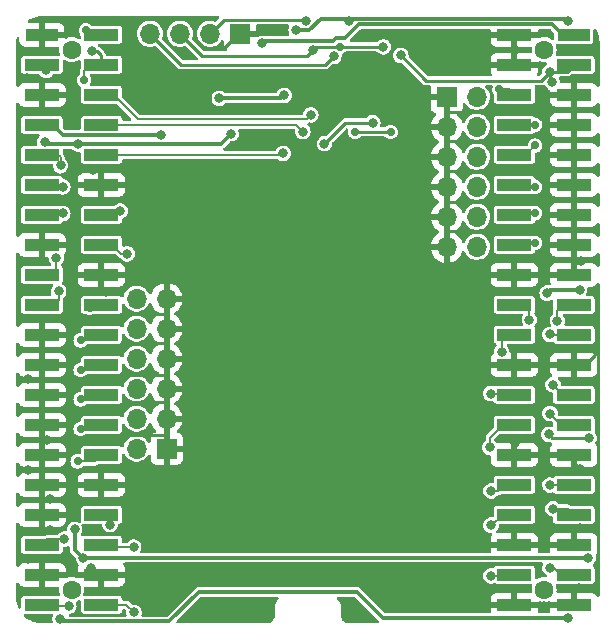
<source format=gbr>
%TF.GenerationSoftware,KiCad,Pcbnew,8.0.8-8.0.8-0~ubuntu22.04.1*%
%TF.CreationDate,2025-02-25T18:12:58-05:00*%
%TF.ProjectId,breakout-qfn,62726561-6b6f-4757-942d-71666e2e6b69,2.0*%
%TF.SameCoordinates,PX2b64660PY42c1d80*%
%TF.FileFunction,Copper,L2,Bot*%
%TF.FilePolarity,Positive*%
%FSLAX46Y46*%
G04 Gerber Fmt 4.6, Leading zero omitted, Abs format (unit mm)*
G04 Created by KiCad (PCBNEW 8.0.8-8.0.8-0~ubuntu22.04.1) date 2025-02-25 18:12:58*
%MOMM*%
%LPD*%
G01*
G04 APERTURE LIST*
%TA.AperFunction,ComponentPad*%
%ADD10C,0.820000*%
%TD*%
%TA.AperFunction,ComponentPad*%
%ADD11C,0.630000*%
%TD*%
%TA.AperFunction,ComponentPad*%
%ADD12R,1.700000X1.700000*%
%TD*%
%TA.AperFunction,ComponentPad*%
%ADD13O,1.700000X1.700000*%
%TD*%
%TA.AperFunction,WasherPad*%
%ADD14C,1.600000*%
%TD*%
%TA.AperFunction,SMDPad,CuDef*%
%ADD15R,3.000000X1.000000*%
%TD*%
%TA.AperFunction,SMDPad,CuDef*%
%ADD16R,2.800000X1.000000*%
%TD*%
%TA.AperFunction,ViaPad*%
%ADD17C,0.700000*%
%TD*%
%TA.AperFunction,ViaPad*%
%ADD18C,0.800000*%
%TD*%
%TA.AperFunction,Conductor*%
%ADD19C,0.300000*%
%TD*%
%TA.AperFunction,Conductor*%
%ADD20C,0.250000*%
%TD*%
%TA.AperFunction,Conductor*%
%ADD21C,0.254000*%
%TD*%
%TA.AperFunction,Conductor*%
%ADD22C,0.200000*%
%TD*%
%TA.AperFunction,Conductor*%
%ADD23C,0.180000*%
%TD*%
G04 APERTURE END LIST*
D10*
%TO.P,STITCHB1,1*%
%TO.N,GND*%
X74100000Y-65600000D03*
%TD*%
D11*
%TO.P,STITCHM1,1*%
%TO.N,GND*%
X62400000Y-41800000D03*
%TD*%
D10*
%TO.P,STITCHB1,1*%
%TO.N,GND*%
X61650000Y-23200000D03*
%TD*%
%TO.P,STITCHB1,1*%
%TO.N,GND*%
X46800000Y-64300000D03*
%TD*%
%TO.P,STITCHB1,1*%
%TO.N,GND*%
X74100000Y-69100000D03*
%TD*%
D11*
%TO.P,STITCHM1,1*%
%TO.N,GND*%
X83150000Y-44150000D03*
%TD*%
D10*
%TO.P,STITCHB1,1*%
%TO.N,GND*%
X79200000Y-39700000D03*
%TD*%
%TO.P,STITCHB1,1*%
%TO.N,GND*%
X90550000Y-47100000D03*
%TD*%
D11*
%TO.P,STITCHM1,1*%
%TO.N,GND*%
X62500000Y-43600000D03*
%TD*%
D10*
%TO.P,STITCHB1,1*%
%TO.N,GND*%
X90500000Y-61700000D03*
%TD*%
D11*
%TO.P,STITCHM1,1*%
%TO.N,GND*%
X60700000Y-51900000D03*
%TD*%
D10*
%TO.P,STITCHB1,1*%
%TO.N,GND*%
X80400000Y-27900000D03*
%TD*%
%TO.P,STITCHB1,1*%
%TO.N,GND*%
X90600000Y-36600000D03*
%TD*%
%TO.P,STITCHB1,1*%
%TO.N,GND*%
X75900000Y-46900000D03*
%TD*%
%TO.P,STITCHB1,1*%
%TO.N,GND*%
X82100000Y-19900000D03*
%TD*%
D11*
%TO.P,STITCHM1,1*%
%TO.N,GND*%
X72800000Y-59600000D03*
%TD*%
%TO.P,STITCHM1,1*%
%TO.N,GND*%
X72800000Y-57500000D03*
%TD*%
D10*
%TO.P,STITCHB1,1*%
%TO.N,GND*%
X70300000Y-60800000D03*
%TD*%
%TO.P,STITCHB1,1*%
%TO.N,GND*%
X85500000Y-66850000D03*
%TD*%
D11*
%TO.P,STITCHM1,1*%
%TO.N,GND*%
X85100000Y-60900000D03*
%TD*%
D12*
%TO.P,J3,1,Pin_1*%
%TO.N,GND*%
X82250000Y-25130000D03*
D13*
%TO.P,J3,2,Pin_2*%
%TO.N,/chip_an11*%
X84790000Y-25130000D03*
%TO.P,J3,3,Pin_3*%
%TO.N,GND*%
X82250000Y-27670000D03*
%TO.P,J3,4,Pin_4*%
%TO.N,/chip_an10*%
X84790000Y-27670000D03*
%TO.P,J3,5,Pin_5*%
%TO.N,GND*%
X82250000Y-30210000D03*
%TO.P,J3,6,Pin_6*%
%TO.N,/chip_an9*%
X84790000Y-30210000D03*
%TO.P,J3,7,Pin_7*%
%TO.N,GND*%
X82250000Y-32750000D03*
%TO.P,J3,8,Pin_8*%
%TO.N,/chip_an8*%
X84790000Y-32750000D03*
%TO.P,J3,9,Pin_9*%
%TO.N,GND*%
X82250000Y-35290000D03*
%TO.P,J3,10,Pin_10*%
%TO.N,/chip_an7*%
X84790000Y-35290000D03*
%TO.P,J3,11,Pin_11*%
%TO.N,GND*%
X82250000Y-37830000D03*
%TO.P,J3,12,Pin_12*%
%TO.N,/chip_an6*%
X84790000Y-37830000D03*
%TD*%
D10*
%TO.P,STITCHB1,1*%
%TO.N,GND*%
X56800000Y-65100000D03*
%TD*%
%TO.P,STITCHB1,1*%
%TO.N,GND*%
X57400000Y-31300000D03*
%TD*%
%TO.P,STITCHB1,1*%
%TO.N,GND*%
X75150000Y-20000000D03*
%TD*%
D11*
%TO.P,STITCHM1,1*%
%TO.N,GND*%
X69100000Y-43500000D03*
%TD*%
D10*
%TO.P,STITCHB1,1*%
%TO.N,GND*%
X79300000Y-20650000D03*
%TD*%
D12*
%TO.P,J2,1,Pin_1*%
%TO.N,GND*%
X58540000Y-54910000D03*
D13*
%TO.P,J2,2,Pin_2*%
%TO.N,/chip_an5*%
X56000000Y-54910000D03*
%TO.P,J2,3,Pin_3*%
%TO.N,GND*%
X58540000Y-52370000D03*
%TO.P,J2,4,Pin_4*%
%TO.N,/chip_an4*%
X56000000Y-52370000D03*
%TO.P,J2,5,Pin_5*%
%TO.N,GND*%
X58540000Y-49830000D03*
%TO.P,J2,6,Pin_6*%
%TO.N,/chip_an3*%
X56000000Y-49830000D03*
%TO.P,J2,7,Pin_7*%
%TO.N,GND*%
X58540000Y-47290000D03*
%TO.P,J2,8,Pin_8*%
%TO.N,/chip_an2*%
X56000000Y-47290000D03*
%TO.P,J2,9,Pin_9*%
%TO.N,GND*%
X58540000Y-44750000D03*
%TO.P,J2,10,Pin_10*%
%TO.N,/chip_an1*%
X56000000Y-44750000D03*
%TO.P,J2,11,Pin_11*%
%TO.N,GND*%
X58540000Y-42210000D03*
%TO.P,J2,12,Pin_12*%
%TO.N,/chip_an0*%
X56000000Y-42210000D03*
%TD*%
D11*
%TO.P,STITCHM1,1*%
%TO.N,GND*%
X78200000Y-65000000D03*
%TD*%
D10*
%TO.P,STITCHB1,1*%
%TO.N,GND*%
X48650000Y-61800000D03*
%TD*%
%TO.P,STITCHB1,1*%
%TO.N,GND*%
X93000000Y-21200000D03*
%TD*%
%TO.P,STITCHB1,1*%
%TO.N,GND*%
X52300000Y-31300000D03*
%TD*%
%TO.P,STITCHB1,1*%
%TO.N,GND*%
X50550000Y-38850000D03*
%TD*%
D11*
%TO.P,STITCHM1,1*%
%TO.N,GND*%
X60700000Y-50400000D03*
%TD*%
D10*
%TO.P,STITCHB1,1*%
%TO.N,GND*%
X58200000Y-59600000D03*
%TD*%
D11*
%TO.P,STITCHM1,1*%
%TO.N,GND*%
X72800000Y-51400000D03*
%TD*%
%TO.P,STITCHM1,1*%
%TO.N,GND*%
X69100000Y-40950000D03*
%TD*%
D10*
%TO.P,STITCHB1,1*%
%TO.N,GND*%
X83600000Y-40200000D03*
%TD*%
D11*
%TO.P,STITCHM1,1*%
%TO.N,GND*%
X64700000Y-56100000D03*
%TD*%
%TO.P,STITCHM1,1*%
%TO.N,GND*%
X68000000Y-54800000D03*
%TD*%
D10*
%TO.P,STITCHB1,1*%
%TO.N,GND*%
X90250000Y-59100000D03*
%TD*%
D11*
%TO.P,STITCHM1,1*%
%TO.N,GND*%
X75350000Y-31550000D03*
%TD*%
D10*
%TO.P,STITCHB1,1*%
%TO.N,GND*%
X50500000Y-36500000D03*
%TD*%
D11*
%TO.P,STITCHM1,1*%
%TO.N,GND*%
X55200000Y-21950000D03*
%TD*%
D10*
%TO.P,STITCHB1,1*%
%TO.N,GND*%
X57400000Y-26100000D03*
%TD*%
%TO.P,STITCHB1,1*%
%TO.N,GND*%
X90450000Y-50800000D03*
%TD*%
%TO.P,STITCHB1,1*%
%TO.N,GND*%
X81900000Y-52100000D03*
%TD*%
%TO.P,STITCHB1,1*%
%TO.N,GND*%
X93450000Y-66750000D03*
%TD*%
D11*
%TO.P,STITCHM1,1*%
%TO.N,GND*%
X72800000Y-55400000D03*
%TD*%
D10*
%TO.P,STITCHB1,1*%
%TO.N,GND*%
X50500000Y-41500000D03*
%TD*%
%TO.P,STITCHB1,1*%
%TO.N,GND*%
X85100000Y-63000000D03*
%TD*%
%TO.P,STITCHB1,1*%
%TO.N,GND*%
X74100000Y-63300000D03*
%TD*%
%TO.P,STITCHB1,1*%
%TO.N,GND*%
X85100000Y-55700000D03*
%TD*%
%TO.P,STITCHB1,1*%
%TO.N,GND*%
X90550000Y-40250000D03*
%TD*%
%TO.P,STITCHB1,1*%
%TO.N,GND*%
X49700000Y-33900000D03*
%TD*%
%TO.P,STITCHB1,1*%
%TO.N,GND*%
X88000000Y-54450000D03*
%TD*%
D11*
%TO.P,STITCHM1,1*%
%TO.N,GND*%
X76800000Y-39600000D03*
%TD*%
%TO.P,STITCHM1,1*%
%TO.N,GND*%
X51000000Y-68800000D03*
%TD*%
%TO.P,STITCHM1,1*%
%TO.N,GND*%
X60400000Y-62600000D03*
%TD*%
D10*
%TO.P,STITCHB1,1*%
%TO.N,GND*%
X68400000Y-19400000D03*
%TD*%
D11*
%TO.P,STITCHM1,1*%
%TO.N,GND*%
X77800000Y-45700000D03*
%TD*%
%TO.P,STITCHM1,1*%
%TO.N,GND*%
X72800000Y-53400000D03*
%TD*%
D10*
%TO.P,STITCHB1,1*%
%TO.N,GND*%
X85100000Y-51100000D03*
%TD*%
%TO.P,STITCHB1,1*%
%TO.N,GND*%
X46800000Y-28800000D03*
%TD*%
%TO.P,STITCHB1,1*%
%TO.N,GND*%
X90600000Y-30000000D03*
%TD*%
D11*
%TO.P,STITCHM1,1*%
%TO.N,GND*%
X65800000Y-57100000D03*
%TD*%
D10*
%TO.P,STITCHB1,1*%
%TO.N,GND*%
X50300000Y-44400000D03*
%TD*%
D11*
%TO.P,STITCHM1,1*%
%TO.N,GND*%
X79300000Y-45200000D03*
%TD*%
D10*
%TO.P,STITCHB1,1*%
%TO.N,GND*%
X46750000Y-23550000D03*
%TD*%
D11*
%TO.P,STITCHM1,1*%
%TO.N,GND*%
X48300000Y-69300000D03*
%TD*%
D12*
%TO.P,J1,1,Pin_1*%
%TO.N,GND*%
X64750000Y-19800000D03*
D13*
%TO.P,J1,2,Pin_2*%
%TO.N,/c_sel_inc*%
X62210000Y-19800000D03*
%TO.P,J1,3,Pin_3*%
%TO.N,/hd_c_rst_n*%
X59670000Y-19800000D03*
%TO.P,J1,4,Pin_4*%
%TO.N,/c_ena*%
X57130000Y-19800000D03*
%TD*%
D10*
%TO.P,STITCHB1,1*%
%TO.N,GND*%
X61000000Y-69100000D03*
%TD*%
D11*
%TO.P,STITCHM1,1*%
%TO.N,GND*%
X81500000Y-41900000D03*
%TD*%
D10*
%TO.P,STITCHB1,1*%
%TO.N,GND*%
X46800000Y-33800000D03*
%TD*%
%TO.P,STITCHB1,1*%
%TO.N,GND*%
X48450000Y-54200000D03*
%TD*%
%TO.P,STITCHB1,1*%
%TO.N,GND*%
X78000000Y-52900000D03*
%TD*%
D11*
%TO.P,STITCHM1,1*%
%TO.N,GND*%
X60950000Y-18700000D03*
%TD*%
D10*
%TO.P,STITCHB1,1*%
%TO.N,GND*%
X66900000Y-63300000D03*
%TD*%
%TO.P,STITCHB1,1*%
%TO.N,GND*%
X48650000Y-59200000D03*
%TD*%
%TO.P,STITCHB1,1*%
%TO.N,GND*%
X85100000Y-59300000D03*
%TD*%
D11*
%TO.P,STITCHM1,1*%
%TO.N,GND*%
X71700000Y-40950000D03*
%TD*%
D10*
%TO.P,STITCHB1,1*%
%TO.N,GND*%
X46800000Y-49000000D03*
%TD*%
D11*
%TO.P,STITCHM1,1*%
%TO.N,GND*%
X75900000Y-37400000D03*
%TD*%
D10*
%TO.P,STITCHB1,1*%
%TO.N,GND*%
X46800000Y-41500000D03*
%TD*%
%TO.P,STITCHB1,1*%
%TO.N,GND*%
X66900000Y-69100000D03*
%TD*%
%TO.P,STITCHB1,1*%
%TO.N,GND*%
X66900000Y-65600000D03*
%TD*%
D11*
%TO.P,STITCHM1,1*%
%TO.N,GND*%
X81050000Y-44750000D03*
%TD*%
%TO.P,STITCHM1,1*%
%TO.N,GND*%
X85100000Y-57700000D03*
%TD*%
%TO.P,STITCHM1,1*%
%TO.N,GND*%
X60900000Y-48300000D03*
%TD*%
D10*
%TO.P,STITCHB1,1*%
%TO.N,GND*%
X56800000Y-68000000D03*
%TD*%
%TO.P,STITCHB1,1*%
%TO.N,GND*%
X78700000Y-55200000D03*
%TD*%
%TO.P,STITCHB1,1*%
%TO.N,GND*%
X46800000Y-56700000D03*
%TD*%
%TO.P,STITCHB1,1*%
%TO.N,GND*%
X61750000Y-26000000D03*
%TD*%
D11*
%TO.P,STITCHM1,1*%
%TO.N,GND*%
X71700000Y-43500000D03*
%TD*%
%TO.P,STITCHM1,1*%
%TO.N,GND*%
X50100000Y-18700000D03*
%TD*%
%TO.P,STITCHM1,1*%
%TO.N,GND*%
X62200000Y-52900000D03*
%TD*%
%TO.P,STITCHM1,1*%
%TO.N,GND*%
X53400000Y-41700000D03*
%TD*%
D10*
%TO.P,STITCHB1,1*%
%TO.N,GND*%
X80400000Y-30600000D03*
%TD*%
%TO.P,STITCHB1,1*%
%TO.N,GND*%
X78200000Y-27000000D03*
%TD*%
D11*
%TO.P,STITCHM1,1*%
%TO.N,GND*%
X71300000Y-32700000D03*
%TD*%
D14*
%TO.P,CON2,*%
%TO.N,*%
X90500000Y-66860000D03*
X90500000Y-21140000D03*
D15*
%TO.P,CON2,1,Pin_1*%
%TO.N,GND*%
X87980000Y-19870000D03*
D16*
%TO.P,CON2,2,Pin_2*%
%TO.N,vdda_in*%
X93020000Y-19870000D03*
D15*
%TO.P,CON2,3,Pin_3*%
%TO.N,GND*%
X87980000Y-22410000D03*
%TO.P,CON2,4,Pin_4*%
%TO.N,vddio*%
X93020000Y-22410000D03*
%TO.P,CON2,5,Pin_5*%
%TO.N,/hd_an11*%
X87980000Y-24950000D03*
%TO.P,CON2,6,Pin_6*%
%TO.N,GND*%
X93020000Y-24950000D03*
%TO.P,CON2,7,Pin_7*%
%TO.N,/hd_an10*%
X87980000Y-27490000D03*
%TO.P,CON2,8,Pin_8*%
%TO.N,GND*%
X93020000Y-27490000D03*
%TO.P,CON2,9,Pin_9*%
%TO.N,/hd_an9*%
X87980000Y-30030000D03*
%TO.P,CON2,10,Pin_10*%
%TO.N,GND*%
X93020000Y-30030000D03*
%TO.P,CON2,11,Pin_11*%
%TO.N,/hd_an8*%
X87980000Y-32570000D03*
%TO.P,CON2,12,Pin_12*%
%TO.N,GND*%
X93020000Y-32570000D03*
%TO.P,CON2,13,Pin_13*%
%TO.N,/hd_an7*%
X87980000Y-35110000D03*
%TO.P,CON2,14,Pin_14*%
%TO.N,GND*%
X93020000Y-35110000D03*
%TO.P,CON2,15,Pin_15*%
%TO.N,/hd_an6*%
X87980000Y-37650000D03*
%TO.P,CON2,16,Pin_16*%
%TO.N,GND*%
X93020000Y-37650000D03*
%TO.P,CON2,17,Pin_17*%
X87980000Y-40190000D03*
%TO.P,CON2,18,Pin_18*%
X93020000Y-40190000D03*
%TO.P,CON2,19,Pin_19*%
%TO.N,/uout6*%
X87980000Y-42730000D03*
%TO.P,CON2,20,Pin_20*%
%TO.N,/uout7*%
X93020000Y-42730000D03*
%TO.P,CON2,21,Pin_21*%
%TO.N,/uout4*%
X87980000Y-45270000D03*
%TO.P,CON2,22,Pin_22*%
%TO.N,/uout5*%
X93020000Y-45270000D03*
%TO.P,CON2,23,Pin_23*%
%TO.N,GND*%
X87980000Y-47810000D03*
%TO.P,CON2,24,Pin_24*%
X93020000Y-47810000D03*
%TO.P,CON2,25,Pin_25*%
%TO.N,/uout2*%
X87980000Y-50350000D03*
%TO.P,CON2,26,Pin_26*%
%TO.N,/uout3*%
X93020000Y-50350000D03*
%TO.P,CON2,27,Pin_27*%
%TO.N,/uout0*%
X87980000Y-52890000D03*
%TO.P,CON2,28,Pin_28*%
%TO.N,/uout1*%
X93020000Y-52890000D03*
%TO.P,CON2,29,Pin_29*%
%TO.N,GND*%
X87980000Y-55430000D03*
%TO.P,CON2,30,Pin_30*%
X93020000Y-55430000D03*
%TO.P,CON2,31,Pin_31*%
%TO.N,/uio6*%
X87980000Y-57970000D03*
%TO.P,CON2,32,Pin_32*%
%TO.N,/uio7*%
X93020000Y-57970000D03*
%TO.P,CON2,33,Pin_33*%
%TO.N,/uio4*%
X87980000Y-60510000D03*
%TO.P,CON2,34,Pin_34*%
%TO.N,/uio5*%
X93020000Y-60510000D03*
%TO.P,CON2,35,Pin_35*%
%TO.N,GND*%
X87980000Y-63050000D03*
%TO.P,CON2,36,Pin_36*%
X93020000Y-63050000D03*
%TO.P,CON2,37,Pin_37*%
%TO.N,/uio2*%
X87980000Y-65590000D03*
%TO.P,CON2,38,Pin_38*%
%TO.N,/uio3*%
X93020000Y-65590000D03*
%TO.P,CON2,39,Pin_39*%
%TO.N,GND*%
X87980000Y-68130000D03*
%TO.P,CON2,40,Pin_40*%
X93020000Y-68130000D03*
%TD*%
D14*
%TO.P,CON1,*%
%TO.N,*%
X50500000Y-66860000D03*
X50500000Y-21140000D03*
D16*
%TO.P,CON1,1,Pin_1*%
%TO.N,GND*%
X47980000Y-19870000D03*
D15*
%TO.P,CON1,2,Pin_2*%
%TO.N,/c_ena*%
X53020000Y-19870000D03*
%TO.P,CON1,3,Pin_3*%
%TO.N,/c_sel_inc*%
X47980000Y-22410000D03*
%TO.P,CON1,4,Pin_4*%
%TO.N,/hd_c_rst_n*%
X53020000Y-22410000D03*
%TO.P,CON1,5,Pin_5*%
%TO.N,GND*%
X47980000Y-24950000D03*
%TO.P,CON1,6,Pin_6*%
%TO.N,/RES1*%
X53020000Y-24950000D03*
%TO.P,CON1,7,Pin_7*%
%TO.N,vccd_in*%
X47980000Y-27490000D03*
%TO.P,CON1,8,Pin_8*%
%TO.N,/RES2*%
X53020000Y-27490000D03*
%TO.P,CON1,9,Pin_9*%
%TO.N,/uin0*%
X47980000Y-30030000D03*
%TO.P,CON1,10,Pin_10*%
%TO.N,/RES3*%
X53020000Y-30030000D03*
%TO.P,CON1,11,Pin_11*%
%TO.N,/uin1*%
X47980000Y-32570000D03*
%TO.P,CON1,12,Pin_12*%
%TO.N,GND*%
X53020000Y-32570000D03*
%TO.P,CON1,13,Pin_13*%
%TO.N,/uin3*%
X47980000Y-35110000D03*
%TO.P,CON1,14,Pin_14*%
%TO.N,/uin2*%
X53020000Y-35110000D03*
%TO.P,CON1,15,Pin_15*%
%TO.N,GND*%
X47980000Y-37650000D03*
%TO.P,CON1,16,Pin_16*%
%TO.N,/uin6*%
X53020000Y-37650000D03*
%TO.P,CON1,17,Pin_17*%
%TO.N,/uin4*%
X47980000Y-40190000D03*
%TO.P,CON1,18,Pin_18*%
%TO.N,GND*%
X53020000Y-40190000D03*
%TO.P,CON1,19,Pin_19*%
%TO.N,/uin5*%
X47980000Y-42730000D03*
%TO.P,CON1,20,Pin_20*%
%TO.N,/hd_an0*%
X53020000Y-42730000D03*
%TO.P,CON1,21,Pin_21*%
%TO.N,GND*%
X47980000Y-45270000D03*
%TO.P,CON1,22,Pin_22*%
%TO.N,/hd_an1*%
X53020000Y-45270000D03*
%TO.P,CON1,23,Pin_23*%
%TO.N,GND*%
X47980000Y-47810000D03*
%TO.P,CON1,24,Pin_24*%
%TO.N,/hd_an2*%
X53020000Y-47810000D03*
%TO.P,CON1,25,Pin_25*%
%TO.N,GND*%
X47980000Y-50350000D03*
%TO.P,CON1,26,Pin_26*%
%TO.N,/hd_an3*%
X53020000Y-50350000D03*
%TO.P,CON1,27,Pin_27*%
%TO.N,GND*%
X47980000Y-52890000D03*
%TO.P,CON1,28,Pin_28*%
%TO.N,/hd_an4*%
X53020000Y-52890000D03*
%TO.P,CON1,29,Pin_29*%
%TO.N,GND*%
X47980000Y-55430000D03*
%TO.P,CON1,30,Pin_30*%
%TO.N,/hd_an5*%
X53020000Y-55430000D03*
%TO.P,CON1,31,Pin_31*%
%TO.N,GND*%
X47980000Y-57970000D03*
%TO.P,CON1,32,Pin_32*%
X53020000Y-57970000D03*
%TO.P,CON1,33,Pin_33*%
X47980000Y-60510000D03*
%TO.P,CON1,34,Pin_34*%
%TO.N,/uin7*%
X53020000Y-60510000D03*
%TO.P,CON1,35,Pin_35*%
%TO.N,/p_clk*%
X47980000Y-63050000D03*
%TO.P,CON1,36,Pin_36*%
%TO.N,/p_rst*%
X53020000Y-63050000D03*
%TO.P,CON1,37,Pin_37*%
%TO.N,GND*%
X47980000Y-65590000D03*
%TO.P,CON1,38,Pin_38*%
X53020000Y-65590000D03*
%TO.P,CON1,39,Pin_39*%
%TO.N,/uio0*%
X47980000Y-68130000D03*
%TO.P,CON1,40,Pin_40*%
%TO.N,/uio1*%
X53020000Y-68130000D03*
%TD*%
D17*
%TO.N,GND*%
X54840764Y-48756779D03*
X70250000Y-48250000D03*
D18*
X76700000Y-49500000D03*
D17*
X86000000Y-31400000D03*
X78750002Y-41900003D03*
D18*
X90500000Y-68260003D03*
D17*
X55100000Y-43500000D03*
D18*
X93500000Y-56600000D03*
D17*
X86200000Y-36400000D03*
D18*
X75500000Y-50000000D03*
X93600000Y-39000000D03*
X94800000Y-46500000D03*
X93700000Y-35100000D03*
X93500000Y-61610002D03*
D17*
X54724266Y-51360664D03*
D18*
X88000000Y-21200000D03*
D17*
X60300000Y-46900000D03*
X65300000Y-50200000D03*
X54830180Y-53844192D03*
X86100000Y-26400000D03*
D18*
X62200000Y-56100000D03*
X67500000Y-28250000D03*
D17*
X86100000Y-34000000D03*
D18*
X74000000Y-34250000D03*
D17*
X86100000Y-28900000D03*
D18*
X50600000Y-26650000D03*
D17*
X71290000Y-36400000D03*
X55016000Y-46007667D03*
D18*
X68043309Y-48304755D03*
D17*
X63250004Y-40308092D03*
X60300000Y-42200000D03*
X63673909Y-47939336D03*
D18*
X73140000Y-36425000D03*
X93600000Y-27600000D03*
D17*
X80600000Y-32800000D03*
X76043906Y-41272142D03*
D18*
X90700000Y-25750000D03*
X75400000Y-21950000D03*
X74900000Y-34300010D03*
X67750000Y-33600000D03*
X52150000Y-65050000D03*
X85700000Y-47800000D03*
D17*
%TO.N,vddio*%
X77500000Y-28100000D03*
D18*
X91200000Y-23900000D03*
X91000000Y-23000000D03*
D17*
X74500000Y-28100000D03*
D18*
X78374998Y-21625002D03*
%TO.N,vdda_all*%
X90750000Y-41750000D03*
X92500000Y-69250000D03*
X48200000Y-28929998D03*
X68500000Y-25000000D03*
X51026892Y-29127096D03*
X93499998Y-41500000D03*
X64000000Y-28250000D03*
X63000000Y-25250000D03*
X49500000Y-69300000D03*
%TO.N,vdda_in*%
X66631492Y-20600000D03*
%TO.N,vccd_in*%
X58090000Y-28340000D03*
%TO.N,/RES3*%
X68400000Y-29914164D03*
%TO.N,/RES2*%
X70065686Y-28065686D03*
%TO.N,/uin1*%
X49750000Y-32750000D03*
%TO.N,/uio1*%
X55780331Y-68780331D03*
%TO.N,/uin0*%
X49559313Y-30940687D03*
%TO.N,/uio4*%
X86000000Y-61400000D03*
%TO.N,/p_clk*%
X49876345Y-62582437D03*
D17*
%TO.N,/hd_an2*%
X51250000Y-48250000D03*
D18*
%TO.N,/uio3*%
X91000000Y-65000000D03*
D17*
%TO.N,/hd_an0*%
X52015000Y-43000000D03*
D18*
%TO.N,/uio7*%
X91000000Y-58000000D03*
%TO.N,/uin5*%
X49400000Y-41600000D03*
%TO.N,/c_sel_inc*%
X48350000Y-22900000D03*
X71900000Y-29100000D03*
X76000000Y-27323000D03*
X70370711Y-18700000D03*
D17*
%TO.N,/hd_an3*%
X51250000Y-50750000D03*
%TO.N,/hd_an5*%
X51000000Y-56000000D03*
%TO.N,/c_ena*%
X51700000Y-19500000D03*
D18*
X72700004Y-21700000D03*
%TO.N,/uin4*%
X49200000Y-38800000D03*
%TO.N,/uin3*%
X49750000Y-35000000D03*
%TO.N,/uin2*%
X54600004Y-34800000D03*
%TO.N,/uio0*%
X50250000Y-68250000D03*
%TO.N,/uio2*%
X86000000Y-65688478D03*
%TO.N,/uin6*%
X55200000Y-38425000D03*
D17*
%TO.N,/hd_an4*%
X51250000Y-53250000D03*
D18*
%TO.N,/p_rst*%
X55750000Y-63250000D03*
%TO.N,/uio6*%
X86000000Y-58500000D03*
%TO.N,/uio5*%
X91250000Y-60000000D03*
D17*
%TO.N,/hd_an1*%
X51250000Y-45750000D03*
%TO.N,/hd_an10*%
X89750000Y-27500000D03*
%TO.N,/hd_an11*%
X86715000Y-24500000D03*
D18*
%TO.N,/uout2*%
X85969669Y-50250000D03*
%TO.N,/uout7*%
X91623656Y-44082436D03*
%TO.N,/uout0*%
X85894525Y-54798773D03*
D17*
%TO.N,/hd_an9*%
X89750000Y-29250000D03*
D18*
%TO.N,/uout4*%
X86900000Y-46700000D03*
D17*
%TO.N,/hd_an6*%
X89750000Y-37500000D03*
D18*
%TO.N,/uout3*%
X91250000Y-49500000D03*
%TO.N,/uout1*%
X91000000Y-51950000D03*
D17*
%TO.N,/hd_an8*%
X89750000Y-32750000D03*
D18*
%TO.N,/uout6*%
X89250000Y-44000018D03*
D17*
%TO.N,/hd_an7*%
X89750000Y-35000000D03*
D18*
%TO.N,/uout5*%
X91000000Y-45250000D03*
%TO.N,/RES1*%
X70750004Y-26650004D03*
%TO.N,/hd_c_rst_n*%
X52250000Y-21250000D03*
X70900000Y-21200000D03*
X76900000Y-20900000D03*
D17*
X51550000Y-23700000D03*
X73200000Y-20900000D03*
D18*
%TO.N,/uin7*%
X53750000Y-61350000D03*
%TO.N,vccd_all*%
X50750000Y-61750000D03*
X90900000Y-53700000D03*
X74000000Y-18750000D03*
X94250000Y-64150002D03*
X94300000Y-53990002D03*
X92500000Y-18750000D03*
X51500000Y-64200000D03*
X69499994Y-19500000D03*
%TD*%
D19*
%TO.N,GND*%
X64750000Y-19800000D02*
X64850000Y-19700000D01*
D20*
X86100000Y-34000000D02*
X82250000Y-34000000D01*
D21*
X93020000Y-56120000D02*
X93500000Y-56600000D01*
X85710000Y-47810000D02*
X85700000Y-47800000D01*
D20*
X54840764Y-48756779D02*
X54942543Y-48655000D01*
D21*
X93020000Y-62090002D02*
X93500000Y-61610002D01*
D20*
X82250000Y-26400000D02*
X82250000Y-28900000D01*
D19*
X64850000Y-19700000D02*
X68100000Y-19700000D01*
D21*
X87980000Y-19870000D02*
X87980000Y-21180000D01*
D20*
X58540000Y-53700000D02*
X58540000Y-54910000D01*
D21*
X93020000Y-35110000D02*
X93690000Y-35110000D01*
D20*
X58505000Y-53735000D02*
X58540000Y-53700000D01*
X82250000Y-34000000D02*
X82250000Y-36500000D01*
D21*
X93020000Y-39220000D02*
X93380000Y-39220000D01*
D20*
X82250000Y-31400000D02*
X82250000Y-34000000D01*
X55016000Y-46007667D02*
X58532333Y-46007667D01*
D21*
X95000000Y-46500000D02*
X95073000Y-46573000D01*
D20*
X54942543Y-48655000D02*
X58495000Y-48655000D01*
D21*
X93020000Y-68130000D02*
X90630003Y-68130000D01*
D20*
X58540000Y-43500000D02*
X55100000Y-43500000D01*
D19*
X61812943Y-21100000D02*
X60950000Y-20237057D01*
X68100000Y-19700000D02*
X68400000Y-19400000D01*
D21*
X93380000Y-39220000D02*
X93600000Y-39000000D01*
X90630003Y-68130000D02*
X90500000Y-68260003D01*
D19*
X64750000Y-19800000D02*
X64700000Y-19800000D01*
D20*
X86000000Y-31400000D02*
X82250000Y-31400000D01*
D21*
X87980000Y-21180000D02*
X88000000Y-21200000D01*
D20*
X58540000Y-51000000D02*
X58540000Y-53700000D01*
D21*
X93020000Y-47810000D02*
X93990000Y-47810000D01*
X90369997Y-68130000D02*
X90500000Y-68260003D01*
D20*
X54724266Y-51360664D02*
X55079930Y-51005000D01*
X54939372Y-53735000D02*
X58505000Y-53735000D01*
X58540000Y-43500000D02*
X58540000Y-46000000D01*
D21*
X93020000Y-55430000D02*
X93020000Y-56120000D01*
X93990000Y-47810000D02*
X94800000Y-47000000D01*
X95073000Y-66627000D02*
X94950000Y-66750000D01*
D20*
X58540000Y-46000000D02*
X58540000Y-48700000D01*
X58540000Y-48700000D02*
X58540000Y-51000000D01*
X55079930Y-51005000D02*
X58535000Y-51005000D01*
D21*
X94800000Y-47000000D02*
X94800000Y-46500000D01*
X87980000Y-47810000D02*
X85710000Y-47810000D01*
X93020000Y-40190000D02*
X93020000Y-39220000D01*
D20*
X58540000Y-42210000D02*
X58540000Y-43500000D01*
X82250000Y-28900000D02*
X82250000Y-31400000D01*
X58495000Y-48655000D02*
X58540000Y-48700000D01*
X86100000Y-36500000D02*
X82250000Y-36500000D01*
X86100000Y-28900000D02*
X82250000Y-28900000D01*
X58535000Y-51005000D02*
X58540000Y-51000000D01*
D21*
X93690000Y-35110000D02*
X93700000Y-35100000D01*
D20*
X86100000Y-26400000D02*
X82250000Y-26400000D01*
D21*
X87980000Y-68130000D02*
X90369997Y-68130000D01*
D20*
X58532333Y-46007667D02*
X58540000Y-46000000D01*
D19*
X63400000Y-21100000D02*
X61812943Y-21100000D01*
D20*
X82250000Y-36500000D02*
X82250000Y-37830000D01*
D19*
X60950000Y-20237057D02*
X60950000Y-18700000D01*
D21*
X94950000Y-66750000D02*
X93450000Y-66750000D01*
D19*
X64700000Y-19800000D02*
X63400000Y-21100000D01*
D20*
X82250000Y-25130000D02*
X82250000Y-26400000D01*
D21*
X95073000Y-46573000D02*
X95073000Y-66627000D01*
X93020000Y-27490000D02*
X93490000Y-27490000D01*
X93020000Y-63050000D02*
X93020000Y-62090002D01*
X93490000Y-27490000D02*
X93600000Y-27600000D01*
D20*
X54830180Y-53844192D02*
X54939372Y-53735000D01*
X86200000Y-36400000D02*
X86100000Y-36500000D01*
D21*
X94800000Y-46500000D02*
X95000000Y-46500000D01*
%TO.N,vddio*%
X91000000Y-23000000D02*
X90250000Y-23750000D01*
X91000000Y-23700000D02*
X91200000Y-23900000D01*
X74500000Y-28100000D02*
X77500000Y-28100000D01*
X93020000Y-22410000D02*
X92430000Y-23000000D01*
X80499996Y-23750000D02*
X78374998Y-21625002D01*
X91000000Y-23000000D02*
X91000000Y-23700000D01*
X92430000Y-23000000D02*
X91000000Y-23000000D01*
X90250000Y-23750000D02*
X80499996Y-23750000D01*
D19*
%TO.N,vdda_all*%
X63000000Y-25250000D02*
X68250000Y-25250000D01*
X48410002Y-29140000D02*
X63110000Y-29140000D01*
X58750000Y-69550000D02*
X61250000Y-67050000D01*
X93499998Y-41500000D02*
X91000000Y-41500000D01*
X48200000Y-28929998D02*
X48410002Y-29140000D01*
X91000000Y-41500000D02*
X90750000Y-41750000D01*
X49850000Y-69550000D02*
X58750000Y-69550000D01*
X49550000Y-69250000D02*
X49850000Y-69550000D01*
X49500000Y-69300000D02*
X49550000Y-69250000D01*
X61250000Y-67050000D02*
X74650000Y-67050000D01*
X76850000Y-69250000D02*
X92500000Y-69250000D01*
X68250000Y-25250000D02*
X68500000Y-25000000D01*
X74650000Y-67050000D02*
X76850000Y-69250000D01*
X63110000Y-29140000D02*
X64000000Y-28250000D01*
%TO.N,vdda_in*%
X72641411Y-20397928D02*
X66833564Y-20397928D01*
X74810661Y-19000000D02*
X73660661Y-20150000D01*
X73660661Y-20150000D02*
X72889339Y-20150000D01*
X66833564Y-20397928D02*
X66631492Y-20600000D01*
X93020000Y-19870000D02*
X92070000Y-19870000D01*
X92070000Y-19870000D02*
X91200000Y-19000000D01*
X91200000Y-19000000D02*
X74810661Y-19000000D01*
X72889339Y-20150000D02*
X72641411Y-20397928D01*
%TO.N,vccd_in*%
X49800000Y-28340000D02*
X58090000Y-28340000D01*
X47980000Y-27490000D02*
X48950000Y-27490000D01*
X48950000Y-27490000D02*
X49800000Y-28340000D01*
D22*
%TO.N,/RES3*%
X53020000Y-30030000D02*
X68284164Y-30030000D01*
X68284164Y-30030000D02*
X68400000Y-29914164D01*
%TO.N,/RES2*%
X69490000Y-27490000D02*
X70065686Y-28065686D01*
X53020000Y-27490000D02*
X69490000Y-27490000D01*
%TO.N,/uin1*%
X48160000Y-32750000D02*
X47980000Y-32570000D01*
X49750000Y-32750000D02*
X48160000Y-32750000D01*
%TO.N,/uio1*%
X55130000Y-68130000D02*
X55780331Y-68780331D01*
X53020000Y-68130000D02*
X55130000Y-68130000D01*
%TO.N,/uin0*%
X47980000Y-30030000D02*
X49330000Y-30030000D01*
X49559313Y-30259313D02*
X49559313Y-30940687D01*
X49330000Y-30030000D02*
X49559313Y-30259313D01*
%TO.N,/uio4*%
X87980000Y-60510000D02*
X86990000Y-60510000D01*
X86100000Y-61400000D02*
X86000000Y-61400000D01*
X86990000Y-60510000D02*
X86100000Y-61400000D01*
%TO.N,/p_clk*%
X48447563Y-62582437D02*
X49876345Y-62582437D01*
X47980000Y-63050000D02*
X48447563Y-62582437D01*
D23*
%TO.N,/hd_an2*%
X51250000Y-48250000D02*
X52580000Y-48250000D01*
X52580000Y-48250000D02*
X53020000Y-47810000D01*
D22*
%TO.N,/uio3*%
X91890000Y-65590000D02*
X91300000Y-65000000D01*
X93020000Y-65590000D02*
X91890000Y-65590000D01*
X91300000Y-65000000D02*
X91000000Y-65000000D01*
D23*
%TO.N,/hd_an0*%
X52015000Y-43000000D02*
X52750000Y-43000000D01*
X52750000Y-43000000D02*
X53020000Y-42730000D01*
D22*
%TO.N,/uio7*%
X91000000Y-58000000D02*
X92990000Y-58000000D01*
X92990000Y-58000000D02*
X93020000Y-57970000D01*
%TO.N,/uin5*%
X49400000Y-42300000D02*
X49400000Y-41600000D01*
X48970000Y-42730000D02*
X49400000Y-42300000D01*
X47980000Y-42730000D02*
X48970000Y-42730000D01*
D21*
%TO.N,/c_sel_inc*%
X73677000Y-27323000D02*
X71900000Y-29100000D01*
X76000000Y-27323000D02*
X73677000Y-27323000D01*
X48350000Y-22780000D02*
X48350000Y-22900000D01*
X70370711Y-18700000D02*
X70293711Y-18623000D01*
X63387000Y-18623000D02*
X62210000Y-19800000D01*
X70293711Y-18623000D02*
X63387000Y-18623000D01*
X47980000Y-22410000D02*
X48350000Y-22780000D01*
D23*
%TO.N,/hd_an3*%
X52620000Y-50750000D02*
X53020000Y-50350000D01*
X51250000Y-50750000D02*
X52620000Y-50750000D01*
D22*
X52920000Y-50250000D02*
X53020000Y-50350000D01*
D23*
%TO.N,/hd_an5*%
X51000000Y-56000000D02*
X52450000Y-56000000D01*
X52450000Y-56000000D02*
X53020000Y-55430000D01*
D21*
%TO.N,/c_ena*%
X71976084Y-22423920D02*
X72700004Y-21700000D01*
X59753920Y-22423920D02*
X71976084Y-22423920D01*
X57130000Y-19800000D02*
X59753920Y-22423920D01*
D22*
%TO.N,/uin4*%
X47980000Y-40190000D02*
X48810000Y-40190000D01*
X49200000Y-39800000D02*
X49200000Y-38800000D01*
X48810000Y-40190000D02*
X49200000Y-39800000D01*
%TO.N,/uin3*%
X48090000Y-35000000D02*
X47980000Y-35110000D01*
X49750000Y-35000000D02*
X48090000Y-35000000D01*
%TO.N,/uin2*%
X53330000Y-34800000D02*
X54600004Y-34800000D01*
X53020000Y-35110000D02*
X53330000Y-34800000D01*
%TO.N,/uio0*%
X50250000Y-68250000D02*
X48100000Y-68250000D01*
X48100000Y-68250000D02*
X47980000Y-68130000D01*
%TO.N,/uio2*%
X86000000Y-65688478D02*
X87881522Y-65688478D01*
X87881522Y-65688478D02*
X87980000Y-65590000D01*
%TO.N,/uin6*%
X53925000Y-37650000D02*
X54700000Y-38425000D01*
X54700000Y-38425000D02*
X55200000Y-38425000D01*
X53020000Y-37650000D02*
X53925000Y-37650000D01*
D23*
%TO.N,/hd_an4*%
X51250000Y-53250000D02*
X52660000Y-53250000D01*
X52660000Y-53250000D02*
X53020000Y-52890000D01*
D22*
%TO.N,/p_rst*%
X53220000Y-63250000D02*
X53020000Y-63050000D01*
X55750000Y-63250000D02*
X53220000Y-63250000D01*
%TO.N,/uio6*%
X86000000Y-58500000D02*
X86600000Y-58500000D01*
X86600000Y-58500000D02*
X87130000Y-57970000D01*
X87130000Y-57970000D02*
X87980000Y-57970000D01*
%TO.N,/uio5*%
X91250000Y-60000000D02*
X92510000Y-60000000D01*
X92510000Y-60000000D02*
X93020000Y-60510000D01*
D23*
%TO.N,/hd_an1*%
X51250000Y-45750000D02*
X52540000Y-45750000D01*
X52540000Y-45750000D02*
X53020000Y-45270000D01*
%TO.N,/hd_an10*%
X89750000Y-27500000D02*
X87990000Y-27500000D01*
D22*
X88740000Y-27490000D02*
X87980000Y-27490000D01*
D23*
X87990000Y-27500000D02*
X87980000Y-27490000D01*
%TO.N,/hd_an11*%
X87530000Y-24500000D02*
X87980000Y-24950000D01*
X86715000Y-24500000D02*
X87530000Y-24500000D01*
D22*
%TO.N,/uout2*%
X87980000Y-50350000D02*
X87880000Y-50250000D01*
X87880000Y-50250000D02*
X85969669Y-50250000D01*
%TO.N,/uout7*%
X91623656Y-43176344D02*
X91623656Y-44082436D01*
X92070000Y-42730000D02*
X91623656Y-43176344D01*
X93020000Y-42730000D02*
X92070000Y-42730000D01*
%TO.N,/uout0*%
X85894525Y-54798773D02*
X85894525Y-54005475D01*
X85894525Y-54005475D02*
X87010000Y-52890000D01*
X87010000Y-52890000D02*
X87980000Y-52890000D01*
D23*
%TO.N,/hd_an9*%
X88970000Y-30030000D02*
X87980000Y-30030000D01*
X89750000Y-29250000D02*
X88970000Y-30030000D01*
D22*
%TO.N,/uout4*%
X87980000Y-45270000D02*
X87330000Y-45270000D01*
X87330000Y-45270000D02*
X86900000Y-45700000D01*
X86900000Y-45700000D02*
X86900000Y-46700000D01*
D23*
%TO.N,/hd_an6*%
X89750000Y-37500000D02*
X88130000Y-37500000D01*
X88130000Y-37500000D02*
X87980000Y-37650000D01*
D22*
X88950000Y-37650000D02*
X87980000Y-37650000D01*
%TO.N,/uout3*%
X91250000Y-49500000D02*
X92100000Y-50350000D01*
X92100000Y-50350000D02*
X93020000Y-50350000D01*
%TO.N,/uout1*%
X93020000Y-52890000D02*
X91940000Y-52890000D01*
X91940000Y-52890000D02*
X91000000Y-51950000D01*
D23*
%TO.N,/hd_an8*%
X89750000Y-32750000D02*
X88160000Y-32750000D01*
D22*
X88160000Y-32750000D02*
X87980000Y-32570000D01*
X89500000Y-32750000D02*
X88160000Y-32750000D01*
%TO.N,/uout6*%
X87980000Y-42730000D02*
X88930000Y-42730000D01*
X89250000Y-43050000D02*
X89250000Y-44000018D01*
X88930000Y-42730000D02*
X89250000Y-43050000D01*
D23*
%TO.N,/hd_an7*%
X89750000Y-35000000D02*
X88090000Y-35000000D01*
X88090000Y-35000000D02*
X87980000Y-35110000D01*
D22*
X87750000Y-35340000D02*
X87980000Y-35110000D01*
%TO.N,/uout5*%
X91020000Y-45270000D02*
X91000000Y-45250000D01*
X93020000Y-45270000D02*
X91020000Y-45270000D01*
%TO.N,/RES1*%
X53020000Y-24950000D02*
X54050000Y-24950000D01*
X54050000Y-24950000D02*
X56100000Y-27000000D01*
X56100000Y-27000000D02*
X70400008Y-27000000D01*
X70400008Y-27000000D02*
X70750004Y-26650004D01*
%TO.N,/hd_c_rst_n*%
X52055000Y-22410000D02*
X51550000Y-22915000D01*
D21*
X59670000Y-19800000D02*
X61520001Y-21650001D01*
X71200000Y-20900000D02*
X70900000Y-21200000D01*
X61520001Y-21650001D02*
X70449999Y-21650001D01*
X53020000Y-21620000D02*
X53020000Y-22410000D01*
X52650000Y-21250000D02*
X53020000Y-21620000D01*
D22*
X53020000Y-22410000D02*
X52055000Y-22410000D01*
D21*
X52250000Y-21250000D02*
X52650000Y-21250000D01*
X76900000Y-20900000D02*
X73200000Y-20900000D01*
D22*
X51550000Y-22915000D02*
X51550000Y-23700000D01*
D21*
X73200000Y-20900000D02*
X71200000Y-20900000D01*
X70449999Y-21650001D02*
X70900000Y-21200000D01*
D22*
%TO.N,/uin7*%
X53020000Y-60510000D02*
X53750000Y-61240000D01*
X53750000Y-61240000D02*
X53750000Y-61350000D01*
D19*
%TO.N,vccd_all*%
X92500000Y-18750000D02*
X92250000Y-18500000D01*
X92250000Y-18500000D02*
X71631371Y-18500000D01*
X71631371Y-18500000D02*
X70631371Y-19500000D01*
X50750000Y-63480000D02*
X50750000Y-61750000D01*
X70631371Y-19500000D02*
X69499994Y-19500000D01*
D21*
X91190002Y-53990002D02*
X90900000Y-53700000D01*
D19*
X94250000Y-64150002D02*
X51420002Y-64150002D01*
X51420002Y-64150002D02*
X50750000Y-63480000D01*
D21*
X94300000Y-53990002D02*
X91190002Y-53990002D01*
%TD*%
%TA.AperFunction,Conductor*%
%TO.N,GND*%
G36*
X48844985Y-68904184D02*
G01*
X48890740Y-68956988D01*
X48900684Y-69026146D01*
X48893888Y-69052470D01*
X48859850Y-69142217D01*
X48840693Y-69299999D01*
X48840693Y-69300000D01*
X48859850Y-69457781D01*
X48870241Y-69485179D01*
X48887820Y-69531529D01*
X48893187Y-69601191D01*
X48860040Y-69662698D01*
X48798902Y-69696519D01*
X48771878Y-69699500D01*
X48003751Y-69699500D01*
X47996264Y-69699274D01*
X47742364Y-69683915D01*
X47727500Y-69682110D01*
X47481001Y-69636938D01*
X47466461Y-69633354D01*
X47227211Y-69558800D01*
X47213211Y-69553491D01*
X46984680Y-69450638D01*
X46971421Y-69443679D01*
X46756960Y-69314033D01*
X46744637Y-69305527D01*
X46737582Y-69300000D01*
X46547363Y-69150972D01*
X46536155Y-69141042D01*
X46491293Y-69096180D01*
X46457808Y-69034857D01*
X46462792Y-68965165D01*
X46504664Y-68909232D01*
X46570128Y-68884815D01*
X46578947Y-68884499D01*
X48777946Y-68884499D01*
X48844985Y-68904184D01*
G37*
%TD.AperFunction*%
%TA.AperFunction,Conductor*%
G36*
X67975768Y-67474185D02*
G01*
X68021523Y-67526989D01*
X68031467Y-67596147D01*
X68009048Y-67651385D01*
X67887712Y-67818390D01*
X67794781Y-68000776D01*
X67731522Y-68195465D01*
X67699500Y-68397648D01*
X67699500Y-68993907D01*
X67698903Y-69006062D01*
X67687256Y-69124311D01*
X67682514Y-69148151D01*
X67649798Y-69256002D01*
X67640495Y-69278461D01*
X67587370Y-69377849D01*
X67573866Y-69398059D01*
X67502369Y-69485179D01*
X67485179Y-69502369D01*
X67398059Y-69573866D01*
X67377849Y-69587370D01*
X67278461Y-69640495D01*
X67256002Y-69649798D01*
X67148151Y-69682514D01*
X67124311Y-69687256D01*
X67037215Y-69695834D01*
X67006060Y-69698903D01*
X66993907Y-69699500D01*
X59471911Y-69699500D01*
X59404872Y-69679815D01*
X59359117Y-69627011D01*
X59349173Y-69557853D01*
X59378198Y-69494297D01*
X59384230Y-69487819D01*
X61381230Y-67490819D01*
X61442553Y-67457334D01*
X61468911Y-67454500D01*
X67908729Y-67454500D01*
X67975768Y-67474185D01*
G37*
%TD.AperFunction*%
%TA.AperFunction,Conductor*%
G36*
X74498128Y-67474185D02*
G01*
X74518770Y-67490819D01*
X76515770Y-69487819D01*
X76549255Y-69549142D01*
X76544271Y-69618834D01*
X76502399Y-69674767D01*
X76436935Y-69699184D01*
X76428089Y-69699500D01*
X74006093Y-69699500D01*
X73993939Y-69698903D01*
X73943081Y-69693893D01*
X73875688Y-69687256D01*
X73851848Y-69682514D01*
X73743997Y-69649798D01*
X73721541Y-69640496D01*
X73648007Y-69601191D01*
X73622150Y-69587370D01*
X73601940Y-69573866D01*
X73514820Y-69502369D01*
X73497630Y-69485179D01*
X73426133Y-69398059D01*
X73412629Y-69377849D01*
X73389834Y-69335203D01*
X73359501Y-69278453D01*
X73350201Y-69256002D01*
X73317483Y-69148145D01*
X73312744Y-69124317D01*
X73301097Y-69006061D01*
X73300500Y-68993907D01*
X73300500Y-68397648D01*
X73268477Y-68195465D01*
X73211139Y-68018998D01*
X73205220Y-68000781D01*
X73205218Y-68000778D01*
X73205218Y-68000776D01*
X73112287Y-67818390D01*
X72990952Y-67651385D01*
X72967473Y-67585578D01*
X72983299Y-67517524D01*
X73033405Y-67468830D01*
X73091271Y-67454500D01*
X74431089Y-67454500D01*
X74498128Y-67474185D01*
G37*
%TD.AperFunction*%
%TA.AperFunction,Conductor*%
G36*
X51216693Y-67754798D02*
G01*
X51258064Y-67811103D01*
X51265500Y-67853398D01*
X51265500Y-68655063D01*
X51280266Y-68729301D01*
X51336515Y-68813484D01*
X51354970Y-68825815D01*
X51420699Y-68869734D01*
X51420702Y-68869734D01*
X51420703Y-68869735D01*
X51445666Y-68874700D01*
X51494933Y-68884500D01*
X54545066Y-68884499D01*
X54619301Y-68869734D01*
X54703484Y-68813484D01*
X54759734Y-68729301D01*
X54774500Y-68655067D01*
X54774500Y-68608500D01*
X54794185Y-68541461D01*
X54846989Y-68495706D01*
X54898500Y-68484500D01*
X54931799Y-68484500D01*
X54998838Y-68504185D01*
X55019480Y-68520819D01*
X55095435Y-68596774D01*
X55128920Y-68658097D01*
X55130850Y-68699400D01*
X55121024Y-68780330D01*
X55121024Y-68780331D01*
X55140182Y-68938113D01*
X55155130Y-68977529D01*
X55160497Y-69047193D01*
X55127349Y-69108699D01*
X55066211Y-69142520D01*
X55039188Y-69145500D01*
X50372929Y-69145500D01*
X50305890Y-69125815D01*
X50260135Y-69073011D01*
X50250191Y-69003853D01*
X50279216Y-68940297D01*
X50337994Y-68902523D01*
X50343254Y-68901103D01*
X50410618Y-68884499D01*
X50483793Y-68866463D01*
X50624529Y-68792599D01*
X50743498Y-68687201D01*
X50833787Y-68556395D01*
X50890149Y-68407782D01*
X50909307Y-68250000D01*
X50907817Y-68237732D01*
X50890149Y-68092218D01*
X50862380Y-68018998D01*
X50851529Y-67990388D01*
X50846163Y-67920726D01*
X50879310Y-67859220D01*
X50909019Y-67837060D01*
X51083047Y-67744040D01*
X51151450Y-67729798D01*
X51216693Y-67754798D01*
G37*
%TD.AperFunction*%
%TA.AperFunction,Conductor*%
G36*
X58790000Y-54476988D02*
G01*
X58732993Y-54444075D01*
X58605826Y-54410000D01*
X58474174Y-54410000D01*
X58347007Y-54444075D01*
X58290000Y-54476988D01*
X58290000Y-52803012D01*
X58347007Y-52835925D01*
X58474174Y-52870000D01*
X58605826Y-52870000D01*
X58732993Y-52835925D01*
X58790000Y-52803012D01*
X58790000Y-54476988D01*
G37*
%TD.AperFunction*%
%TA.AperFunction,Conductor*%
G36*
X58790000Y-51936988D02*
G01*
X58732993Y-51904075D01*
X58605826Y-51870000D01*
X58474174Y-51870000D01*
X58347007Y-51904075D01*
X58290000Y-51936988D01*
X58290000Y-50263012D01*
X58347007Y-50295925D01*
X58474174Y-50330000D01*
X58605826Y-50330000D01*
X58732993Y-50295925D01*
X58790000Y-50263012D01*
X58790000Y-51936988D01*
G37*
%TD.AperFunction*%
%TA.AperFunction,Conductor*%
G36*
X58790000Y-49396988D02*
G01*
X58732993Y-49364075D01*
X58605826Y-49330000D01*
X58474174Y-49330000D01*
X58347007Y-49364075D01*
X58290000Y-49396988D01*
X58290000Y-47723012D01*
X58347007Y-47755925D01*
X58474174Y-47790000D01*
X58605826Y-47790000D01*
X58732993Y-47755925D01*
X58790000Y-47723012D01*
X58790000Y-49396988D01*
G37*
%TD.AperFunction*%
%TA.AperFunction,Conductor*%
G36*
X58790000Y-46856988D02*
G01*
X58732993Y-46824075D01*
X58605826Y-46790000D01*
X58474174Y-46790000D01*
X58347007Y-46824075D01*
X58290000Y-46856988D01*
X58290000Y-45183012D01*
X58347007Y-45215925D01*
X58474174Y-45250000D01*
X58605826Y-45250000D01*
X58732993Y-45215925D01*
X58790000Y-45183012D01*
X58790000Y-46856988D01*
G37*
%TD.AperFunction*%
%TA.AperFunction,Conductor*%
G36*
X58790000Y-44316988D02*
G01*
X58732993Y-44284075D01*
X58605826Y-44250000D01*
X58474174Y-44250000D01*
X58347007Y-44284075D01*
X58290000Y-44316988D01*
X58290000Y-42643012D01*
X58347007Y-42675925D01*
X58474174Y-42710000D01*
X58605826Y-42710000D01*
X58732993Y-42675925D01*
X58790000Y-42643012D01*
X58790000Y-44316988D01*
G37*
%TD.AperFunction*%
%TA.AperFunction,Conductor*%
G36*
X62937654Y-18320185D02*
G01*
X62983409Y-18372989D01*
X62993353Y-18442147D01*
X62964328Y-18505703D01*
X62958296Y-18512181D01*
X62732003Y-18738473D01*
X62670680Y-18771958D01*
X62600988Y-18766974D01*
X62599528Y-18766418D01*
X62513556Y-18733112D01*
X62312347Y-18695500D01*
X62107653Y-18695500D01*
X61906444Y-18733112D01*
X61906441Y-18733112D01*
X61906441Y-18733113D01*
X61715575Y-18807054D01*
X61715569Y-18807057D01*
X61541539Y-18914812D01*
X61541537Y-18914814D01*
X61390269Y-19052712D01*
X61266912Y-19216064D01*
X61175673Y-19399295D01*
X61119654Y-19596183D01*
X61100768Y-19799999D01*
X61100768Y-19800000D01*
X61119654Y-20003816D01*
X61119654Y-20003818D01*
X61119655Y-20003821D01*
X61164888Y-20162799D01*
X61175673Y-20200704D01*
X61266912Y-20383935D01*
X61390269Y-20547287D01*
X61530176Y-20674828D01*
X61541260Y-20684933D01*
X61541537Y-20685185D01*
X61541539Y-20685187D01*
X61715569Y-20792942D01*
X61715575Y-20792945D01*
X61740054Y-20802428D01*
X61906444Y-20866888D01*
X62107653Y-20904500D01*
X62107656Y-20904500D01*
X62312344Y-20904500D01*
X62312347Y-20904500D01*
X62513556Y-20866888D01*
X62704427Y-20792944D01*
X62878462Y-20685186D01*
X63029732Y-20547285D01*
X63153088Y-20383935D01*
X63165000Y-20360011D01*
X63212502Y-20308776D01*
X63280165Y-20291354D01*
X63346505Y-20313279D01*
X63390461Y-20367590D01*
X63400000Y-20415284D01*
X63400000Y-20697844D01*
X63406401Y-20757372D01*
X63406403Y-20757379D01*
X63456645Y-20892086D01*
X63456649Y-20892093D01*
X63542809Y-21007187D01*
X63542812Y-21007190D01*
X63593633Y-21045235D01*
X63635504Y-21101169D01*
X63640488Y-21170860D01*
X63607002Y-21232183D01*
X63545679Y-21265667D01*
X63519322Y-21268501D01*
X61729385Y-21268501D01*
X61662346Y-21248816D01*
X61641704Y-21232182D01*
X60735010Y-20325487D01*
X60701525Y-20264164D01*
X60703425Y-20203871D01*
X60704325Y-20200705D01*
X60704328Y-20200701D01*
X60760345Y-20003821D01*
X60779232Y-19800000D01*
X60778204Y-19788911D01*
X60770816Y-19709181D01*
X60760345Y-19596179D01*
X60704328Y-19399299D01*
X60613088Y-19216065D01*
X60522280Y-19095815D01*
X60489730Y-19052712D01*
X60338462Y-18914814D01*
X60338460Y-18914812D01*
X60164430Y-18807057D01*
X60164424Y-18807054D01*
X59987394Y-18738473D01*
X59973556Y-18733112D01*
X59772347Y-18695500D01*
X59567653Y-18695500D01*
X59366444Y-18733112D01*
X59366441Y-18733112D01*
X59366441Y-18733113D01*
X59175575Y-18807054D01*
X59175569Y-18807057D01*
X59001539Y-18914812D01*
X59001537Y-18914814D01*
X58850269Y-19052712D01*
X58726912Y-19216064D01*
X58635673Y-19399295D01*
X58579654Y-19596183D01*
X58560768Y-19799999D01*
X58560768Y-19800000D01*
X58579654Y-20003816D01*
X58579654Y-20003818D01*
X58579655Y-20003821D01*
X58624888Y-20162799D01*
X58635673Y-20200704D01*
X58726912Y-20383935D01*
X58850269Y-20547287D01*
X58990176Y-20674828D01*
X59001260Y-20684933D01*
X59001537Y-20685185D01*
X59001539Y-20685187D01*
X59175569Y-20792942D01*
X59175575Y-20792945D01*
X59200054Y-20802428D01*
X59366444Y-20866888D01*
X59567653Y-20904500D01*
X59567656Y-20904500D01*
X59772344Y-20904500D01*
X59772347Y-20904500D01*
X59973556Y-20866888D01*
X60059530Y-20833580D01*
X60129151Y-20827718D01*
X60190891Y-20860427D01*
X60192004Y-20861526D01*
X61161217Y-21830739D01*
X61194702Y-21892062D01*
X61189718Y-21961754D01*
X61147846Y-22017687D01*
X61082382Y-22042104D01*
X61073536Y-22042420D01*
X59963304Y-22042420D01*
X59896265Y-22022735D01*
X59875623Y-22006101D01*
X58195010Y-20325487D01*
X58161525Y-20264164D01*
X58163425Y-20203871D01*
X58164325Y-20200705D01*
X58164328Y-20200701D01*
X58220345Y-20003821D01*
X58239232Y-19800000D01*
X58238204Y-19788911D01*
X58230816Y-19709181D01*
X58220345Y-19596179D01*
X58164328Y-19399299D01*
X58073088Y-19216065D01*
X57982280Y-19095815D01*
X57949730Y-19052712D01*
X57798462Y-18914814D01*
X57798460Y-18914812D01*
X57624430Y-18807057D01*
X57624424Y-18807054D01*
X57447394Y-18738473D01*
X57433556Y-18733112D01*
X57232347Y-18695500D01*
X57027653Y-18695500D01*
X56826444Y-18733112D01*
X56826441Y-18733112D01*
X56826441Y-18733113D01*
X56635575Y-18807054D01*
X56635569Y-18807057D01*
X56461539Y-18914812D01*
X56461537Y-18914814D01*
X56310269Y-19052712D01*
X56186912Y-19216064D01*
X56095673Y-19399295D01*
X56039654Y-19596183D01*
X56020768Y-19799999D01*
X56020768Y-19800000D01*
X56039654Y-20003816D01*
X56039654Y-20003818D01*
X56039655Y-20003821D01*
X56084888Y-20162799D01*
X56095673Y-20200704D01*
X56186912Y-20383935D01*
X56310269Y-20547287D01*
X56450176Y-20674828D01*
X56461260Y-20684933D01*
X56461537Y-20685185D01*
X56461539Y-20685187D01*
X56635569Y-20792942D01*
X56635575Y-20792945D01*
X56660054Y-20802428D01*
X56826444Y-20866888D01*
X57027653Y-20904500D01*
X57027656Y-20904500D01*
X57232344Y-20904500D01*
X57232347Y-20904500D01*
X57433556Y-20866888D01*
X57519530Y-20833580D01*
X57589151Y-20827718D01*
X57650891Y-20860427D01*
X57652004Y-20861526D01*
X59444303Y-22653825D01*
X59444313Y-22653836D01*
X59519674Y-22729197D01*
X59563169Y-22754308D01*
X59606666Y-22779421D01*
X59703695Y-22805420D01*
X59703698Y-22805420D01*
X72026306Y-22805420D01*
X72026309Y-22805420D01*
X72123338Y-22779421D01*
X72210331Y-22729196D01*
X72281360Y-22658167D01*
X72281360Y-22658166D01*
X72548706Y-22390818D01*
X72610029Y-22357334D01*
X72636387Y-22354500D01*
X72779476Y-22354500D01*
X72830915Y-22341821D01*
X72933797Y-22316463D01*
X73074533Y-22242599D01*
X73193502Y-22137201D01*
X73283791Y-22006395D01*
X73340153Y-21857782D01*
X73359311Y-21700000D01*
X73346188Y-21591925D01*
X73357648Y-21523005D01*
X73404552Y-21471218D01*
X73421832Y-21462420D01*
X73453094Y-21449471D01*
X73504858Y-21428030D01*
X73631134Y-21331134D01*
X73631368Y-21330828D01*
X73631995Y-21330013D01*
X73632962Y-21329306D01*
X73636881Y-21325388D01*
X73637492Y-21325999D01*
X73688423Y-21288810D01*
X73730370Y-21281500D01*
X76302974Y-21281500D01*
X76370013Y-21301185D01*
X76401480Y-21331630D01*
X76401529Y-21331587D01*
X76402090Y-21332220D01*
X76405022Y-21335057D01*
X76406502Y-21337201D01*
X76406504Y-21337203D01*
X76406506Y-21337205D01*
X76525469Y-21442598D01*
X76525471Y-21442599D01*
X76666207Y-21516463D01*
X76743368Y-21535481D01*
X76820528Y-21554500D01*
X76820529Y-21554500D01*
X76979472Y-21554500D01*
X77030911Y-21541821D01*
X77133793Y-21516463D01*
X77274529Y-21442599D01*
X77393498Y-21337201D01*
X77483787Y-21206395D01*
X77540149Y-21057782D01*
X77559307Y-20900000D01*
X77556261Y-20874917D01*
X77540149Y-20742218D01*
X77537225Y-20734508D01*
X77483787Y-20593605D01*
X77393498Y-20462799D01*
X77393495Y-20462796D01*
X77393493Y-20462794D01*
X77342755Y-20417844D01*
X85980000Y-20417844D01*
X85986401Y-20477372D01*
X85986403Y-20477379D01*
X86036645Y-20612086D01*
X86036649Y-20612093D01*
X86122809Y-20727187D01*
X86122812Y-20727190D01*
X86237906Y-20813350D01*
X86237913Y-20813354D01*
X86372620Y-20863596D01*
X86372627Y-20863598D01*
X86432155Y-20869999D01*
X86432172Y-20870000D01*
X87730000Y-20870000D01*
X87730000Y-20120000D01*
X85980000Y-20120000D01*
X85980000Y-20417844D01*
X77342755Y-20417844D01*
X77274530Y-20357401D01*
X77133791Y-20283536D01*
X76979472Y-20245500D01*
X76979471Y-20245500D01*
X76820529Y-20245500D01*
X76820528Y-20245500D01*
X76666208Y-20283536D01*
X76525469Y-20357401D01*
X76406506Y-20462794D01*
X76406501Y-20462800D01*
X76405023Y-20464942D01*
X76403537Y-20466145D01*
X76401529Y-20468413D01*
X76401151Y-20468078D01*
X76350739Y-20508931D01*
X76302974Y-20518500D01*
X74163572Y-20518500D01*
X74096533Y-20498815D01*
X74050778Y-20446011D01*
X74040834Y-20376853D01*
X74069859Y-20313297D01*
X74075891Y-20306819D01*
X74445510Y-19937201D01*
X74941892Y-19440819D01*
X75003215Y-19407334D01*
X75029573Y-19404500D01*
X85856000Y-19404500D01*
X85923039Y-19424185D01*
X85968794Y-19476989D01*
X85980000Y-19528500D01*
X85980000Y-19620000D01*
X89980000Y-19620000D01*
X89980000Y-19528500D01*
X89999685Y-19461461D01*
X90052489Y-19415706D01*
X90104000Y-19404500D01*
X90981089Y-19404500D01*
X91048128Y-19424185D01*
X91068770Y-19440819D01*
X91329181Y-19701230D01*
X91362666Y-19762553D01*
X91365500Y-19788911D01*
X91365500Y-20223974D01*
X91345815Y-20291013D01*
X91293011Y-20336768D01*
X91223853Y-20346712D01*
X91162836Y-20319828D01*
X91088683Y-20258973D01*
X91088677Y-20258969D01*
X90905496Y-20161056D01*
X90706716Y-20100757D01*
X90500000Y-20080398D01*
X90293283Y-20100757D01*
X90109272Y-20156576D01*
X90039405Y-20157199D01*
X89985596Y-20125596D01*
X89980000Y-20120000D01*
X88230000Y-20120000D01*
X88230000Y-20870000D01*
X89330178Y-20870000D01*
X89397217Y-20889685D01*
X89442972Y-20942489D01*
X89453580Y-21006152D01*
X89440398Y-21140000D01*
X89453054Y-21268501D01*
X89453581Y-21273846D01*
X89440562Y-21342492D01*
X89392497Y-21393202D01*
X89330178Y-21410000D01*
X88230000Y-21410000D01*
X88230000Y-22160000D01*
X89979999Y-22160000D01*
X89985595Y-22154404D01*
X90046917Y-22120918D01*
X90109269Y-22123422D01*
X90293282Y-22179242D01*
X90500000Y-22199602D01*
X90626256Y-22187166D01*
X90694899Y-22200184D01*
X90745610Y-22248249D01*
X90762285Y-22316100D01*
X90739629Y-22382194D01*
X90696035Y-22420365D01*
X90625470Y-22457401D01*
X90506506Y-22562794D01*
X90506500Y-22562801D01*
X90416214Y-22693602D01*
X90359850Y-22842218D01*
X90340693Y-22999999D01*
X90340693Y-23000002D01*
X90346384Y-23046881D01*
X90334922Y-23115804D01*
X90310969Y-23149506D01*
X90128294Y-23332182D01*
X90066974Y-23365666D01*
X90040615Y-23368500D01*
X90009070Y-23368500D01*
X89942031Y-23348815D01*
X89896276Y-23296011D01*
X89886332Y-23226853D01*
X89909804Y-23170188D01*
X89923352Y-23152089D01*
X89923354Y-23152086D01*
X89973596Y-23017379D01*
X89973598Y-23017372D01*
X89979999Y-22957844D01*
X89980000Y-22957827D01*
X89980000Y-22660000D01*
X85980000Y-22660000D01*
X85980000Y-22957844D01*
X85986401Y-23017372D01*
X85986403Y-23017379D01*
X86036645Y-23152086D01*
X86036647Y-23152089D01*
X86050196Y-23170188D01*
X86074614Y-23235652D01*
X86059763Y-23303925D01*
X86010358Y-23353331D01*
X85950930Y-23368500D01*
X80709381Y-23368500D01*
X80642342Y-23348815D01*
X80621700Y-23332181D01*
X79151674Y-21862155D01*
X85980000Y-21862155D01*
X85980000Y-22160000D01*
X87730000Y-22160000D01*
X87730000Y-21410000D01*
X86432155Y-21410000D01*
X86372627Y-21416401D01*
X86372620Y-21416403D01*
X86237913Y-21466645D01*
X86237906Y-21466649D01*
X86122812Y-21552809D01*
X86122809Y-21552812D01*
X86036649Y-21667906D01*
X86036645Y-21667913D01*
X85986403Y-21802620D01*
X85986401Y-21802627D01*
X85980000Y-21862155D01*
X79151674Y-21862155D01*
X79064027Y-21774508D01*
X79030542Y-21713185D01*
X79028612Y-21671884D01*
X79034305Y-21625002D01*
X79015147Y-21467220D01*
X78958785Y-21318607D01*
X78868496Y-21187801D01*
X78868493Y-21187798D01*
X78868491Y-21187796D01*
X78749528Y-21082403D01*
X78608789Y-21008538D01*
X78454470Y-20970502D01*
X78454469Y-20970502D01*
X78295527Y-20970502D01*
X78295526Y-20970502D01*
X78141206Y-21008538D01*
X78000467Y-21082403D01*
X77881504Y-21187796D01*
X77881498Y-21187803D01*
X77791212Y-21318604D01*
X77734848Y-21467220D01*
X77715691Y-21625001D01*
X77715691Y-21625002D01*
X77734848Y-21782783D01*
X77791212Y-21931399D01*
X77842978Y-22006395D01*
X77881500Y-22062203D01*
X77881502Y-22062205D01*
X77881504Y-22062207D01*
X78000467Y-22167600D01*
X78000469Y-22167601D01*
X78141205Y-22241465D01*
X78168729Y-22248249D01*
X78295526Y-22279502D01*
X78438613Y-22279502D01*
X78505652Y-22299187D01*
X78526294Y-22315821D01*
X80194720Y-23984247D01*
X80265749Y-24055276D01*
X80352742Y-24105501D01*
X80449771Y-24131500D01*
X80776000Y-24131500D01*
X80843039Y-24151185D01*
X80888794Y-24203989D01*
X80900000Y-24255500D01*
X80900000Y-24880000D01*
X81816988Y-24880000D01*
X81784075Y-24937007D01*
X81750000Y-25064174D01*
X81750000Y-25195826D01*
X81784075Y-25322993D01*
X81816988Y-25380000D01*
X80900000Y-25380000D01*
X80900000Y-26027844D01*
X80906401Y-26087372D01*
X80906403Y-26087379D01*
X80956645Y-26222086D01*
X80956649Y-26222093D01*
X81042809Y-26337187D01*
X81042812Y-26337190D01*
X81157906Y-26423350D01*
X81157913Y-26423354D01*
X81289986Y-26472614D01*
X81345920Y-26514485D01*
X81370337Y-26579949D01*
X81355486Y-26648222D01*
X81334335Y-26676477D01*
X81211886Y-26798926D01*
X81076400Y-26992420D01*
X81076399Y-26992422D01*
X80976570Y-27206507D01*
X80976567Y-27206513D01*
X80919364Y-27419999D01*
X80919364Y-27420000D01*
X81816988Y-27420000D01*
X81784075Y-27477007D01*
X81750000Y-27604174D01*
X81750000Y-27735826D01*
X81784075Y-27862993D01*
X81816988Y-27920000D01*
X80919364Y-27920000D01*
X80976567Y-28133486D01*
X80976570Y-28133492D01*
X81076399Y-28347578D01*
X81211894Y-28541082D01*
X81378917Y-28708105D01*
X81565031Y-28838425D01*
X81608656Y-28893003D01*
X81615848Y-28962501D01*
X81584326Y-29024856D01*
X81565031Y-29041575D01*
X81378922Y-29171890D01*
X81378920Y-29171891D01*
X81211891Y-29338920D01*
X81211886Y-29338926D01*
X81076400Y-29532420D01*
X81076399Y-29532422D01*
X80976570Y-29746507D01*
X80976567Y-29746513D01*
X80919364Y-29959999D01*
X80919364Y-29960000D01*
X81816988Y-29960000D01*
X81784075Y-30017007D01*
X81750000Y-30144174D01*
X81750000Y-30275826D01*
X81784075Y-30402993D01*
X81816988Y-30460000D01*
X80919364Y-30460000D01*
X80976567Y-30673486D01*
X80976570Y-30673492D01*
X81076399Y-30887578D01*
X81211894Y-31081082D01*
X81378917Y-31248105D01*
X81565031Y-31378425D01*
X81608656Y-31433003D01*
X81615848Y-31502501D01*
X81584326Y-31564856D01*
X81565031Y-31581575D01*
X81378922Y-31711890D01*
X81378920Y-31711891D01*
X81211891Y-31878920D01*
X81211886Y-31878926D01*
X81076400Y-32072420D01*
X81076399Y-32072422D01*
X80976570Y-32286507D01*
X80976567Y-32286513D01*
X80919364Y-32499999D01*
X80919364Y-32500000D01*
X81816988Y-32500000D01*
X81784075Y-32557007D01*
X81750000Y-32684174D01*
X81750000Y-32815826D01*
X81784075Y-32942993D01*
X81816988Y-33000000D01*
X80919364Y-33000000D01*
X80976567Y-33213486D01*
X80976570Y-33213492D01*
X81076399Y-33427578D01*
X81211894Y-33621082D01*
X81378917Y-33788105D01*
X81565031Y-33918425D01*
X81608656Y-33973003D01*
X81615848Y-34042501D01*
X81584326Y-34104856D01*
X81565031Y-34121575D01*
X81378922Y-34251890D01*
X81378920Y-34251891D01*
X81211891Y-34418920D01*
X81211886Y-34418926D01*
X81076400Y-34612420D01*
X81076399Y-34612422D01*
X80976570Y-34826507D01*
X80976567Y-34826513D01*
X80919364Y-35039999D01*
X80919364Y-35040000D01*
X81816988Y-35040000D01*
X81784075Y-35097007D01*
X81750000Y-35224174D01*
X81750000Y-35355826D01*
X81784075Y-35482993D01*
X81816988Y-35540000D01*
X80919364Y-35540000D01*
X80976567Y-35753486D01*
X80976570Y-35753492D01*
X81076399Y-35967578D01*
X81211894Y-36161082D01*
X81378917Y-36328105D01*
X81565031Y-36458425D01*
X81608656Y-36513003D01*
X81615848Y-36582501D01*
X81584326Y-36644856D01*
X81565031Y-36661575D01*
X81378922Y-36791890D01*
X81378920Y-36791891D01*
X81211891Y-36958920D01*
X81211886Y-36958926D01*
X81076400Y-37152420D01*
X81076399Y-37152422D01*
X80976570Y-37366507D01*
X80976567Y-37366513D01*
X80919364Y-37579999D01*
X80919364Y-37580000D01*
X81816988Y-37580000D01*
X81784075Y-37637007D01*
X81750000Y-37764174D01*
X81750000Y-37895826D01*
X81784075Y-38022993D01*
X81816988Y-38080000D01*
X80919364Y-38080000D01*
X80976567Y-38293486D01*
X80976570Y-38293492D01*
X81076399Y-38507578D01*
X81211894Y-38701082D01*
X81378917Y-38868105D01*
X81572421Y-39003600D01*
X81786507Y-39103429D01*
X81786516Y-39103433D01*
X82000000Y-39160634D01*
X82000000Y-38263012D01*
X82057007Y-38295925D01*
X82184174Y-38330000D01*
X82315826Y-38330000D01*
X82442993Y-38295925D01*
X82500000Y-38263012D01*
X82500000Y-39160633D01*
X82713483Y-39103433D01*
X82713492Y-39103429D01*
X82927578Y-39003600D01*
X83121082Y-38868105D01*
X83288105Y-38701082D01*
X83423600Y-38507578D01*
X83523429Y-38293492D01*
X83523435Y-38293478D01*
X83530844Y-38265826D01*
X83567207Y-38206165D01*
X83630054Y-38175634D01*
X83699429Y-38183928D01*
X83753308Y-38228412D01*
X83761619Y-38242645D01*
X83846912Y-38413935D01*
X83970269Y-38577287D01*
X84121537Y-38715185D01*
X84121539Y-38715187D01*
X84295569Y-38822942D01*
X84295575Y-38822945D01*
X84336010Y-38838609D01*
X84486444Y-38896888D01*
X84687653Y-38934500D01*
X84687656Y-38934500D01*
X84892344Y-38934500D01*
X84892347Y-38934500D01*
X85093556Y-38896888D01*
X85284427Y-38822944D01*
X85458462Y-38715186D01*
X85609732Y-38577285D01*
X85733088Y-38413935D01*
X85824328Y-38230701D01*
X85880345Y-38033821D01*
X85899232Y-37830000D01*
X85880345Y-37626179D01*
X85824328Y-37429299D01*
X85733088Y-37246065D01*
X85641610Y-37124928D01*
X86225500Y-37124928D01*
X86225500Y-38175063D01*
X86240266Y-38249301D01*
X86296515Y-38333484D01*
X86315515Y-38346179D01*
X86380699Y-38389734D01*
X86380702Y-38389734D01*
X86380703Y-38389735D01*
X86405666Y-38394700D01*
X86454933Y-38404500D01*
X89505066Y-38404499D01*
X89579301Y-38389734D01*
X89663484Y-38333484D01*
X89719734Y-38249301D01*
X89729969Y-38197844D01*
X91020000Y-38197844D01*
X91026401Y-38257372D01*
X91026403Y-38257379D01*
X91076645Y-38392086D01*
X91076649Y-38392093D01*
X91162809Y-38507187D01*
X91162812Y-38507190D01*
X91277906Y-38593350D01*
X91277913Y-38593354D01*
X91412620Y-38643596D01*
X91412627Y-38643598D01*
X91472155Y-38649999D01*
X91472172Y-38650000D01*
X92770000Y-38650000D01*
X92770000Y-37900000D01*
X91020000Y-37900000D01*
X91020000Y-38197844D01*
X89729969Y-38197844D01*
X89730097Y-38197201D01*
X89762481Y-38135293D01*
X89823196Y-38100718D01*
X89835516Y-38098457D01*
X89907806Y-38088940D01*
X90054858Y-38028030D01*
X90181134Y-37931134D01*
X90278030Y-37804858D01*
X90338940Y-37657806D01*
X90359716Y-37500000D01*
X90338940Y-37342194D01*
X90278030Y-37195142D01*
X90206678Y-37102155D01*
X91020000Y-37102155D01*
X91020000Y-37400000D01*
X92770000Y-37400000D01*
X92770000Y-36650000D01*
X91472155Y-36650000D01*
X91412627Y-36656401D01*
X91412620Y-36656403D01*
X91277913Y-36706645D01*
X91277906Y-36706649D01*
X91162812Y-36792809D01*
X91162809Y-36792812D01*
X91076649Y-36907906D01*
X91076645Y-36907913D01*
X91026403Y-37042620D01*
X91026401Y-37042627D01*
X91020000Y-37102155D01*
X90206678Y-37102155D01*
X90181134Y-37068866D01*
X90054858Y-36971970D01*
X90054857Y-36971969D01*
X90054855Y-36971968D01*
X89907809Y-36911061D01*
X89907807Y-36911060D01*
X89907806Y-36911060D01*
X89828903Y-36900672D01*
X89750001Y-36890284D01*
X89749998Y-36890284D01*
X89607133Y-36909092D01*
X89566758Y-36907771D01*
X89559574Y-36906342D01*
X89505067Y-36895500D01*
X89505065Y-36895500D01*
X86454936Y-36895500D01*
X86380698Y-36910266D01*
X86296515Y-36966515D01*
X86240266Y-37050699D01*
X86240264Y-37050703D01*
X86225500Y-37124928D01*
X85641610Y-37124928D01*
X85624425Y-37102172D01*
X85609730Y-37082712D01*
X85458462Y-36944814D01*
X85458460Y-36944812D01*
X85284430Y-36837057D01*
X85284424Y-36837054D01*
X85133993Y-36778777D01*
X85093556Y-36763112D01*
X84892347Y-36725500D01*
X84687653Y-36725500D01*
X84486444Y-36763112D01*
X84486441Y-36763112D01*
X84486441Y-36763113D01*
X84295575Y-36837054D01*
X84295569Y-36837057D01*
X84121539Y-36944812D01*
X84121537Y-36944814D01*
X83970269Y-37082712D01*
X83846912Y-37246064D01*
X83761619Y-37417354D01*
X83714116Y-37468591D01*
X83646453Y-37486012D01*
X83580112Y-37464086D01*
X83536158Y-37409775D01*
X83530844Y-37394174D01*
X83523434Y-37366518D01*
X83523429Y-37366507D01*
X83423600Y-37152422D01*
X83423599Y-37152420D01*
X83288113Y-36958926D01*
X83288108Y-36958920D01*
X83121082Y-36791894D01*
X82934968Y-36661575D01*
X82891344Y-36606998D01*
X82884151Y-36537499D01*
X82915673Y-36475145D01*
X82934968Y-36458425D01*
X83121082Y-36328105D01*
X83288105Y-36161082D01*
X83423600Y-35967578D01*
X83523429Y-35753492D01*
X83523435Y-35753478D01*
X83530844Y-35725826D01*
X83567207Y-35666165D01*
X83630054Y-35635634D01*
X83699429Y-35643928D01*
X83753308Y-35688412D01*
X83761619Y-35702645D01*
X83846912Y-35873935D01*
X83970269Y-36037287D01*
X84121537Y-36175185D01*
X84121539Y-36175187D01*
X84295569Y-36282942D01*
X84295575Y-36282945D01*
X84336010Y-36298609D01*
X84486444Y-36356888D01*
X84687653Y-36394500D01*
X84687656Y-36394500D01*
X84892344Y-36394500D01*
X84892347Y-36394500D01*
X85093556Y-36356888D01*
X85284427Y-36282944D01*
X85458462Y-36175186D01*
X85609732Y-36037285D01*
X85733088Y-35873935D01*
X85824328Y-35690701D01*
X85880345Y-35493821D01*
X85899232Y-35290000D01*
X85880345Y-35086179D01*
X85824328Y-34889299D01*
X85733088Y-34706065D01*
X85641610Y-34584928D01*
X86225500Y-34584928D01*
X86225500Y-35635063D01*
X86240266Y-35709301D01*
X86296515Y-35793484D01*
X86315515Y-35806179D01*
X86380699Y-35849734D01*
X86380702Y-35849734D01*
X86380703Y-35849735D01*
X86405666Y-35854700D01*
X86454933Y-35864500D01*
X89505066Y-35864499D01*
X89579301Y-35849734D01*
X89663484Y-35793484D01*
X89719734Y-35709301D01*
X89721925Y-35698281D01*
X89743075Y-35657844D01*
X91020000Y-35657844D01*
X91026401Y-35717372D01*
X91026403Y-35717379D01*
X91076645Y-35852086D01*
X91076649Y-35852093D01*
X91162809Y-35967187D01*
X91162812Y-35967190D01*
X91277906Y-36053350D01*
X91277913Y-36053354D01*
X91412620Y-36103596D01*
X91412627Y-36103598D01*
X91472155Y-36109999D01*
X91472172Y-36110000D01*
X92770000Y-36110000D01*
X92770000Y-35360000D01*
X91020000Y-35360000D01*
X91020000Y-35657844D01*
X89743075Y-35657844D01*
X89754306Y-35636372D01*
X89815020Y-35601795D01*
X89827350Y-35599532D01*
X89907806Y-35588940D01*
X90054858Y-35528030D01*
X90181134Y-35431134D01*
X90278030Y-35304858D01*
X90338940Y-35157806D01*
X90359716Y-35000000D01*
X90338940Y-34842194D01*
X90298333Y-34744159D01*
X90278031Y-34695144D01*
X90278030Y-34695143D01*
X90278030Y-34695142D01*
X90181134Y-34568866D01*
X90172388Y-34562155D01*
X91020000Y-34562155D01*
X91020000Y-34860000D01*
X92770000Y-34860000D01*
X92770000Y-34110000D01*
X91472155Y-34110000D01*
X91412627Y-34116401D01*
X91412620Y-34116403D01*
X91277913Y-34166645D01*
X91277906Y-34166649D01*
X91162812Y-34252809D01*
X91162809Y-34252812D01*
X91076649Y-34367906D01*
X91076645Y-34367913D01*
X91026403Y-34502620D01*
X91026401Y-34502627D01*
X91020000Y-34562155D01*
X90172388Y-34562155D01*
X90054858Y-34471970D01*
X90054857Y-34471969D01*
X90054855Y-34471968D01*
X89907809Y-34411061D01*
X89907807Y-34411060D01*
X89907806Y-34411060D01*
X89821300Y-34399671D01*
X89750001Y-34390284D01*
X89749999Y-34390284D01*
X89678697Y-34399671D01*
X89609662Y-34388905D01*
X89593621Y-34379834D01*
X89579300Y-34370265D01*
X89579299Y-34370264D01*
X89505069Y-34355500D01*
X86454936Y-34355500D01*
X86380698Y-34370266D01*
X86296515Y-34426515D01*
X86240266Y-34510699D01*
X86240264Y-34510703D01*
X86225500Y-34584928D01*
X85641610Y-34584928D01*
X85624895Y-34562794D01*
X85609730Y-34542712D01*
X85458462Y-34404814D01*
X85458460Y-34404812D01*
X85284430Y-34297057D01*
X85284424Y-34297054D01*
X85133993Y-34238777D01*
X85093556Y-34223112D01*
X84892347Y-34185500D01*
X84687653Y-34185500D01*
X84486444Y-34223112D01*
X84486441Y-34223112D01*
X84486441Y-34223113D01*
X84295575Y-34297054D01*
X84295569Y-34297057D01*
X84121539Y-34404812D01*
X84121537Y-34404814D01*
X83970269Y-34542712D01*
X83846912Y-34706064D01*
X83761619Y-34877354D01*
X83714116Y-34928591D01*
X83646453Y-34946012D01*
X83580112Y-34924086D01*
X83536158Y-34869775D01*
X83530844Y-34854174D01*
X83523434Y-34826518D01*
X83523429Y-34826507D01*
X83423600Y-34612422D01*
X83423599Y-34612420D01*
X83288113Y-34418926D01*
X83288108Y-34418920D01*
X83121082Y-34251894D01*
X82934968Y-34121575D01*
X82891344Y-34066998D01*
X82884151Y-33997499D01*
X82915673Y-33935145D01*
X82934968Y-33918425D01*
X83121082Y-33788105D01*
X83288105Y-33621082D01*
X83423600Y-33427578D01*
X83523429Y-33213492D01*
X83523435Y-33213478D01*
X83530844Y-33185826D01*
X83567207Y-33126165D01*
X83630054Y-33095634D01*
X83699429Y-33103928D01*
X83753308Y-33148412D01*
X83761619Y-33162645D01*
X83846912Y-33333935D01*
X83970269Y-33497287D01*
X84121537Y-33635185D01*
X84121539Y-33635187D01*
X84295569Y-33742942D01*
X84295575Y-33742945D01*
X84336010Y-33758609D01*
X84486444Y-33816888D01*
X84687653Y-33854500D01*
X84687656Y-33854500D01*
X84892344Y-33854500D01*
X84892347Y-33854500D01*
X85093556Y-33816888D01*
X85284427Y-33742944D01*
X85458462Y-33635186D01*
X85609732Y-33497285D01*
X85733088Y-33333935D01*
X85824328Y-33150701D01*
X85880345Y-32953821D01*
X85899232Y-32750000D01*
X85880345Y-32546179D01*
X85824328Y-32349299D01*
X85733088Y-32166065D01*
X85641610Y-32044928D01*
X86225500Y-32044928D01*
X86225500Y-33095063D01*
X86240266Y-33169301D01*
X86296515Y-33253484D01*
X86315515Y-33266179D01*
X86380699Y-33309734D01*
X86380702Y-33309734D01*
X86380703Y-33309735D01*
X86405666Y-33314700D01*
X86454933Y-33324500D01*
X89505066Y-33324499D01*
X89505067Y-33324499D01*
X89511130Y-33323902D01*
X89511288Y-33325514D01*
X89573065Y-33331037D01*
X89575024Y-33331828D01*
X89592194Y-33338940D01*
X89697398Y-33352790D01*
X89749999Y-33359716D01*
X89750000Y-33359716D01*
X89750001Y-33359716D01*
X89766446Y-33357550D01*
X89907806Y-33338940D01*
X90054858Y-33278030D01*
X90181134Y-33181134D01*
X90229699Y-33117844D01*
X91020000Y-33117844D01*
X91026401Y-33177372D01*
X91026403Y-33177379D01*
X91076645Y-33312086D01*
X91076649Y-33312093D01*
X91162809Y-33427187D01*
X91162812Y-33427190D01*
X91277906Y-33513350D01*
X91277913Y-33513354D01*
X91412620Y-33563596D01*
X91412627Y-33563598D01*
X91472155Y-33569999D01*
X91472172Y-33570000D01*
X92770000Y-33570000D01*
X92770000Y-32820000D01*
X91020000Y-32820000D01*
X91020000Y-33117844D01*
X90229699Y-33117844D01*
X90278030Y-33054858D01*
X90338940Y-32907806D01*
X90359716Y-32750000D01*
X90338940Y-32592194D01*
X90278030Y-32445142D01*
X90181134Y-32318866D01*
X90054858Y-32221970D01*
X90054857Y-32221969D01*
X90054855Y-32221968D01*
X89907809Y-32161061D01*
X89907807Y-32161060D01*
X89907806Y-32161060D01*
X89894623Y-32159324D01*
X89841379Y-32152314D01*
X89777483Y-32124046D01*
X89739012Y-32065721D01*
X89736030Y-32050840D01*
X89735687Y-32050909D01*
X89734499Y-32044934D01*
X89729968Y-32022155D01*
X91020000Y-32022155D01*
X91020000Y-32320000D01*
X92770000Y-32320000D01*
X92770000Y-31570000D01*
X91472155Y-31570000D01*
X91412627Y-31576401D01*
X91412620Y-31576403D01*
X91277913Y-31626645D01*
X91277906Y-31626649D01*
X91162812Y-31712809D01*
X91162809Y-31712812D01*
X91076649Y-31827906D01*
X91076645Y-31827913D01*
X91026403Y-31962620D01*
X91026401Y-31962627D01*
X91020000Y-32022155D01*
X89729968Y-32022155D01*
X89719734Y-31970699D01*
X89670684Y-31897291D01*
X89663484Y-31886515D01*
X89596251Y-31841592D01*
X89579301Y-31830266D01*
X89579299Y-31830265D01*
X89579296Y-31830264D01*
X89505069Y-31815500D01*
X86454936Y-31815500D01*
X86380698Y-31830266D01*
X86296515Y-31886515D01*
X86240266Y-31970699D01*
X86240264Y-31970703D01*
X86225500Y-32044928D01*
X85641610Y-32044928D01*
X85624425Y-32022172D01*
X85609730Y-32002712D01*
X85458462Y-31864814D01*
X85458460Y-31864812D01*
X85284430Y-31757057D01*
X85284424Y-31757054D01*
X85133993Y-31698777D01*
X85093556Y-31683112D01*
X84892347Y-31645500D01*
X84687653Y-31645500D01*
X84486444Y-31683112D01*
X84486441Y-31683112D01*
X84486441Y-31683113D01*
X84295575Y-31757054D01*
X84295569Y-31757057D01*
X84121539Y-31864812D01*
X84121537Y-31864814D01*
X83970269Y-32002712D01*
X83846912Y-32166064D01*
X83761619Y-32337354D01*
X83714116Y-32388591D01*
X83646453Y-32406012D01*
X83580112Y-32384086D01*
X83536158Y-32329775D01*
X83530844Y-32314174D01*
X83523434Y-32286518D01*
X83523429Y-32286507D01*
X83423600Y-32072422D01*
X83423599Y-32072420D01*
X83288113Y-31878926D01*
X83288108Y-31878920D01*
X83121082Y-31711894D01*
X82934968Y-31581575D01*
X82891344Y-31526998D01*
X82884151Y-31457499D01*
X82915673Y-31395145D01*
X82934968Y-31378425D01*
X83121082Y-31248105D01*
X83288105Y-31081082D01*
X83423600Y-30887578D01*
X83523429Y-30673492D01*
X83523435Y-30673478D01*
X83530844Y-30645826D01*
X83567207Y-30586165D01*
X83630054Y-30555634D01*
X83699429Y-30563928D01*
X83753308Y-30608412D01*
X83761619Y-30622645D01*
X83846912Y-30793935D01*
X83970269Y-30957287D01*
X84121537Y-31095185D01*
X84121539Y-31095187D01*
X84295569Y-31202942D01*
X84295575Y-31202945D01*
X84336010Y-31218609D01*
X84486444Y-31276888D01*
X84687653Y-31314500D01*
X84687656Y-31314500D01*
X84892344Y-31314500D01*
X84892347Y-31314500D01*
X85093556Y-31276888D01*
X85284427Y-31202944D01*
X85458462Y-31095186D01*
X85609732Y-30957285D01*
X85733088Y-30793935D01*
X85824328Y-30610701D01*
X85880345Y-30413821D01*
X85899232Y-30210000D01*
X85880345Y-30006179D01*
X85824328Y-29809299D01*
X85733088Y-29626065D01*
X85641610Y-29504928D01*
X86225500Y-29504928D01*
X86225500Y-30555063D01*
X86240266Y-30629301D01*
X86296515Y-30713484D01*
X86315515Y-30726179D01*
X86380699Y-30769734D01*
X86380702Y-30769734D01*
X86380703Y-30769735D01*
X86405666Y-30774700D01*
X86454933Y-30784500D01*
X89505066Y-30784499D01*
X89579301Y-30769734D01*
X89663484Y-30713484D01*
X89719734Y-30629301D01*
X89729969Y-30577844D01*
X91020000Y-30577844D01*
X91026401Y-30637372D01*
X91026403Y-30637379D01*
X91076645Y-30772086D01*
X91076649Y-30772093D01*
X91162809Y-30887187D01*
X91162812Y-30887190D01*
X91277906Y-30973350D01*
X91277913Y-30973354D01*
X91412620Y-31023596D01*
X91412627Y-31023598D01*
X91472155Y-31029999D01*
X91472172Y-31030000D01*
X92770000Y-31030000D01*
X92770000Y-30280000D01*
X91020000Y-30280000D01*
X91020000Y-30577844D01*
X89729969Y-30577844D01*
X89734500Y-30555067D01*
X89734499Y-29970500D01*
X89754183Y-29903462D01*
X89806987Y-29857707D01*
X89842311Y-29847562D01*
X89907806Y-29838940D01*
X90054858Y-29778030D01*
X90181134Y-29681134D01*
X90278030Y-29554858D01*
X90308144Y-29482155D01*
X91020000Y-29482155D01*
X91020000Y-29780000D01*
X92770000Y-29780000D01*
X92770000Y-29030000D01*
X91472155Y-29030000D01*
X91412627Y-29036401D01*
X91412620Y-29036403D01*
X91277913Y-29086645D01*
X91277906Y-29086649D01*
X91162812Y-29172809D01*
X91162809Y-29172812D01*
X91076649Y-29287906D01*
X91076645Y-29287913D01*
X91026403Y-29422620D01*
X91026401Y-29422627D01*
X91020000Y-29482155D01*
X90308144Y-29482155D01*
X90338940Y-29407806D01*
X90359716Y-29250000D01*
X90338940Y-29092194D01*
X90278030Y-28945142D01*
X90181134Y-28818866D01*
X90054858Y-28721970D01*
X90054857Y-28721969D01*
X90054855Y-28721968D01*
X89907809Y-28661061D01*
X89907807Y-28661060D01*
X89907806Y-28661060D01*
X89796417Y-28646395D01*
X89750001Y-28640284D01*
X89749999Y-28640284D01*
X89592194Y-28661060D01*
X89592190Y-28661061D01*
X89445144Y-28721968D01*
X89318866Y-28818866D01*
X89221968Y-28945144D01*
X89161061Y-29092190D01*
X89161060Y-29092193D01*
X89161060Y-29092194D01*
X89160032Y-29100000D01*
X89151121Y-29167686D01*
X89122854Y-29231582D01*
X89064529Y-29270053D01*
X89028182Y-29275500D01*
X86454936Y-29275500D01*
X86380698Y-29290266D01*
X86296515Y-29346515D01*
X86240266Y-29430699D01*
X86240264Y-29430703D01*
X86225500Y-29504928D01*
X85641610Y-29504928D01*
X85609730Y-29462712D01*
X85458462Y-29324814D01*
X85458460Y-29324812D01*
X85284430Y-29217057D01*
X85284424Y-29217054D01*
X85133993Y-29158777D01*
X85093556Y-29143112D01*
X84892347Y-29105500D01*
X84687653Y-29105500D01*
X84486444Y-29143112D01*
X84486441Y-29143112D01*
X84486441Y-29143113D01*
X84295575Y-29217054D01*
X84295569Y-29217057D01*
X84121539Y-29324812D01*
X84121537Y-29324814D01*
X83970269Y-29462712D01*
X83846912Y-29626064D01*
X83761619Y-29797354D01*
X83714116Y-29848591D01*
X83646453Y-29866012D01*
X83580112Y-29844086D01*
X83536158Y-29789775D01*
X83530844Y-29774174D01*
X83523434Y-29746518D01*
X83523429Y-29746507D01*
X83423600Y-29532422D01*
X83423599Y-29532420D01*
X83288113Y-29338926D01*
X83288108Y-29338920D01*
X83121082Y-29171894D01*
X82934968Y-29041575D01*
X82891344Y-28986998D01*
X82884151Y-28917499D01*
X82915673Y-28855145D01*
X82934968Y-28838425D01*
X83121082Y-28708105D01*
X83288105Y-28541082D01*
X83423600Y-28347578D01*
X83523429Y-28133492D01*
X83523435Y-28133478D01*
X83530844Y-28105826D01*
X83567207Y-28046165D01*
X83630054Y-28015634D01*
X83699429Y-28023928D01*
X83753308Y-28068412D01*
X83761619Y-28082645D01*
X83846912Y-28253935D01*
X83970269Y-28417287D01*
X84121537Y-28555185D01*
X84121539Y-28555187D01*
X84295569Y-28662942D01*
X84295575Y-28662945D01*
X84297475Y-28663681D01*
X84486444Y-28736888D01*
X84687653Y-28774500D01*
X84687656Y-28774500D01*
X84892344Y-28774500D01*
X84892347Y-28774500D01*
X85093556Y-28736888D01*
X85284427Y-28662944D01*
X85458462Y-28555186D01*
X85609732Y-28417285D01*
X85733088Y-28253935D01*
X85824328Y-28070701D01*
X85880345Y-27873821D01*
X85899232Y-27670000D01*
X85880345Y-27466179D01*
X85824328Y-27269299D01*
X85733088Y-27086065D01*
X85646926Y-26971968D01*
X85641610Y-26964928D01*
X86225500Y-26964928D01*
X86225500Y-28015063D01*
X86240266Y-28089301D01*
X86296515Y-28173484D01*
X86309587Y-28182218D01*
X86380699Y-28229734D01*
X86380702Y-28229734D01*
X86380703Y-28229735D01*
X86405666Y-28234700D01*
X86454933Y-28244500D01*
X89505066Y-28244499D01*
X89579301Y-28229734D01*
X89663484Y-28173484D01*
X89670643Y-28162768D01*
X89724252Y-28117965D01*
X89757555Y-28108721D01*
X89907806Y-28088940D01*
X90031165Y-28037844D01*
X91020000Y-28037844D01*
X91026401Y-28097372D01*
X91026403Y-28097379D01*
X91076645Y-28232086D01*
X91076649Y-28232093D01*
X91162809Y-28347187D01*
X91162812Y-28347190D01*
X91277906Y-28433350D01*
X91277913Y-28433354D01*
X91412620Y-28483596D01*
X91412627Y-28483598D01*
X91472155Y-28489999D01*
X91472172Y-28490000D01*
X92770000Y-28490000D01*
X92770000Y-27740000D01*
X91020000Y-27740000D01*
X91020000Y-28037844D01*
X90031165Y-28037844D01*
X90054858Y-28028030D01*
X90181134Y-27931134D01*
X90278030Y-27804858D01*
X90338940Y-27657806D01*
X90359716Y-27500000D01*
X90338940Y-27342194D01*
X90282740Y-27206513D01*
X90278031Y-27195144D01*
X90278030Y-27195143D01*
X90278030Y-27195142D01*
X90181134Y-27068866D01*
X90054858Y-26971970D01*
X90054857Y-26971969D01*
X90054855Y-26971968D01*
X89982878Y-26942155D01*
X91020000Y-26942155D01*
X91020000Y-27240000D01*
X92770000Y-27240000D01*
X92770000Y-26490000D01*
X91472155Y-26490000D01*
X91412627Y-26496401D01*
X91412620Y-26496403D01*
X91277913Y-26546645D01*
X91277906Y-26546649D01*
X91162812Y-26632809D01*
X91162809Y-26632812D01*
X91076649Y-26747906D01*
X91076645Y-26747913D01*
X91026403Y-26882620D01*
X91026401Y-26882627D01*
X91020000Y-26942155D01*
X89982878Y-26942155D01*
X89907809Y-26911061D01*
X89907807Y-26911060D01*
X89907806Y-26911060D01*
X89847429Y-26903111D01*
X89772212Y-26893208D01*
X89708316Y-26864941D01*
X89685297Y-26839161D01*
X89663484Y-26806516D01*
X89579301Y-26750266D01*
X89579299Y-26750265D01*
X89579296Y-26750264D01*
X89505069Y-26735500D01*
X86454936Y-26735500D01*
X86380698Y-26750266D01*
X86296515Y-26806515D01*
X86240266Y-26890699D01*
X86240264Y-26890703D01*
X86225500Y-26964928D01*
X85641610Y-26964928D01*
X85609730Y-26922712D01*
X85458462Y-26784814D01*
X85458460Y-26784812D01*
X85284430Y-26677057D01*
X85284424Y-26677054D01*
X85109222Y-26609181D01*
X85093556Y-26603112D01*
X84892347Y-26565500D01*
X84687653Y-26565500D01*
X84486444Y-26603112D01*
X84486441Y-26603112D01*
X84486441Y-26603113D01*
X84295575Y-26677054D01*
X84295569Y-26677057D01*
X84121539Y-26784812D01*
X84121537Y-26784814D01*
X83970269Y-26922712D01*
X83846912Y-27086064D01*
X83761619Y-27257354D01*
X83714116Y-27308591D01*
X83646453Y-27326012D01*
X83580112Y-27304086D01*
X83536158Y-27249775D01*
X83530844Y-27234174D01*
X83523434Y-27206518D01*
X83523429Y-27206507D01*
X83423600Y-26992422D01*
X83423599Y-26992420D01*
X83288113Y-26798926D01*
X83288108Y-26798920D01*
X83165665Y-26676477D01*
X83132180Y-26615154D01*
X83137164Y-26545462D01*
X83179036Y-26489529D01*
X83210013Y-26472614D01*
X83342086Y-26423354D01*
X83342093Y-26423350D01*
X83457187Y-26337190D01*
X83457190Y-26337187D01*
X83543350Y-26222093D01*
X83543354Y-26222086D01*
X83593596Y-26087379D01*
X83593598Y-26087372D01*
X83599999Y-26027844D01*
X83600000Y-26027827D01*
X83600000Y-25745284D01*
X83619685Y-25678245D01*
X83672489Y-25632490D01*
X83741647Y-25622546D01*
X83805203Y-25651571D01*
X83834998Y-25690010D01*
X83842214Y-25704500D01*
X83846913Y-25713937D01*
X83970269Y-25877287D01*
X84121537Y-26015185D01*
X84121539Y-26015187D01*
X84295569Y-26122942D01*
X84295575Y-26122945D01*
X84336010Y-26138609D01*
X84486444Y-26196888D01*
X84687653Y-26234500D01*
X84687656Y-26234500D01*
X84892344Y-26234500D01*
X84892347Y-26234500D01*
X85093556Y-26196888D01*
X85284427Y-26122944D01*
X85458462Y-26015186D01*
X85609732Y-25877285D01*
X85733088Y-25713935D01*
X85824328Y-25530701D01*
X85880345Y-25333821D01*
X85899232Y-25130000D01*
X85880345Y-24926179D01*
X85824328Y-24729299D01*
X85733088Y-24546065D01*
X85609732Y-24382715D01*
X85570705Y-24347137D01*
X85534424Y-24287426D01*
X85536184Y-24217579D01*
X85575427Y-24159771D01*
X85639694Y-24132357D01*
X85654243Y-24131500D01*
X86027753Y-24131500D01*
X86094792Y-24151185D01*
X86140547Y-24203989D01*
X86150491Y-24273147D01*
X86142314Y-24302952D01*
X86126061Y-24342190D01*
X86126060Y-24342194D01*
X86105284Y-24500000D01*
X86112978Y-24558444D01*
X86126060Y-24657805D01*
X86126061Y-24657809D01*
X86186969Y-24804856D01*
X86186970Y-24804858D01*
X86199875Y-24821676D01*
X86225070Y-24886845D01*
X86225500Y-24897163D01*
X86225500Y-25475063D01*
X86240266Y-25549301D01*
X86296515Y-25633484D01*
X86317788Y-25647698D01*
X86380699Y-25689734D01*
X86380702Y-25689734D01*
X86380703Y-25689735D01*
X86405666Y-25694700D01*
X86454933Y-25704500D01*
X89505066Y-25704499D01*
X89579301Y-25689734D01*
X89663484Y-25633484D01*
X89719734Y-25549301D01*
X89729969Y-25497844D01*
X91020000Y-25497844D01*
X91026401Y-25557372D01*
X91026403Y-25557379D01*
X91076645Y-25692086D01*
X91076649Y-25692093D01*
X91162809Y-25807187D01*
X91162812Y-25807190D01*
X91277906Y-25893350D01*
X91277913Y-25893354D01*
X91412620Y-25943596D01*
X91412627Y-25943598D01*
X91472155Y-25949999D01*
X91472172Y-25950000D01*
X92770000Y-25950000D01*
X92770000Y-25200000D01*
X91020000Y-25200000D01*
X91020000Y-25497844D01*
X89729969Y-25497844D01*
X89734500Y-25475067D01*
X89734499Y-24424934D01*
X89719734Y-24350699D01*
X89702154Y-24324390D01*
X89681277Y-24257714D01*
X89699761Y-24190334D01*
X89751740Y-24143643D01*
X89805257Y-24131500D01*
X90300222Y-24131500D01*
X90300225Y-24131500D01*
X90397254Y-24105501D01*
X90419243Y-24092805D01*
X90487141Y-24076333D01*
X90553168Y-24099185D01*
X90596359Y-24154106D01*
X90597183Y-24156220D01*
X90616212Y-24206393D01*
X90616213Y-24206395D01*
X90706502Y-24337201D01*
X90706504Y-24337203D01*
X90706506Y-24337205D01*
X90825469Y-24442598D01*
X90825471Y-24442599D01*
X90953626Y-24509859D01*
X91003838Y-24558444D01*
X91020000Y-24619656D01*
X91020000Y-24700000D01*
X92770000Y-24700000D01*
X92770000Y-23950000D01*
X91975233Y-23950000D01*
X91908194Y-23930315D01*
X91862439Y-23877511D01*
X91852137Y-23840947D01*
X91840149Y-23742218D01*
X91783785Y-23593601D01*
X91783783Y-23593598D01*
X91771594Y-23575939D01*
X91749711Y-23509585D01*
X91767177Y-23441933D01*
X91818445Y-23394464D01*
X91873644Y-23381500D01*
X92480222Y-23381500D01*
X92480225Y-23381500D01*
X92577254Y-23355501D01*
X92664247Y-23305276D01*
X92735276Y-23234247D01*
X92751464Y-23218059D01*
X92768706Y-23200818D01*
X92830029Y-23167333D01*
X92856387Y-23164499D01*
X94545064Y-23164499D01*
X94545066Y-23164499D01*
X94619301Y-23149734D01*
X94703484Y-23093484D01*
X94759734Y-23009301D01*
X94774500Y-22935067D01*
X94774499Y-21884934D01*
X94759734Y-21810699D01*
X94717092Y-21746881D01*
X94703484Y-21726515D01*
X94653019Y-21692796D01*
X94619301Y-21670266D01*
X94619299Y-21670265D01*
X94619296Y-21670264D01*
X94545071Y-21655500D01*
X91612768Y-21655500D01*
X91545729Y-21635815D01*
X91499974Y-21583011D01*
X91490030Y-21513853D01*
X91494108Y-21495505D01*
X91539242Y-21346718D01*
X91559602Y-21140000D01*
X91539242Y-20933282D01*
X91494106Y-20784490D01*
X91493484Y-20714628D01*
X91530732Y-20655515D01*
X91594026Y-20625924D01*
X91612754Y-20624499D01*
X94445066Y-20624499D01*
X94519301Y-20609734D01*
X94603484Y-20553484D01*
X94659734Y-20469301D01*
X94674500Y-20395067D01*
X94674499Y-19470950D01*
X94694183Y-19403912D01*
X94746987Y-19358157D01*
X94816146Y-19348213D01*
X94879702Y-19377238D01*
X94904613Y-19406798D01*
X94925180Y-19440819D01*
X94943680Y-19471422D01*
X94950638Y-19484680D01*
X95053491Y-19713211D01*
X95058800Y-19727211D01*
X95133354Y-19966461D01*
X95136938Y-19981001D01*
X95182110Y-20227500D01*
X95183915Y-20242364D01*
X95199274Y-20496263D01*
X95199500Y-20503750D01*
X95199500Y-24154553D01*
X95179815Y-24221592D01*
X95127011Y-24267347D01*
X95057853Y-24277291D01*
X94994297Y-24248266D01*
X94966670Y-24213984D01*
X94963352Y-24207909D01*
X94877190Y-24092812D01*
X94877187Y-24092809D01*
X94762093Y-24006649D01*
X94762086Y-24006645D01*
X94627379Y-23956403D01*
X94627372Y-23956401D01*
X94567844Y-23950000D01*
X93270000Y-23950000D01*
X93270000Y-25950000D01*
X94567828Y-25950000D01*
X94567844Y-25949999D01*
X94627372Y-25943598D01*
X94627379Y-25943596D01*
X94762086Y-25893354D01*
X94762093Y-25893350D01*
X94877187Y-25807190D01*
X94877190Y-25807187D01*
X94963350Y-25692093D01*
X94966668Y-25686018D01*
X95016074Y-25636613D01*
X95084347Y-25621762D01*
X95149811Y-25646179D01*
X95191682Y-25702113D01*
X95199500Y-25745446D01*
X95199500Y-26694553D01*
X95179815Y-26761592D01*
X95127011Y-26807347D01*
X95057853Y-26817291D01*
X94994297Y-26788266D01*
X94966670Y-26753984D01*
X94963352Y-26747909D01*
X94877190Y-26632812D01*
X94877187Y-26632809D01*
X94762093Y-26546649D01*
X94762086Y-26546645D01*
X94627379Y-26496403D01*
X94627372Y-26496401D01*
X94567844Y-26490000D01*
X93270000Y-26490000D01*
X93270000Y-28490000D01*
X94567828Y-28490000D01*
X94567844Y-28489999D01*
X94627372Y-28483598D01*
X94627379Y-28483596D01*
X94762086Y-28433354D01*
X94762093Y-28433350D01*
X94877187Y-28347190D01*
X94877190Y-28347187D01*
X94963350Y-28232093D01*
X94966668Y-28226018D01*
X95016074Y-28176613D01*
X95084347Y-28161762D01*
X95149811Y-28186179D01*
X95191682Y-28242113D01*
X95199500Y-28285446D01*
X95199500Y-29234553D01*
X95179815Y-29301592D01*
X95127011Y-29347347D01*
X95057853Y-29357291D01*
X94994297Y-29328266D01*
X94966670Y-29293984D01*
X94963352Y-29287909D01*
X94877190Y-29172812D01*
X94877187Y-29172809D01*
X94762093Y-29086649D01*
X94762086Y-29086645D01*
X94627379Y-29036403D01*
X94627372Y-29036401D01*
X94567844Y-29030000D01*
X93270000Y-29030000D01*
X93270000Y-31030000D01*
X94567828Y-31030000D01*
X94567844Y-31029999D01*
X94627372Y-31023598D01*
X94627379Y-31023596D01*
X94762086Y-30973354D01*
X94762093Y-30973350D01*
X94877187Y-30887190D01*
X94877190Y-30887187D01*
X94963350Y-30772093D01*
X94966668Y-30766018D01*
X95016074Y-30716613D01*
X95084347Y-30701762D01*
X95149811Y-30726179D01*
X95191682Y-30782113D01*
X95199500Y-30825446D01*
X95199500Y-31774553D01*
X95179815Y-31841592D01*
X95127011Y-31887347D01*
X95057853Y-31897291D01*
X94994297Y-31868266D01*
X94966670Y-31833984D01*
X94963352Y-31827909D01*
X94877190Y-31712812D01*
X94877187Y-31712809D01*
X94762093Y-31626649D01*
X94762086Y-31626645D01*
X94627379Y-31576403D01*
X94627372Y-31576401D01*
X94567844Y-31570000D01*
X93270000Y-31570000D01*
X93270000Y-33570000D01*
X94567828Y-33570000D01*
X94567844Y-33569999D01*
X94627372Y-33563598D01*
X94627379Y-33563596D01*
X94762086Y-33513354D01*
X94762093Y-33513350D01*
X94877187Y-33427190D01*
X94877190Y-33427187D01*
X94963350Y-33312093D01*
X94966668Y-33306018D01*
X95016074Y-33256613D01*
X95084347Y-33241762D01*
X95149811Y-33266179D01*
X95191682Y-33322113D01*
X95199500Y-33365446D01*
X95199500Y-34314553D01*
X95179815Y-34381592D01*
X95127011Y-34427347D01*
X95057853Y-34437291D01*
X94994297Y-34408266D01*
X94966670Y-34373984D01*
X94963352Y-34367909D01*
X94877190Y-34252812D01*
X94877187Y-34252809D01*
X94762093Y-34166649D01*
X94762086Y-34166645D01*
X94627379Y-34116403D01*
X94627372Y-34116401D01*
X94567844Y-34110000D01*
X93270000Y-34110000D01*
X93270000Y-36110000D01*
X94567828Y-36110000D01*
X94567844Y-36109999D01*
X94627372Y-36103598D01*
X94627379Y-36103596D01*
X94762086Y-36053354D01*
X94762093Y-36053350D01*
X94877187Y-35967190D01*
X94877190Y-35967187D01*
X94963350Y-35852093D01*
X94966668Y-35846018D01*
X95016074Y-35796613D01*
X95084347Y-35781762D01*
X95149811Y-35806179D01*
X95191682Y-35862113D01*
X95199500Y-35905446D01*
X95199500Y-36854553D01*
X95179815Y-36921592D01*
X95127011Y-36967347D01*
X95057853Y-36977291D01*
X94994297Y-36948266D01*
X94966670Y-36913984D01*
X94963352Y-36907909D01*
X94877190Y-36792812D01*
X94877187Y-36792809D01*
X94762093Y-36706649D01*
X94762086Y-36706645D01*
X94627379Y-36656403D01*
X94627372Y-36656401D01*
X94567844Y-36650000D01*
X93270000Y-36650000D01*
X93270000Y-38650000D01*
X94567828Y-38650000D01*
X94567844Y-38649999D01*
X94627372Y-38643598D01*
X94627379Y-38643596D01*
X94762086Y-38593354D01*
X94762093Y-38593350D01*
X94877187Y-38507190D01*
X94877190Y-38507187D01*
X94963350Y-38392093D01*
X94966668Y-38386018D01*
X95016074Y-38336613D01*
X95084347Y-38321762D01*
X95149811Y-38346179D01*
X95191682Y-38402113D01*
X95199500Y-38445446D01*
X95199500Y-39394553D01*
X95179815Y-39461592D01*
X95127011Y-39507347D01*
X95057853Y-39517291D01*
X94994297Y-39488266D01*
X94966670Y-39453984D01*
X94963352Y-39447909D01*
X94877190Y-39332812D01*
X94877187Y-39332809D01*
X94762093Y-39246649D01*
X94762086Y-39246645D01*
X94627379Y-39196403D01*
X94627372Y-39196401D01*
X94567844Y-39190000D01*
X93270000Y-39190000D01*
X93270000Y-40066000D01*
X93250315Y-40133039D01*
X93197511Y-40178794D01*
X93146000Y-40190000D01*
X93020000Y-40190000D01*
X93020000Y-40316000D01*
X93000315Y-40383039D01*
X92947511Y-40428794D01*
X92896000Y-40440000D01*
X91020000Y-40440000D01*
X91020000Y-40737844D01*
X91026401Y-40797372D01*
X91026403Y-40797379D01*
X91075184Y-40928167D01*
X91080168Y-40997858D01*
X91046683Y-41059181D01*
X90985360Y-41092666D01*
X90959002Y-41095500D01*
X90946747Y-41095500D01*
X90921357Y-41102303D01*
X90859593Y-41102924D01*
X90829472Y-41095500D01*
X90829471Y-41095500D01*
X90670529Y-41095500D01*
X90670528Y-41095500D01*
X90516208Y-41133536D01*
X90375469Y-41207401D01*
X90256506Y-41312794D01*
X90256500Y-41312801D01*
X90166214Y-41443602D01*
X90109850Y-41592218D01*
X90090693Y-41749999D01*
X90090693Y-41750000D01*
X90109850Y-41907781D01*
X90147168Y-42006179D01*
X90162466Y-42046516D01*
X90166214Y-42056397D01*
X90230210Y-42149111D01*
X90256502Y-42187201D01*
X90256504Y-42187203D01*
X90256506Y-42187205D01*
X90375469Y-42292598D01*
X90375471Y-42292599D01*
X90516207Y-42366463D01*
X90580533Y-42382318D01*
X90670528Y-42404500D01*
X90670529Y-42404500D01*
X90829472Y-42404500D01*
X90919467Y-42382318D01*
X90983793Y-42366463D01*
X91083875Y-42313935D01*
X91152382Y-42300210D01*
X91217436Y-42325702D01*
X91258380Y-42382318D01*
X91265500Y-42423732D01*
X91265500Y-43255064D01*
X91266774Y-43261465D01*
X91269156Y-43285655D01*
X91269156Y-43466285D01*
X91249471Y-43533324D01*
X91227384Y-43559100D01*
X91130158Y-43645234D01*
X91130156Y-43645237D01*
X91039870Y-43776038D01*
X90983506Y-43924654D01*
X90964349Y-44082435D01*
X90964349Y-44082436D01*
X90983506Y-44240217D01*
X91016285Y-44326645D01*
X91034182Y-44373837D01*
X91039870Y-44388833D01*
X91048310Y-44401060D01*
X91070193Y-44467414D01*
X91052728Y-44535066D01*
X91001460Y-44582536D01*
X90946260Y-44595500D01*
X90920528Y-44595500D01*
X90766208Y-44633536D01*
X90625469Y-44707401D01*
X90506506Y-44812794D01*
X90506500Y-44812801D01*
X90416214Y-44943602D01*
X90359850Y-45092218D01*
X90340693Y-45249999D01*
X90340693Y-45250000D01*
X90359850Y-45407781D01*
X90416214Y-45556397D01*
X90470599Y-45635187D01*
X90506502Y-45687201D01*
X90506504Y-45687203D01*
X90506506Y-45687205D01*
X90625469Y-45792598D01*
X90625471Y-45792599D01*
X90766207Y-45866463D01*
X90810467Y-45877372D01*
X90920528Y-45904500D01*
X90920529Y-45904500D01*
X91079470Y-45904500D01*
X91079471Y-45904500D01*
X91187614Y-45877845D01*
X91257415Y-45880914D01*
X91314477Y-45921233D01*
X91320389Y-45929349D01*
X91336516Y-45953484D01*
X91420699Y-46009734D01*
X91420702Y-46009734D01*
X91420703Y-46009735D01*
X91445666Y-46014700D01*
X91494933Y-46024500D01*
X94545066Y-46024499D01*
X94619301Y-46009734D01*
X94703484Y-45953484D01*
X94759734Y-45869301D01*
X94774500Y-45795067D01*
X94774499Y-44744934D01*
X94759734Y-44670699D01*
X94711316Y-44598237D01*
X94703484Y-44586515D01*
X94626586Y-44535134D01*
X94619301Y-44530266D01*
X94619299Y-44530265D01*
X94619296Y-44530264D01*
X94545071Y-44515500D01*
X94545067Y-44515500D01*
X92339049Y-44515500D01*
X92272010Y-44495815D01*
X92226255Y-44443011D01*
X92216311Y-44373853D01*
X92223107Y-44347528D01*
X92226966Y-44337354D01*
X92263805Y-44240218D01*
X92282963Y-44082436D01*
X92263805Y-43924654D01*
X92207443Y-43776041D01*
X92140417Y-43678937D01*
X92118535Y-43612585D01*
X92136000Y-43544933D01*
X92187268Y-43497463D01*
X92242468Y-43484499D01*
X94545064Y-43484499D01*
X94545066Y-43484499D01*
X94619301Y-43469734D01*
X94703484Y-43413484D01*
X94759734Y-43329301D01*
X94774500Y-43255067D01*
X94774499Y-42204934D01*
X94759734Y-42130699D01*
X94722131Y-42074423D01*
X94703484Y-42046515D01*
X94626586Y-41995134D01*
X94619301Y-41990266D01*
X94619299Y-41990265D01*
X94619296Y-41990264D01*
X94545071Y-41975500D01*
X94545067Y-41975500D01*
X94199297Y-41975500D01*
X94132258Y-41955815D01*
X94086503Y-41903011D01*
X94076559Y-41833853D01*
X94083355Y-41807528D01*
X94087214Y-41797354D01*
X94140147Y-41657782D01*
X94159305Y-41500000D01*
X94154777Y-41462712D01*
X94139243Y-41334772D01*
X94140906Y-41334570D01*
X94143575Y-41273873D01*
X94183895Y-41216811D01*
X94248664Y-41190606D01*
X94260903Y-41190000D01*
X94567828Y-41190000D01*
X94567844Y-41189999D01*
X94627372Y-41183598D01*
X94627379Y-41183596D01*
X94762086Y-41133354D01*
X94762093Y-41133350D01*
X94877187Y-41047190D01*
X94877190Y-41047187D01*
X94963350Y-40932093D01*
X94966668Y-40926018D01*
X95016074Y-40876613D01*
X95084347Y-40861762D01*
X95149811Y-40886179D01*
X95191682Y-40942113D01*
X95199500Y-40985446D01*
X95199500Y-47014553D01*
X95179815Y-47081592D01*
X95127011Y-47127347D01*
X95057853Y-47137291D01*
X94994297Y-47108266D01*
X94966670Y-47073984D01*
X94963352Y-47067909D01*
X94877190Y-46952812D01*
X94877187Y-46952809D01*
X94762093Y-46866649D01*
X94762086Y-46866645D01*
X94627379Y-46816403D01*
X94627372Y-46816401D01*
X94567844Y-46810000D01*
X93270000Y-46810000D01*
X93270000Y-48810000D01*
X94567828Y-48810000D01*
X94567844Y-48809999D01*
X94627372Y-48803598D01*
X94627379Y-48803596D01*
X94762086Y-48753354D01*
X94762093Y-48753350D01*
X94877187Y-48667190D01*
X94877190Y-48667187D01*
X94963350Y-48552093D01*
X94966668Y-48546018D01*
X95016074Y-48496613D01*
X95084347Y-48481762D01*
X95149811Y-48506179D01*
X95191682Y-48562113D01*
X95199500Y-48605446D01*
X95199500Y-53918203D01*
X95179815Y-53985242D01*
X95173347Y-53990846D01*
X95197821Y-54041461D01*
X95199500Y-54061800D01*
X95199500Y-54634553D01*
X95179815Y-54701592D01*
X95127011Y-54747347D01*
X95057853Y-54757291D01*
X94994297Y-54728266D01*
X94966670Y-54693984D01*
X94963352Y-54687909D01*
X94877190Y-54572813D01*
X94851265Y-54553405D01*
X94809394Y-54497471D01*
X94804410Y-54427779D01*
X94823525Y-54383701D01*
X94883787Y-54296397D01*
X94940149Y-54147784D01*
X94952404Y-54046854D01*
X94978212Y-53986888D01*
X94956523Y-53953138D01*
X94952404Y-53933149D01*
X94940149Y-53832220D01*
X94930015Y-53805500D01*
X94883787Y-53683607D01*
X94793498Y-53552801D01*
X94793497Y-53552800D01*
X94789237Y-53546628D01*
X94791300Y-53545203D01*
X94766698Y-53492879D01*
X94767614Y-53449681D01*
X94774500Y-53415067D01*
X94774499Y-52364934D01*
X94759734Y-52290699D01*
X94711316Y-52218237D01*
X94703484Y-52206515D01*
X94626586Y-52155134D01*
X94619301Y-52150266D01*
X94619299Y-52150265D01*
X94619296Y-52150264D01*
X94545071Y-52135500D01*
X94545067Y-52135500D01*
X91776750Y-52135500D01*
X91709711Y-52115815D01*
X91663956Y-52063011D01*
X91653654Y-51996553D01*
X91656686Y-51971583D01*
X91659307Y-51950000D01*
X91640149Y-51792218D01*
X91583787Y-51643605D01*
X91493498Y-51512799D01*
X91493495Y-51512796D01*
X91493493Y-51512794D01*
X91374530Y-51407401D01*
X91233791Y-51333536D01*
X91079472Y-51295500D01*
X91079471Y-51295500D01*
X90920529Y-51295500D01*
X90920528Y-51295500D01*
X90766208Y-51333536D01*
X90625469Y-51407401D01*
X90506506Y-51512794D01*
X90506500Y-51512801D01*
X90416214Y-51643602D01*
X90359850Y-51792218D01*
X90340693Y-51949999D01*
X90340693Y-51950000D01*
X90359850Y-52107781D01*
X90416214Y-52256397D01*
X90475409Y-52342155D01*
X90506502Y-52387201D01*
X90506504Y-52387203D01*
X90506506Y-52387205D01*
X90625469Y-52492598D01*
X90625471Y-52492599D01*
X90766207Y-52566463D01*
X90796060Y-52573821D01*
X90920528Y-52604500D01*
X90920529Y-52604500D01*
X91079469Y-52604500D01*
X91079471Y-52604500D01*
X91079472Y-52604499D01*
X91085240Y-52603799D01*
X91154164Y-52615256D01*
X91187874Y-52639213D01*
X91229181Y-52680520D01*
X91262666Y-52741843D01*
X91265500Y-52768201D01*
X91265500Y-52957725D01*
X91245815Y-53024764D01*
X91193011Y-53070519D01*
X91123853Y-53080463D01*
X91111825Y-53078122D01*
X90979472Y-53045500D01*
X90979471Y-53045500D01*
X90820529Y-53045500D01*
X90820528Y-53045500D01*
X90666208Y-53083536D01*
X90525469Y-53157401D01*
X90406506Y-53262794D01*
X90406500Y-53262801D01*
X90316214Y-53393602D01*
X90259850Y-53542218D01*
X90240693Y-53699999D01*
X90240693Y-53700000D01*
X90259850Y-53857781D01*
X90316214Y-54006397D01*
X90340417Y-54041461D01*
X90406502Y-54137201D01*
X90406504Y-54137203D01*
X90406506Y-54137205D01*
X90525469Y-54242598D01*
X90525471Y-54242599D01*
X90666207Y-54316463D01*
X90705152Y-54326062D01*
X90820528Y-54354500D01*
X90820529Y-54354500D01*
X90979471Y-54354500D01*
X90998952Y-54349698D01*
X91060718Y-54350318D01*
X91109257Y-54363325D01*
X91168915Y-54399688D01*
X91199444Y-54462535D01*
X91191149Y-54531910D01*
X91164848Y-54570774D01*
X91162808Y-54572813D01*
X91076649Y-54687906D01*
X91076645Y-54687913D01*
X91026403Y-54822620D01*
X91026401Y-54822627D01*
X91020000Y-54882155D01*
X91020000Y-55180000D01*
X92896000Y-55180000D01*
X92963039Y-55199685D01*
X93008794Y-55252489D01*
X93020000Y-55304000D01*
X93020000Y-55430000D01*
X93146000Y-55430000D01*
X93213039Y-55449685D01*
X93258794Y-55502489D01*
X93270000Y-55554000D01*
X93270000Y-56430000D01*
X94567828Y-56430000D01*
X94567844Y-56429999D01*
X94627372Y-56423598D01*
X94627379Y-56423596D01*
X94762086Y-56373354D01*
X94762093Y-56373350D01*
X94877187Y-56287190D01*
X94877190Y-56287187D01*
X94963350Y-56172093D01*
X94966668Y-56166018D01*
X95016074Y-56116613D01*
X95084347Y-56101762D01*
X95149811Y-56126179D01*
X95191682Y-56182113D01*
X95199500Y-56225446D01*
X95199500Y-62254553D01*
X95179815Y-62321592D01*
X95127011Y-62367347D01*
X95057853Y-62377291D01*
X94994297Y-62348266D01*
X94966670Y-62313984D01*
X94963352Y-62307909D01*
X94877190Y-62192812D01*
X94877187Y-62192809D01*
X94762093Y-62106649D01*
X94762086Y-62106645D01*
X94627379Y-62056403D01*
X94627372Y-62056401D01*
X94567844Y-62050000D01*
X93270000Y-62050000D01*
X93270000Y-62926000D01*
X93250315Y-62993039D01*
X93197511Y-63038794D01*
X93146000Y-63050000D01*
X93020000Y-63050000D01*
X93020000Y-63176000D01*
X93000315Y-63243039D01*
X92947511Y-63288794D01*
X92896000Y-63300000D01*
X91020000Y-63300000D01*
X91020000Y-63597831D01*
X91021120Y-63608248D01*
X91008713Y-63677008D01*
X90961102Y-63728144D01*
X90897830Y-63745502D01*
X90102170Y-63745502D01*
X90035131Y-63725817D01*
X89989376Y-63673013D01*
X89978880Y-63608248D01*
X89979999Y-63597831D01*
X89980000Y-63597827D01*
X89980000Y-63300000D01*
X85980000Y-63300000D01*
X85980000Y-63597831D01*
X85981120Y-63608248D01*
X85968713Y-63677008D01*
X85921102Y-63728144D01*
X85857830Y-63745502D01*
X56439518Y-63745502D01*
X56372479Y-63725817D01*
X56326724Y-63673013D01*
X56316780Y-63603855D01*
X56332355Y-63564117D01*
X56330300Y-63563039D01*
X56333785Y-63556398D01*
X56333785Y-63556397D01*
X56333787Y-63556395D01*
X56390149Y-63407782D01*
X56409307Y-63250000D01*
X56390149Y-63092218D01*
X56333787Y-62943605D01*
X56243498Y-62812799D01*
X56243495Y-62812796D01*
X56243493Y-62812794D01*
X56124530Y-62707401D01*
X55983791Y-62633536D01*
X55829472Y-62595500D01*
X55829471Y-62595500D01*
X55670529Y-62595500D01*
X55670528Y-62595500D01*
X55516208Y-62633536D01*
X55375469Y-62707401D01*
X55256506Y-62812794D01*
X55256502Y-62812799D01*
X55236387Y-62841940D01*
X55182106Y-62885930D01*
X55134338Y-62895500D01*
X54898499Y-62895500D01*
X54831460Y-62875815D01*
X54785705Y-62823011D01*
X54774499Y-62771500D01*
X54774499Y-62524936D01*
X54774499Y-62524934D01*
X54759734Y-62450699D01*
X54710684Y-62377291D01*
X54703484Y-62366515D01*
X54636251Y-62321592D01*
X54619301Y-62310266D01*
X54619299Y-62310265D01*
X54619296Y-62310264D01*
X54545069Y-62295500D01*
X51494934Y-62295500D01*
X51416827Y-62311036D01*
X51347235Y-62304807D01*
X51292059Y-62261943D01*
X51268816Y-62196053D01*
X51284885Y-62128056D01*
X51290581Y-62118988D01*
X51329812Y-62062152D01*
X51333785Y-62056398D01*
X51333785Y-62056397D01*
X51333787Y-62056395D01*
X51390149Y-61907782D01*
X51409307Y-61750000D01*
X51404012Y-61706395D01*
X51390149Y-61592218D01*
X51377089Y-61557782D01*
X51333787Y-61443605D01*
X51333782Y-61443598D01*
X51330701Y-61437727D01*
X51316976Y-61369218D01*
X51342469Y-61304165D01*
X51399085Y-61263221D01*
X51464689Y-61258484D01*
X51494933Y-61264500D01*
X52970456Y-61264499D01*
X53037495Y-61284184D01*
X53083250Y-61336987D01*
X53093552Y-61373552D01*
X53109850Y-61507781D01*
X53166214Y-61656397D01*
X53200727Y-61706397D01*
X53256502Y-61787201D01*
X53256504Y-61787203D01*
X53256506Y-61787205D01*
X53375469Y-61892598D01*
X53375471Y-61892599D01*
X53516207Y-61966463D01*
X53572131Y-61980247D01*
X53670528Y-62004500D01*
X53670529Y-62004500D01*
X53829472Y-62004500D01*
X53880911Y-61991821D01*
X53983793Y-61966463D01*
X54124529Y-61892599D01*
X54243498Y-61787201D01*
X54333787Y-61656395D01*
X54390149Y-61507782D01*
X54403236Y-61399999D01*
X85340693Y-61399999D01*
X85340693Y-61400000D01*
X85359850Y-61557781D01*
X85416214Y-61706397D01*
X85446311Y-61750000D01*
X85506502Y-61837201D01*
X85506504Y-61837203D01*
X85506506Y-61837205D01*
X85625469Y-61942598D01*
X85625471Y-61942599D01*
X85766207Y-62016463D01*
X85822407Y-62030315D01*
X85920528Y-62054500D01*
X85978628Y-62054500D01*
X86045667Y-62074185D01*
X86091422Y-62126989D01*
X86101366Y-62196147D01*
X86077895Y-62252811D01*
X86036646Y-62307911D01*
X86036645Y-62307913D01*
X85986403Y-62442620D01*
X85986401Y-62442627D01*
X85980000Y-62502155D01*
X85980000Y-62800000D01*
X87730000Y-62800000D01*
X88230000Y-62800000D01*
X89980000Y-62800000D01*
X89980000Y-62502172D01*
X89979999Y-62502155D01*
X91020000Y-62502155D01*
X91020000Y-62800000D01*
X92770000Y-62800000D01*
X92770000Y-62050000D01*
X91472155Y-62050000D01*
X91412627Y-62056401D01*
X91412620Y-62056403D01*
X91277913Y-62106645D01*
X91277906Y-62106649D01*
X91162812Y-62192809D01*
X91162809Y-62192812D01*
X91076649Y-62307906D01*
X91076645Y-62307913D01*
X91026403Y-62442620D01*
X91026401Y-62442627D01*
X91020000Y-62502155D01*
X89979999Y-62502155D01*
X89973598Y-62442627D01*
X89973596Y-62442620D01*
X89923354Y-62307913D01*
X89923350Y-62307906D01*
X89837190Y-62192812D01*
X89837187Y-62192809D01*
X89722093Y-62106649D01*
X89722086Y-62106645D01*
X89587379Y-62056403D01*
X89587372Y-62056401D01*
X89527844Y-62050000D01*
X88230000Y-62050000D01*
X88230000Y-62800000D01*
X87730000Y-62800000D01*
X87730000Y-62050000D01*
X86580259Y-62050000D01*
X86513220Y-62030315D01*
X86467465Y-61977511D01*
X86457521Y-61908353D01*
X86486546Y-61844797D01*
X86488677Y-61842641D01*
X86493493Y-61837205D01*
X86493498Y-61837201D01*
X86583787Y-61706395D01*
X86640149Y-61557782D01*
X86659307Y-61400000D01*
X86659307Y-61399999D01*
X86659307Y-61393393D01*
X86678992Y-61326354D01*
X86695626Y-61305712D01*
X86700520Y-61300818D01*
X86761843Y-61267333D01*
X86788201Y-61264499D01*
X89505064Y-61264499D01*
X89505066Y-61264499D01*
X89579301Y-61249734D01*
X89663484Y-61193484D01*
X89719734Y-61109301D01*
X89734500Y-61035067D01*
X89734499Y-59999999D01*
X90590693Y-59999999D01*
X90590693Y-60000000D01*
X90609850Y-60157781D01*
X90648618Y-60260000D01*
X90666213Y-60306395D01*
X90756502Y-60437201D01*
X90756504Y-60437203D01*
X90756506Y-60437205D01*
X90875469Y-60542598D01*
X90875471Y-60542599D01*
X91016207Y-60616463D01*
X91170529Y-60654500D01*
X91170531Y-60654500D01*
X91171176Y-60654659D01*
X91231556Y-60689815D01*
X91263345Y-60752034D01*
X91265501Y-60775056D01*
X91265501Y-61035066D01*
X91277144Y-61093602D01*
X91280266Y-61109301D01*
X91336515Y-61193484D01*
X91357344Y-61207401D01*
X91420699Y-61249734D01*
X91420702Y-61249734D01*
X91420703Y-61249735D01*
X91445666Y-61254700D01*
X91494933Y-61264500D01*
X94545066Y-61264499D01*
X94619301Y-61249734D01*
X94703484Y-61193484D01*
X94759734Y-61109301D01*
X94774500Y-61035067D01*
X94774499Y-59984934D01*
X94759734Y-59910699D01*
X94711316Y-59838237D01*
X94703484Y-59826515D01*
X94653019Y-59792796D01*
X94619301Y-59770266D01*
X94619299Y-59770265D01*
X94619296Y-59770264D01*
X94545071Y-59755500D01*
X94545067Y-59755500D01*
X92818201Y-59755500D01*
X92751162Y-59735815D01*
X92730520Y-59719181D01*
X92727669Y-59716330D01*
X92727668Y-59716329D01*
X92646832Y-59669659D01*
X92646833Y-59669659D01*
X92616778Y-59661606D01*
X92556671Y-59645500D01*
X92556669Y-59645500D01*
X91865662Y-59645500D01*
X91798623Y-59625815D01*
X91763613Y-59591941D01*
X91743498Y-59562799D01*
X91743494Y-59562795D01*
X91743493Y-59562794D01*
X91624530Y-59457401D01*
X91483791Y-59383536D01*
X91329472Y-59345500D01*
X91329471Y-59345500D01*
X91170529Y-59345500D01*
X91170528Y-59345500D01*
X91016208Y-59383536D01*
X90875469Y-59457401D01*
X90756506Y-59562794D01*
X90756500Y-59562801D01*
X90666214Y-59693602D01*
X90609850Y-59842218D01*
X90590693Y-59999999D01*
X89734499Y-59999999D01*
X89734499Y-59984934D01*
X89719734Y-59910699D01*
X89671316Y-59838237D01*
X89663484Y-59826515D01*
X89613019Y-59792796D01*
X89579301Y-59770266D01*
X89579299Y-59770265D01*
X89579296Y-59770264D01*
X89505069Y-59755500D01*
X86454936Y-59755500D01*
X86380698Y-59770266D01*
X86296515Y-59826515D01*
X86240266Y-59910699D01*
X86240264Y-59910703D01*
X86225500Y-59984928D01*
X86225500Y-60623263D01*
X86205815Y-60690302D01*
X86153011Y-60736057D01*
X86086562Y-60746360D01*
X86079475Y-60745500D01*
X86079471Y-60745500D01*
X85920529Y-60745500D01*
X85920528Y-60745500D01*
X85766208Y-60783536D01*
X85625469Y-60857401D01*
X85506506Y-60962794D01*
X85506500Y-60962801D01*
X85416214Y-61093602D01*
X85359850Y-61242218D01*
X85340693Y-61399999D01*
X54403236Y-61399999D01*
X54406447Y-61373552D01*
X54434069Y-61309375D01*
X54492003Y-61270318D01*
X54529543Y-61264499D01*
X54545064Y-61264499D01*
X54545066Y-61264499D01*
X54619301Y-61249734D01*
X54703484Y-61193484D01*
X54759734Y-61109301D01*
X54774500Y-61035067D01*
X54774499Y-59984934D01*
X54759734Y-59910699D01*
X54711316Y-59838237D01*
X54703484Y-59826515D01*
X54653019Y-59792796D01*
X54619301Y-59770266D01*
X54619299Y-59770265D01*
X54619296Y-59770264D01*
X54545069Y-59755500D01*
X51494936Y-59755500D01*
X51420698Y-59770266D01*
X51336515Y-59826515D01*
X51280266Y-59910699D01*
X51280264Y-59910703D01*
X51265500Y-59984928D01*
X51265500Y-61035063D01*
X51265501Y-61035066D01*
X51269556Y-61055457D01*
X51263328Y-61125048D01*
X51220465Y-61180225D01*
X51154575Y-61203468D01*
X51090314Y-61189443D01*
X50983791Y-61133536D01*
X50829472Y-61095500D01*
X50829471Y-61095500D01*
X50670529Y-61095500D01*
X50670528Y-61095500D01*
X50516208Y-61133536D01*
X50375469Y-61207401D01*
X50256506Y-61312794D01*
X50256500Y-61312801D01*
X50166214Y-61443602D01*
X50109850Y-61592218D01*
X50090693Y-61749999D01*
X50090693Y-61750000D01*
X50095562Y-61790101D01*
X50084101Y-61859024D01*
X50037197Y-61910810D01*
X49969742Y-61929017D01*
X49957531Y-61928144D01*
X49955825Y-61927937D01*
X49955816Y-61927937D01*
X49796874Y-61927937D01*
X49796873Y-61927937D01*
X49642553Y-61965973D01*
X49501814Y-62039838D01*
X49382851Y-62145231D01*
X49382847Y-62145236D01*
X49362732Y-62174377D01*
X49308451Y-62218367D01*
X49260683Y-62227937D01*
X48400892Y-62227937D01*
X48355811Y-62240016D01*
X48310729Y-62252096D01*
X48310726Y-62252098D01*
X48269255Y-62276041D01*
X48269249Y-62276045D01*
X48264317Y-62278892D01*
X48202325Y-62295500D01*
X46454936Y-62295500D01*
X46380698Y-62310266D01*
X46296515Y-62366515D01*
X46240266Y-62450699D01*
X46240264Y-62450703D01*
X46225500Y-62524928D01*
X46225500Y-63575063D01*
X46240266Y-63649301D01*
X46296515Y-63733484D01*
X46314502Y-63745502D01*
X46380699Y-63789734D01*
X46380702Y-63789734D01*
X46380703Y-63789735D01*
X46392538Y-63792089D01*
X46454933Y-63804500D01*
X49505066Y-63804499D01*
X49579301Y-63789734D01*
X49663484Y-63733484D01*
X49719734Y-63649301D01*
X49734500Y-63575067D01*
X49734499Y-63360936D01*
X49754183Y-63293898D01*
X49806987Y-63248143D01*
X49858499Y-63236937D01*
X49955817Y-63236937D01*
X50032977Y-63217918D01*
X50110138Y-63198900D01*
X50163874Y-63170696D01*
X50232382Y-63156971D01*
X50297436Y-63182464D01*
X50338380Y-63239079D01*
X50345500Y-63280493D01*
X50345500Y-63426747D01*
X50345500Y-63533253D01*
X50373066Y-63636131D01*
X50426320Y-63728369D01*
X50426322Y-63728371D01*
X50804374Y-64106423D01*
X50837859Y-64167746D01*
X50840693Y-64194104D01*
X50840693Y-64200000D01*
X50859850Y-64357781D01*
X50916214Y-64506397D01*
X50973921Y-64590000D01*
X51006502Y-64637201D01*
X51058049Y-64682868D01*
X51095175Y-64742056D01*
X51094407Y-64811921D01*
X51080268Y-64839789D01*
X51080895Y-64840132D01*
X51076645Y-64847913D01*
X51026403Y-64982620D01*
X51026401Y-64982627D01*
X51020000Y-65042155D01*
X51020000Y-65340000D01*
X55020000Y-65340000D01*
X55020000Y-65042172D01*
X55019999Y-65042155D01*
X55013598Y-64982627D01*
X55013596Y-64982620D01*
X54963354Y-64847913D01*
X54963350Y-64847906D01*
X54892163Y-64752813D01*
X54867745Y-64687349D01*
X54882596Y-64619076D01*
X54932001Y-64569670D01*
X54991429Y-64554502D01*
X90289323Y-64554502D01*
X90356362Y-64574187D01*
X90402117Y-64626991D01*
X90412061Y-64696149D01*
X90405266Y-64722468D01*
X90389891Y-64763011D01*
X90359850Y-64842218D01*
X90340693Y-64999999D01*
X90340693Y-65000000D01*
X90359850Y-65157781D01*
X90395307Y-65251272D01*
X90416213Y-65306395D01*
X90506502Y-65437201D01*
X90506504Y-65437203D01*
X90506506Y-65437205D01*
X90625470Y-65542598D01*
X90625472Y-65542600D01*
X90696034Y-65579634D01*
X90746246Y-65628218D01*
X90762221Y-65696237D01*
X90738886Y-65762095D01*
X90683650Y-65804882D01*
X90626254Y-65812833D01*
X90500000Y-65800398D01*
X90499999Y-65800398D01*
X90293283Y-65820757D01*
X90094503Y-65881056D01*
X89916952Y-65975959D01*
X89848549Y-65990201D01*
X89783305Y-65965201D01*
X89741935Y-65908895D01*
X89734499Y-65866605D01*
X89734499Y-65064934D01*
X89719734Y-64990699D01*
X89671316Y-64918237D01*
X89663484Y-64906515D01*
X89613019Y-64872796D01*
X89579301Y-64850266D01*
X89579299Y-64850265D01*
X89579296Y-64850264D01*
X89505069Y-64835500D01*
X86454936Y-64835500D01*
X86380698Y-64850266D01*
X86296515Y-64906515D01*
X86241024Y-64989564D01*
X86187411Y-65034369D01*
X86118086Y-65043076D01*
X86108249Y-65041070D01*
X86079474Y-65033978D01*
X86079471Y-65033978D01*
X85920529Y-65033978D01*
X85920528Y-65033978D01*
X85766208Y-65072014D01*
X85625469Y-65145879D01*
X85506506Y-65251272D01*
X85506500Y-65251279D01*
X85416214Y-65382080D01*
X85359850Y-65530696D01*
X85340693Y-65688477D01*
X85340693Y-65688478D01*
X85359850Y-65846259D01*
X85400427Y-65953251D01*
X85416213Y-65994873D01*
X85506502Y-66125679D01*
X85506504Y-66125681D01*
X85506506Y-66125683D01*
X85625469Y-66231076D01*
X85625471Y-66231077D01*
X85766207Y-66304941D01*
X85820841Y-66318407D01*
X85920528Y-66342978D01*
X85920529Y-66342978D01*
X86079472Y-66342978D01*
X86148280Y-66326018D01*
X86233793Y-66304941D01*
X86233795Y-66304940D01*
X86240805Y-66302282D01*
X86241676Y-66304580D01*
X86298544Y-66293184D01*
X86356558Y-66313604D01*
X86380696Y-66329732D01*
X86380699Y-66329734D01*
X86380702Y-66329734D01*
X86380703Y-66329735D01*
X86405666Y-66334700D01*
X86454933Y-66344500D01*
X89387231Y-66344499D01*
X89454270Y-66364184D01*
X89500025Y-66416988D01*
X89509969Y-66486146D01*
X89505892Y-66504494D01*
X89460757Y-66653283D01*
X89440398Y-66859999D01*
X89453581Y-66993846D01*
X89440562Y-67062492D01*
X89392497Y-67113202D01*
X89330178Y-67130000D01*
X88230000Y-67130000D01*
X88230000Y-67880000D01*
X89979999Y-67880000D01*
X89985595Y-67874404D01*
X90046917Y-67840918D01*
X90109269Y-67843422D01*
X90293282Y-67899242D01*
X90500000Y-67919602D01*
X90706718Y-67899242D01*
X90890729Y-67843422D01*
X90960593Y-67842800D01*
X91014403Y-67874403D01*
X91020000Y-67880000D01*
X92770000Y-67880000D01*
X92770000Y-67130000D01*
X91669822Y-67130000D01*
X91602783Y-67110315D01*
X91557028Y-67057511D01*
X91546419Y-66993846D01*
X91559602Y-66860000D01*
X91539242Y-66653282D01*
X91494106Y-66504490D01*
X91493484Y-66434628D01*
X91530732Y-66375515D01*
X91594026Y-66345924D01*
X91612755Y-66344499D01*
X94545066Y-66344499D01*
X94619301Y-66329734D01*
X94703484Y-66273484D01*
X94759734Y-66189301D01*
X94774500Y-66115067D01*
X94774499Y-65064934D01*
X94759734Y-64990699D01*
X94711316Y-64918237D01*
X94703484Y-64906515D01*
X94654497Y-64873783D01*
X94609692Y-64820170D01*
X94600985Y-64750845D01*
X94631140Y-64687818D01*
X94641161Y-64677866D01*
X94669442Y-64652811D01*
X94743498Y-64587203D01*
X94833787Y-64456397D01*
X94890149Y-64307784D01*
X94909307Y-64150002D01*
X94890149Y-63992220D01*
X94888554Y-63988016D01*
X94883185Y-63918356D01*
X94905229Y-63869731D01*
X94963352Y-63792089D01*
X94966668Y-63786018D01*
X95016074Y-63736613D01*
X95084347Y-63721762D01*
X95149811Y-63746179D01*
X95191682Y-63802113D01*
X95199500Y-63845446D01*
X95199500Y-67334553D01*
X95179815Y-67401592D01*
X95127011Y-67447347D01*
X95057853Y-67457291D01*
X94994297Y-67428266D01*
X94966670Y-67393984D01*
X94963352Y-67387909D01*
X94877190Y-67272812D01*
X94877187Y-67272809D01*
X94762093Y-67186649D01*
X94762086Y-67186645D01*
X94627379Y-67136403D01*
X94627372Y-67136401D01*
X94567844Y-67130000D01*
X93270000Y-67130000D01*
X93270000Y-68006000D01*
X93250315Y-68073039D01*
X93197511Y-68118794D01*
X93146000Y-68130000D01*
X93020000Y-68130000D01*
X93020000Y-68256000D01*
X93000315Y-68323039D01*
X92947511Y-68368794D01*
X92896000Y-68380000D01*
X91020000Y-68380000D01*
X91020000Y-68677839D01*
X91023270Y-68708242D01*
X91010866Y-68777002D01*
X90963257Y-68828140D01*
X90899981Y-68845500D01*
X90100019Y-68845500D01*
X90032980Y-68825815D01*
X89987225Y-68773011D01*
X89976730Y-68708242D01*
X89979999Y-68677839D01*
X89980000Y-68677827D01*
X89980000Y-68380000D01*
X85980000Y-68380000D01*
X85980000Y-68677839D01*
X85983270Y-68708242D01*
X85970866Y-68777002D01*
X85923257Y-68828140D01*
X85859981Y-68845500D01*
X77068911Y-68845500D01*
X77001872Y-68825815D01*
X76981230Y-68809181D01*
X75754204Y-67582155D01*
X85980000Y-67582155D01*
X85980000Y-67880000D01*
X87730000Y-67880000D01*
X87730000Y-67130000D01*
X86432155Y-67130000D01*
X86372627Y-67136401D01*
X86372620Y-67136403D01*
X86237913Y-67186645D01*
X86237906Y-67186649D01*
X86122812Y-67272809D01*
X86122809Y-67272812D01*
X86036649Y-67387906D01*
X86036645Y-67387913D01*
X85986403Y-67522620D01*
X85986401Y-67522627D01*
X85980000Y-67582155D01*
X75754204Y-67582155D01*
X74898371Y-66726322D01*
X74898369Y-66726320D01*
X74806131Y-66673066D01*
X74703253Y-66645500D01*
X61303253Y-66645500D01*
X61196747Y-66645500D01*
X61093868Y-66673066D01*
X61001631Y-66726320D01*
X61001628Y-66726322D01*
X58618770Y-69109181D01*
X58557447Y-69142666D01*
X58531089Y-69145500D01*
X56521474Y-69145500D01*
X56454435Y-69125815D01*
X56408680Y-69073011D01*
X56398736Y-69003853D01*
X56405532Y-68977529D01*
X56412734Y-68958538D01*
X56420480Y-68938113D01*
X56439638Y-68780331D01*
X56424428Y-68655068D01*
X56420480Y-68622549D01*
X56410705Y-68596774D01*
X56364118Y-68473936D01*
X56273829Y-68343130D01*
X56273826Y-68343127D01*
X56273824Y-68343125D01*
X56154861Y-68237732D01*
X56014122Y-68163867D01*
X55859803Y-68125831D01*
X55859802Y-68125831D01*
X55700860Y-68125831D01*
X55700858Y-68125831D01*
X55695078Y-68126533D01*
X55626155Y-68115069D01*
X55592456Y-68091117D01*
X55347669Y-67846330D01*
X55347668Y-67846329D01*
X55266832Y-67799659D01*
X55266833Y-67799659D01*
X55236778Y-67791606D01*
X55176671Y-67775500D01*
X55176669Y-67775500D01*
X54898499Y-67775500D01*
X54831460Y-67755815D01*
X54785705Y-67703011D01*
X54774499Y-67651500D01*
X54774499Y-67604936D01*
X54774499Y-67604934D01*
X54759734Y-67530699D01*
X54718394Y-67468830D01*
X54703484Y-67446515D01*
X54636251Y-67401592D01*
X54619301Y-67390266D01*
X54619299Y-67390265D01*
X54619296Y-67390264D01*
X54545071Y-67375500D01*
X51612768Y-67375500D01*
X51545729Y-67355815D01*
X51499974Y-67303011D01*
X51490030Y-67233853D01*
X51494108Y-67215505D01*
X51539242Y-67066718D01*
X51559602Y-66860000D01*
X51546419Y-66726153D01*
X51559438Y-66657508D01*
X51607503Y-66606798D01*
X51669822Y-66590000D01*
X52770000Y-66590000D01*
X53270000Y-66590000D01*
X54567828Y-66590000D01*
X54567844Y-66589999D01*
X54627372Y-66583598D01*
X54627379Y-66583596D01*
X54762086Y-66533354D01*
X54762093Y-66533350D01*
X54877187Y-66447190D01*
X54877190Y-66447187D01*
X54963350Y-66332093D01*
X54963354Y-66332086D01*
X55013596Y-66197379D01*
X55013598Y-66197372D01*
X55019999Y-66137844D01*
X55020000Y-66137827D01*
X55020000Y-65840000D01*
X53270000Y-65840000D01*
X53270000Y-66590000D01*
X52770000Y-66590000D01*
X52770000Y-65840000D01*
X51019999Y-65840000D01*
X51014402Y-65845597D01*
X50953079Y-65879082D01*
X50890727Y-65876576D01*
X50706716Y-65820757D01*
X50500000Y-65800398D01*
X50293283Y-65820757D01*
X50109272Y-65876576D01*
X50039405Y-65877199D01*
X49985596Y-65845596D01*
X49980000Y-65840000D01*
X48230000Y-65840000D01*
X48230000Y-66590000D01*
X49330178Y-66590000D01*
X49397217Y-66609685D01*
X49442972Y-66662489D01*
X49453580Y-66726152D01*
X49453564Y-66726322D01*
X49440398Y-66860000D01*
X49460757Y-67066716D01*
X49487059Y-67153422D01*
X49505891Y-67215504D01*
X49505892Y-67215505D01*
X49506515Y-67285372D01*
X49469267Y-67344485D01*
X49405973Y-67374076D01*
X49387231Y-67375500D01*
X46454936Y-67375500D01*
X46380698Y-67390266D01*
X46296515Y-67446515D01*
X46240266Y-67530699D01*
X46240264Y-67530703D01*
X46225500Y-67604928D01*
X46225500Y-68329032D01*
X46205815Y-68396071D01*
X46153011Y-68441826D01*
X46083853Y-68451770D01*
X46020297Y-68422745D01*
X45988424Y-68379923D01*
X45983415Y-68368794D01*
X45946507Y-68286785D01*
X45941199Y-68272788D01*
X45928586Y-68232313D01*
X45866644Y-68033536D01*
X45863061Y-68018998D01*
X45859722Y-68000776D01*
X45817888Y-67772495D01*
X45816084Y-67757635D01*
X45815912Y-67754798D01*
X45800726Y-67503736D01*
X45800500Y-67496249D01*
X45800500Y-66385446D01*
X45820185Y-66318407D01*
X45872989Y-66272652D01*
X45942147Y-66262708D01*
X46005703Y-66291733D01*
X46033332Y-66326018D01*
X46036649Y-66332093D01*
X46122809Y-66447187D01*
X46122812Y-66447190D01*
X46237906Y-66533350D01*
X46237913Y-66533354D01*
X46372620Y-66583596D01*
X46372627Y-66583598D01*
X46432155Y-66589999D01*
X46432172Y-66590000D01*
X47730000Y-66590000D01*
X47730000Y-65340000D01*
X48230000Y-65340000D01*
X49980000Y-65340000D01*
X49980000Y-65042172D01*
X49979999Y-65042155D01*
X49973598Y-64982627D01*
X49973596Y-64982620D01*
X49923354Y-64847913D01*
X49923350Y-64847906D01*
X49837190Y-64732812D01*
X49837187Y-64732809D01*
X49722093Y-64646649D01*
X49722086Y-64646645D01*
X49587379Y-64596403D01*
X49587372Y-64596401D01*
X49527844Y-64590000D01*
X48230000Y-64590000D01*
X48230000Y-65340000D01*
X47730000Y-65340000D01*
X47730000Y-64590000D01*
X46432155Y-64590000D01*
X46372627Y-64596401D01*
X46372620Y-64596403D01*
X46237913Y-64646645D01*
X46237906Y-64646649D01*
X46122812Y-64732809D01*
X46122809Y-64732812D01*
X46036647Y-64847909D01*
X46033330Y-64853984D01*
X45983923Y-64903387D01*
X45915649Y-64918237D01*
X45850186Y-64893817D01*
X45808317Y-64837882D01*
X45800500Y-64794553D01*
X45800500Y-61305446D01*
X45820185Y-61238407D01*
X45872989Y-61192652D01*
X45942147Y-61182708D01*
X46005703Y-61211733D01*
X46033332Y-61246018D01*
X46036649Y-61252093D01*
X46122809Y-61367187D01*
X46122812Y-61367190D01*
X46237906Y-61453350D01*
X46237913Y-61453354D01*
X46372620Y-61503596D01*
X46372627Y-61503598D01*
X46432155Y-61509999D01*
X46432172Y-61510000D01*
X47730000Y-61510000D01*
X48230000Y-61510000D01*
X49527828Y-61510000D01*
X49527844Y-61509999D01*
X49587372Y-61503598D01*
X49587379Y-61503596D01*
X49722086Y-61453354D01*
X49722093Y-61453350D01*
X49837187Y-61367190D01*
X49837190Y-61367187D01*
X49923350Y-61252093D01*
X49923354Y-61252086D01*
X49973596Y-61117379D01*
X49973598Y-61117372D01*
X49979999Y-61057844D01*
X49980000Y-61057827D01*
X49980000Y-60760000D01*
X48230000Y-60760000D01*
X48230000Y-61510000D01*
X47730000Y-61510000D01*
X47730000Y-60260000D01*
X48230000Y-60260000D01*
X49980000Y-60260000D01*
X49980000Y-59962172D01*
X49979999Y-59962155D01*
X49973598Y-59902627D01*
X49973596Y-59902620D01*
X49923354Y-59767913D01*
X49923350Y-59767906D01*
X49837190Y-59652812D01*
X49837187Y-59652809D01*
X49722093Y-59566649D01*
X49722086Y-59566645D01*
X49587379Y-59516403D01*
X49587372Y-59516401D01*
X49527844Y-59510000D01*
X48230000Y-59510000D01*
X48230000Y-60260000D01*
X47730000Y-60260000D01*
X47730000Y-59510000D01*
X46432155Y-59510000D01*
X46372627Y-59516401D01*
X46372620Y-59516403D01*
X46237913Y-59566645D01*
X46237906Y-59566649D01*
X46122812Y-59652809D01*
X46122809Y-59652812D01*
X46036647Y-59767909D01*
X46033330Y-59773984D01*
X45983923Y-59823387D01*
X45915649Y-59838237D01*
X45850186Y-59813817D01*
X45808317Y-59757882D01*
X45800500Y-59714553D01*
X45800500Y-58765446D01*
X45820185Y-58698407D01*
X45872989Y-58652652D01*
X45942147Y-58642708D01*
X46005703Y-58671733D01*
X46033332Y-58706018D01*
X46036649Y-58712093D01*
X46122809Y-58827187D01*
X46122812Y-58827190D01*
X46237906Y-58913350D01*
X46237913Y-58913354D01*
X46372620Y-58963596D01*
X46372627Y-58963598D01*
X46432155Y-58969999D01*
X46432172Y-58970000D01*
X47730000Y-58970000D01*
X48230000Y-58970000D01*
X49527828Y-58970000D01*
X49527844Y-58969999D01*
X49587372Y-58963598D01*
X49587379Y-58963596D01*
X49722086Y-58913354D01*
X49722093Y-58913350D01*
X49837187Y-58827190D01*
X49837190Y-58827187D01*
X49923350Y-58712093D01*
X49923354Y-58712086D01*
X49973596Y-58577379D01*
X49973598Y-58577372D01*
X49979999Y-58517844D01*
X51020000Y-58517844D01*
X51026401Y-58577372D01*
X51026403Y-58577379D01*
X51076645Y-58712086D01*
X51076649Y-58712093D01*
X51162809Y-58827187D01*
X51162812Y-58827190D01*
X51277906Y-58913350D01*
X51277913Y-58913354D01*
X51412620Y-58963596D01*
X51412627Y-58963598D01*
X51472155Y-58969999D01*
X51472172Y-58970000D01*
X52770000Y-58970000D01*
X53270000Y-58970000D01*
X54567828Y-58970000D01*
X54567844Y-58969999D01*
X54627372Y-58963598D01*
X54627379Y-58963596D01*
X54762086Y-58913354D01*
X54762093Y-58913350D01*
X54877187Y-58827190D01*
X54877190Y-58827187D01*
X54963350Y-58712093D01*
X54963354Y-58712086D01*
X55013596Y-58577379D01*
X55013598Y-58577372D01*
X55019999Y-58517844D01*
X55020000Y-58517827D01*
X55020000Y-58499999D01*
X85340693Y-58499999D01*
X85340693Y-58500000D01*
X85359850Y-58657781D01*
X85416214Y-58806397D01*
X85456023Y-58864070D01*
X85506502Y-58937201D01*
X85506504Y-58937203D01*
X85506506Y-58937205D01*
X85625469Y-59042598D01*
X85625471Y-59042599D01*
X85766207Y-59116463D01*
X85843368Y-59135481D01*
X85920528Y-59154500D01*
X85920529Y-59154500D01*
X86079472Y-59154500D01*
X86130911Y-59141821D01*
X86233793Y-59116463D01*
X86374529Y-59042599D01*
X86493498Y-58937201D01*
X86513612Y-58908059D01*
X86567894Y-58864070D01*
X86615662Y-58854500D01*
X86646669Y-58854500D01*
X86646671Y-58854500D01*
X86736832Y-58830341D01*
X86817668Y-58783671D01*
X86840520Y-58760818D01*
X86901842Y-58727333D01*
X86928202Y-58724499D01*
X89505064Y-58724499D01*
X89505066Y-58724499D01*
X89579301Y-58709734D01*
X89663484Y-58653484D01*
X89719734Y-58569301D01*
X89734500Y-58495067D01*
X89734500Y-57999999D01*
X90340693Y-57999999D01*
X90340693Y-58000000D01*
X90359850Y-58157781D01*
X90373437Y-58193605D01*
X90416213Y-58306395D01*
X90506502Y-58437201D01*
X90506504Y-58437203D01*
X90506506Y-58437205D01*
X90625469Y-58542598D01*
X90625471Y-58542599D01*
X90766207Y-58616463D01*
X90843368Y-58635481D01*
X90920528Y-58654500D01*
X90920529Y-58654500D01*
X91079472Y-58654500D01*
X91218599Y-58620208D01*
X91288401Y-58623277D01*
X91326246Y-58646871D01*
X91326361Y-58646699D01*
X91331808Y-58650339D01*
X91335955Y-58652924D01*
X91336514Y-58653483D01*
X91342948Y-58657782D01*
X91420699Y-58709734D01*
X91420702Y-58709734D01*
X91420703Y-58709735D01*
X91445666Y-58714700D01*
X91494933Y-58724500D01*
X94545066Y-58724499D01*
X94619301Y-58709734D01*
X94703484Y-58653484D01*
X94759734Y-58569301D01*
X94774500Y-58495067D01*
X94774499Y-57444934D01*
X94759734Y-57370699D01*
X94711316Y-57298237D01*
X94703484Y-57286515D01*
X94653019Y-57252796D01*
X94619301Y-57230266D01*
X94619299Y-57230265D01*
X94619296Y-57230264D01*
X94545069Y-57215500D01*
X91494936Y-57215500D01*
X91420698Y-57230266D01*
X91336515Y-57286515D01*
X91314652Y-57319236D01*
X91261039Y-57364040D01*
X91191714Y-57372746D01*
X91181876Y-57370740D01*
X91079472Y-57345500D01*
X91079471Y-57345500D01*
X90920529Y-57345500D01*
X90920528Y-57345500D01*
X90766208Y-57383536D01*
X90625469Y-57457401D01*
X90506506Y-57562794D01*
X90506500Y-57562801D01*
X90416214Y-57693602D01*
X90359850Y-57842218D01*
X90340693Y-57999999D01*
X89734500Y-57999999D01*
X89734499Y-57444934D01*
X89719734Y-57370699D01*
X89671316Y-57298237D01*
X89663484Y-57286515D01*
X89613019Y-57252796D01*
X89579301Y-57230266D01*
X89579299Y-57230265D01*
X89579296Y-57230264D01*
X89505069Y-57215500D01*
X86454936Y-57215500D01*
X86380698Y-57230266D01*
X86296515Y-57286515D01*
X86240266Y-57370699D01*
X86240264Y-57370703D01*
X86225500Y-57444928D01*
X86225500Y-57723263D01*
X86205815Y-57790302D01*
X86153011Y-57836057D01*
X86086562Y-57846360D01*
X86079475Y-57845500D01*
X86079471Y-57845500D01*
X85920529Y-57845500D01*
X85920528Y-57845500D01*
X85766208Y-57883536D01*
X85625469Y-57957401D01*
X85506506Y-58062794D01*
X85506500Y-58062801D01*
X85416214Y-58193602D01*
X85359850Y-58342218D01*
X85340693Y-58499999D01*
X55020000Y-58499999D01*
X55020000Y-58220000D01*
X53270000Y-58220000D01*
X53270000Y-58970000D01*
X52770000Y-58970000D01*
X52770000Y-58220000D01*
X51020000Y-58220000D01*
X51020000Y-58517844D01*
X49979999Y-58517844D01*
X49980000Y-58517827D01*
X49980000Y-58220000D01*
X48230000Y-58220000D01*
X48230000Y-58970000D01*
X47730000Y-58970000D01*
X47730000Y-57720000D01*
X48230000Y-57720000D01*
X49980000Y-57720000D01*
X49980000Y-57422172D01*
X49979999Y-57422155D01*
X51020000Y-57422155D01*
X51020000Y-57720000D01*
X52770000Y-57720000D01*
X53270000Y-57720000D01*
X55020000Y-57720000D01*
X55020000Y-57422172D01*
X55019999Y-57422155D01*
X55013598Y-57362627D01*
X55013596Y-57362620D01*
X54963354Y-57227913D01*
X54963350Y-57227906D01*
X54877190Y-57112812D01*
X54877187Y-57112809D01*
X54762093Y-57026649D01*
X54762086Y-57026645D01*
X54627379Y-56976403D01*
X54627372Y-56976401D01*
X54567844Y-56970000D01*
X53270000Y-56970000D01*
X53270000Y-57720000D01*
X52770000Y-57720000D01*
X52770000Y-56970000D01*
X51472155Y-56970000D01*
X51412627Y-56976401D01*
X51412620Y-56976403D01*
X51277913Y-57026645D01*
X51277906Y-57026649D01*
X51162812Y-57112809D01*
X51162809Y-57112812D01*
X51076649Y-57227906D01*
X51076645Y-57227913D01*
X51026403Y-57362620D01*
X51026401Y-57362627D01*
X51020000Y-57422155D01*
X49979999Y-57422155D01*
X49973598Y-57362627D01*
X49973596Y-57362620D01*
X49923354Y-57227913D01*
X49923350Y-57227906D01*
X49837190Y-57112812D01*
X49837187Y-57112809D01*
X49722093Y-57026649D01*
X49722086Y-57026645D01*
X49587379Y-56976403D01*
X49587372Y-56976401D01*
X49527844Y-56970000D01*
X48230000Y-56970000D01*
X48230000Y-57720000D01*
X47730000Y-57720000D01*
X47730000Y-56970000D01*
X46432155Y-56970000D01*
X46372627Y-56976401D01*
X46372620Y-56976403D01*
X46237913Y-57026645D01*
X46237906Y-57026649D01*
X46122812Y-57112809D01*
X46122809Y-57112812D01*
X46036647Y-57227909D01*
X46033330Y-57233984D01*
X45983923Y-57283387D01*
X45915649Y-57298237D01*
X45850186Y-57273817D01*
X45808317Y-57217882D01*
X45800500Y-57174553D01*
X45800500Y-56225446D01*
X45820185Y-56158407D01*
X45872989Y-56112652D01*
X45942147Y-56102708D01*
X46005703Y-56131733D01*
X46033332Y-56166018D01*
X46036649Y-56172093D01*
X46122809Y-56287187D01*
X46122812Y-56287190D01*
X46237906Y-56373350D01*
X46237913Y-56373354D01*
X46372620Y-56423596D01*
X46372627Y-56423598D01*
X46432155Y-56429999D01*
X46432172Y-56430000D01*
X47730000Y-56430000D01*
X48230000Y-56430000D01*
X49527828Y-56430000D01*
X49527844Y-56429999D01*
X49587372Y-56423598D01*
X49587379Y-56423596D01*
X49722086Y-56373354D01*
X49722093Y-56373350D01*
X49837187Y-56287190D01*
X49837190Y-56287187D01*
X49923350Y-56172093D01*
X49923354Y-56172086D01*
X49973596Y-56037379D01*
X49973598Y-56037372D01*
X49977617Y-55999999D01*
X50390284Y-55999999D01*
X50390284Y-56000000D01*
X50411060Y-56157805D01*
X50411061Y-56157809D01*
X50471968Y-56304855D01*
X50471969Y-56304857D01*
X50471970Y-56304858D01*
X50568866Y-56431134D01*
X50695142Y-56528030D01*
X50842194Y-56588940D01*
X50981640Y-56607298D01*
X50999999Y-56609716D01*
X51000000Y-56609716D01*
X51000001Y-56609716D01*
X51016446Y-56607550D01*
X51157806Y-56588940D01*
X51304858Y-56528030D01*
X51431134Y-56431134D01*
X51448113Y-56409006D01*
X51460386Y-56393013D01*
X51516814Y-56351810D01*
X51558761Y-56344500D01*
X52495352Y-56344500D01*
X52495355Y-56344500D01*
X52582972Y-56321023D01*
X52661528Y-56275669D01*
X52716379Y-56220818D01*
X52777702Y-56187333D01*
X52804060Y-56184499D01*
X54545064Y-56184499D01*
X54545066Y-56184499D01*
X54619301Y-56169734D01*
X54703484Y-56113484D01*
X54759734Y-56029301D01*
X54774500Y-55955067D01*
X54774499Y-55453988D01*
X54794183Y-55386951D01*
X54846987Y-55341196D01*
X54916146Y-55331252D01*
X54979702Y-55360277D01*
X55009499Y-55398718D01*
X55056912Y-55493935D01*
X55180269Y-55657287D01*
X55331537Y-55795185D01*
X55331539Y-55795187D01*
X55505569Y-55902942D01*
X55505575Y-55902945D01*
X55546010Y-55918609D01*
X55696444Y-55976888D01*
X55897653Y-56014500D01*
X55897656Y-56014500D01*
X56102344Y-56014500D01*
X56102347Y-56014500D01*
X56303556Y-55976888D01*
X56494427Y-55902944D01*
X56668462Y-55795186D01*
X56819732Y-55657285D01*
X56943088Y-55493935D01*
X56955000Y-55470011D01*
X57002502Y-55418776D01*
X57070165Y-55401354D01*
X57136505Y-55423279D01*
X57180461Y-55477590D01*
X57190000Y-55525284D01*
X57190000Y-55807844D01*
X57196401Y-55867372D01*
X57196403Y-55867379D01*
X57246645Y-56002086D01*
X57246649Y-56002093D01*
X57332809Y-56117187D01*
X57332812Y-56117190D01*
X57447906Y-56203350D01*
X57447913Y-56203354D01*
X57582620Y-56253596D01*
X57582627Y-56253598D01*
X57642155Y-56259999D01*
X57642172Y-56260000D01*
X58290000Y-56260000D01*
X58290000Y-55343012D01*
X58347007Y-55375925D01*
X58474174Y-55410000D01*
X58605826Y-55410000D01*
X58732993Y-55375925D01*
X58790000Y-55343012D01*
X58790000Y-56260000D01*
X59437828Y-56260000D01*
X59437844Y-56259999D01*
X59497372Y-56253598D01*
X59497379Y-56253596D01*
X59632086Y-56203354D01*
X59632093Y-56203350D01*
X59747187Y-56117190D01*
X59747190Y-56117187D01*
X59833350Y-56002093D01*
X59833354Y-56002086D01*
X59883596Y-55867379D01*
X59883598Y-55867372D01*
X59889999Y-55807844D01*
X59890000Y-55807827D01*
X59890000Y-55160000D01*
X58973012Y-55160000D01*
X59005925Y-55102993D01*
X59040000Y-54975826D01*
X59040000Y-54844174D01*
X59027834Y-54798772D01*
X85235218Y-54798772D01*
X85235218Y-54798773D01*
X85254375Y-54956554D01*
X85310739Y-55105170D01*
X85348586Y-55160000D01*
X85401027Y-55235974D01*
X85401029Y-55235976D01*
X85401031Y-55235978D01*
X85519994Y-55341371D01*
X85519996Y-55341372D01*
X85660732Y-55415236D01*
X85693364Y-55423279D01*
X85815053Y-55453273D01*
X85856000Y-55453273D01*
X85923039Y-55472958D01*
X85968794Y-55525762D01*
X85980000Y-55577273D01*
X85980000Y-55977844D01*
X85986401Y-56037372D01*
X85986403Y-56037379D01*
X86036645Y-56172086D01*
X86036649Y-56172093D01*
X86122809Y-56287187D01*
X86122812Y-56287190D01*
X86237906Y-56373350D01*
X86237913Y-56373354D01*
X86372620Y-56423596D01*
X86372627Y-56423598D01*
X86432155Y-56429999D01*
X86432172Y-56430000D01*
X87730000Y-56430000D01*
X88230000Y-56430000D01*
X89527828Y-56430000D01*
X89527844Y-56429999D01*
X89587372Y-56423598D01*
X89587379Y-56423596D01*
X89722086Y-56373354D01*
X89722093Y-56373350D01*
X89837187Y-56287190D01*
X89837190Y-56287187D01*
X89923350Y-56172093D01*
X89923354Y-56172086D01*
X89973596Y-56037379D01*
X89973598Y-56037372D01*
X89979999Y-55977844D01*
X91020000Y-55977844D01*
X91026401Y-56037372D01*
X91026403Y-56037379D01*
X91076645Y-56172086D01*
X91076649Y-56172093D01*
X91162809Y-56287187D01*
X91162812Y-56287190D01*
X91277906Y-56373350D01*
X91277913Y-56373354D01*
X91412620Y-56423596D01*
X91412627Y-56423598D01*
X91472155Y-56429999D01*
X91472172Y-56430000D01*
X92770000Y-56430000D01*
X92770000Y-55680000D01*
X91020000Y-55680000D01*
X91020000Y-55977844D01*
X89979999Y-55977844D01*
X89980000Y-55977827D01*
X89980000Y-55680000D01*
X88230000Y-55680000D01*
X88230000Y-56430000D01*
X87730000Y-56430000D01*
X87730000Y-55180000D01*
X88230000Y-55180000D01*
X89980000Y-55180000D01*
X89980000Y-54882172D01*
X89979999Y-54882155D01*
X89973598Y-54822627D01*
X89973596Y-54822620D01*
X89923354Y-54687913D01*
X89923350Y-54687906D01*
X89837190Y-54572812D01*
X89837187Y-54572809D01*
X89722093Y-54486649D01*
X89722086Y-54486645D01*
X89587379Y-54436403D01*
X89587372Y-54436401D01*
X89527844Y-54430000D01*
X88230000Y-54430000D01*
X88230000Y-55180000D01*
X87730000Y-55180000D01*
X87730000Y-54430000D01*
X86500336Y-54430000D01*
X86433297Y-54410315D01*
X86398287Y-54376441D01*
X86388026Y-54361576D01*
X86388024Y-54361574D01*
X86388023Y-54361572D01*
X86388020Y-54361569D01*
X86388018Y-54361567D01*
X86301961Y-54285327D01*
X86264834Y-54226138D01*
X86265602Y-54156272D01*
X86296505Y-54104833D01*
X86720520Y-53680817D01*
X86781843Y-53647333D01*
X86808201Y-53644499D01*
X89505064Y-53644499D01*
X89505066Y-53644499D01*
X89579301Y-53629734D01*
X89663484Y-53573484D01*
X89719734Y-53489301D01*
X89734500Y-53415067D01*
X89734499Y-52364934D01*
X89719734Y-52290699D01*
X89671316Y-52218237D01*
X89663484Y-52206515D01*
X89586586Y-52155134D01*
X89579301Y-52150266D01*
X89579299Y-52150265D01*
X89579296Y-52150264D01*
X89505069Y-52135500D01*
X86454936Y-52135500D01*
X86380698Y-52150266D01*
X86296515Y-52206515D01*
X86240266Y-52290699D01*
X86240264Y-52290703D01*
X86225500Y-52364928D01*
X86225500Y-53121798D01*
X86205815Y-53188837D01*
X86189181Y-53209479D01*
X85676857Y-53721804D01*
X85610855Y-53787805D01*
X85610853Y-53787808D01*
X85564184Y-53868642D01*
X85540025Y-53958805D01*
X85540025Y-54182622D01*
X85520340Y-54249661D01*
X85498253Y-54275437D01*
X85401027Y-54361571D01*
X85401025Y-54361574D01*
X85310739Y-54492375D01*
X85254375Y-54640991D01*
X85235218Y-54798772D01*
X59027834Y-54798772D01*
X59005925Y-54717007D01*
X58973012Y-54660000D01*
X59890000Y-54660000D01*
X59890000Y-54012172D01*
X59889999Y-54012155D01*
X59883598Y-53952627D01*
X59883596Y-53952620D01*
X59833354Y-53817913D01*
X59833350Y-53817906D01*
X59747190Y-53702812D01*
X59747187Y-53702809D01*
X59632093Y-53616649D01*
X59632086Y-53616645D01*
X59500013Y-53567385D01*
X59444079Y-53525514D01*
X59419662Y-53460049D01*
X59434514Y-53391776D01*
X59455665Y-53363521D01*
X59578108Y-53241078D01*
X59713600Y-53047578D01*
X59813429Y-52833492D01*
X59813432Y-52833486D01*
X59870636Y-52620000D01*
X58973012Y-52620000D01*
X59005925Y-52562993D01*
X59040000Y-52435826D01*
X59040000Y-52304174D01*
X59005925Y-52177007D01*
X58973012Y-52120000D01*
X59870636Y-52120000D01*
X59870635Y-52119999D01*
X59813432Y-51906513D01*
X59813429Y-51906507D01*
X59713600Y-51692422D01*
X59713599Y-51692420D01*
X59578113Y-51498926D01*
X59578108Y-51498920D01*
X59411082Y-51331894D01*
X59224968Y-51201575D01*
X59181344Y-51146998D01*
X59174151Y-51077499D01*
X59205673Y-51015145D01*
X59224968Y-50998425D01*
X59411082Y-50868105D01*
X59578105Y-50701082D01*
X59713600Y-50507578D01*
X59813429Y-50293492D01*
X59813432Y-50293486D01*
X59825084Y-50249999D01*
X85310362Y-50249999D01*
X85310362Y-50250000D01*
X85329519Y-50407781D01*
X85385883Y-50556397D01*
X85410592Y-50592194D01*
X85476171Y-50687201D01*
X85476173Y-50687203D01*
X85476175Y-50687205D01*
X85595138Y-50792598D01*
X85595140Y-50792599D01*
X85735876Y-50866463D01*
X85813037Y-50885481D01*
X85890197Y-50904500D01*
X85890198Y-50904500D01*
X86049142Y-50904500D01*
X86049142Y-50904499D01*
X86103083Y-50891204D01*
X86172885Y-50894272D01*
X86229948Y-50934591D01*
X86235862Y-50942709D01*
X86240265Y-50949299D01*
X86240266Y-50949301D01*
X86245659Y-50957372D01*
X86296515Y-51033484D01*
X86323827Y-51051733D01*
X86380699Y-51089734D01*
X86380702Y-51089734D01*
X86380703Y-51089735D01*
X86405666Y-51094700D01*
X86454933Y-51104500D01*
X89505066Y-51104499D01*
X89579301Y-51089734D01*
X89663484Y-51033484D01*
X89719734Y-50949301D01*
X89734500Y-50875067D01*
X89734499Y-49824934D01*
X89719734Y-49750699D01*
X89682131Y-49694423D01*
X89663484Y-49666515D01*
X89586586Y-49615134D01*
X89579301Y-49610266D01*
X89579299Y-49610265D01*
X89579296Y-49610264D01*
X89505069Y-49595500D01*
X86454936Y-49595500D01*
X86380698Y-49610266D01*
X86344490Y-49634460D01*
X86277812Y-49655337D01*
X86217977Y-49641155D01*
X86203462Y-49633537D01*
X86203458Y-49633536D01*
X86049141Y-49595500D01*
X86049140Y-49595500D01*
X85890198Y-49595500D01*
X85890197Y-49595500D01*
X85735877Y-49633536D01*
X85595138Y-49707401D01*
X85476175Y-49812794D01*
X85476169Y-49812801D01*
X85385883Y-49943602D01*
X85329519Y-50092218D01*
X85310362Y-50249999D01*
X59825084Y-50249999D01*
X59870636Y-50080000D01*
X58973012Y-50080000D01*
X59005925Y-50022993D01*
X59040000Y-49895826D01*
X59040000Y-49764174D01*
X59005925Y-49637007D01*
X58973012Y-49580000D01*
X59870636Y-49580000D01*
X59870635Y-49579999D01*
X59849199Y-49499999D01*
X90590693Y-49499999D01*
X90590693Y-49500000D01*
X90609850Y-49657781D01*
X90628669Y-49707401D01*
X90664611Y-49802172D01*
X90666214Y-49806397D01*
X90679011Y-49824936D01*
X90756502Y-49937201D01*
X90756504Y-49937203D01*
X90756506Y-49937205D01*
X90875469Y-50042598D01*
X90875471Y-50042599D01*
X91016207Y-50116463D01*
X91170529Y-50154500D01*
X91170530Y-50154500D01*
X91171175Y-50154659D01*
X91231556Y-50189815D01*
X91263344Y-50252035D01*
X91265500Y-50275056D01*
X91265500Y-50875063D01*
X91280266Y-50949301D01*
X91336515Y-51033484D01*
X91363827Y-51051733D01*
X91420699Y-51089734D01*
X91420702Y-51089734D01*
X91420703Y-51089735D01*
X91445666Y-51094700D01*
X91494933Y-51104500D01*
X94545066Y-51104499D01*
X94619301Y-51089734D01*
X94703484Y-51033484D01*
X94759734Y-50949301D01*
X94774500Y-50875067D01*
X94774499Y-49824934D01*
X94759734Y-49750699D01*
X94722131Y-49694423D01*
X94703484Y-49666515D01*
X94626586Y-49615134D01*
X94619301Y-49610266D01*
X94619299Y-49610265D01*
X94619296Y-49610264D01*
X94545071Y-49595500D01*
X94545067Y-49595500D01*
X92030757Y-49595500D01*
X91963718Y-49575815D01*
X91917963Y-49523011D01*
X91907661Y-49486446D01*
X91907408Y-49484365D01*
X91890149Y-49342218D01*
X91833787Y-49193605D01*
X91743498Y-49062799D01*
X91743495Y-49062796D01*
X91743493Y-49062794D01*
X91702881Y-49026815D01*
X91665754Y-48967626D01*
X91666522Y-48897760D01*
X91704940Y-48839401D01*
X91768810Y-48811076D01*
X91785108Y-48810000D01*
X92770000Y-48810000D01*
X92770000Y-48060000D01*
X91020000Y-48060000D01*
X91020000Y-48357844D01*
X91026401Y-48417372D01*
X91026403Y-48417379D01*
X91076645Y-48552086D01*
X91076647Y-48552089D01*
X91164490Y-48669431D01*
X91188908Y-48734896D01*
X91174057Y-48803169D01*
X91124652Y-48852575D01*
X91094901Y-48864139D01*
X91016211Y-48883535D01*
X91016210Y-48883535D01*
X90875469Y-48957401D01*
X90756506Y-49062794D01*
X90756500Y-49062801D01*
X90666214Y-49193602D01*
X90609850Y-49342218D01*
X90590693Y-49499999D01*
X59849199Y-49499999D01*
X59813432Y-49366513D01*
X59813429Y-49366507D01*
X59713600Y-49152422D01*
X59713599Y-49152420D01*
X59578113Y-48958926D01*
X59578108Y-48958920D01*
X59411082Y-48791894D01*
X59224968Y-48661575D01*
X59181344Y-48606998D01*
X59174151Y-48537499D01*
X59205673Y-48475145D01*
X59224968Y-48458425D01*
X59368611Y-48357844D01*
X85980000Y-48357844D01*
X85986401Y-48417372D01*
X85986403Y-48417379D01*
X86036645Y-48552086D01*
X86036649Y-48552093D01*
X86122809Y-48667187D01*
X86122812Y-48667190D01*
X86237906Y-48753350D01*
X86237913Y-48753354D01*
X86372620Y-48803596D01*
X86372627Y-48803598D01*
X86432155Y-48809999D01*
X86432172Y-48810000D01*
X87730000Y-48810000D01*
X88230000Y-48810000D01*
X89527828Y-48810000D01*
X89527844Y-48809999D01*
X89587372Y-48803598D01*
X89587379Y-48803596D01*
X89722086Y-48753354D01*
X89722093Y-48753350D01*
X89837187Y-48667190D01*
X89837190Y-48667187D01*
X89923350Y-48552093D01*
X89923354Y-48552086D01*
X89973596Y-48417379D01*
X89973598Y-48417372D01*
X89979999Y-48357844D01*
X89980000Y-48357827D01*
X89980000Y-48060000D01*
X88230000Y-48060000D01*
X88230000Y-48810000D01*
X87730000Y-48810000D01*
X87730000Y-48060000D01*
X85980000Y-48060000D01*
X85980000Y-48357844D01*
X59368611Y-48357844D01*
X59411082Y-48328105D01*
X59578105Y-48161082D01*
X59713600Y-47967578D01*
X59813429Y-47753492D01*
X59813432Y-47753486D01*
X59870636Y-47540000D01*
X58973012Y-47540000D01*
X59005925Y-47482993D01*
X59040000Y-47355826D01*
X59040000Y-47262155D01*
X85980000Y-47262155D01*
X85980000Y-47560000D01*
X87730000Y-47560000D01*
X88230000Y-47560000D01*
X89980000Y-47560000D01*
X89980000Y-47262172D01*
X89979999Y-47262155D01*
X91020000Y-47262155D01*
X91020000Y-47560000D01*
X92770000Y-47560000D01*
X92770000Y-46810000D01*
X91472155Y-46810000D01*
X91412627Y-46816401D01*
X91412620Y-46816403D01*
X91277913Y-46866645D01*
X91277906Y-46866649D01*
X91162812Y-46952809D01*
X91162809Y-46952812D01*
X91076649Y-47067906D01*
X91076645Y-47067913D01*
X91026403Y-47202620D01*
X91026401Y-47202627D01*
X91020000Y-47262155D01*
X89979999Y-47262155D01*
X89973598Y-47202627D01*
X89973596Y-47202620D01*
X89923354Y-47067913D01*
X89923350Y-47067906D01*
X89837190Y-46952812D01*
X89837187Y-46952809D01*
X89722093Y-46866649D01*
X89722086Y-46866645D01*
X89587379Y-46816403D01*
X89587372Y-46816401D01*
X89527844Y-46810000D01*
X88230000Y-46810000D01*
X88230000Y-47560000D01*
X87730000Y-47560000D01*
X87730000Y-46810000D01*
X87682518Y-46810000D01*
X87615479Y-46790315D01*
X87569724Y-46737511D01*
X87559422Y-46700946D01*
X87540149Y-46542218D01*
X87483787Y-46393605D01*
X87393498Y-46262799D01*
X87393495Y-46262796D01*
X87393493Y-46262794D01*
X87369247Y-46241314D01*
X87332120Y-46182125D01*
X87332888Y-46112259D01*
X87371306Y-46053900D01*
X87435176Y-46025575D01*
X87451474Y-46024499D01*
X89505064Y-46024499D01*
X89505066Y-46024499D01*
X89579301Y-46009734D01*
X89663484Y-45953484D01*
X89719734Y-45869301D01*
X89734500Y-45795067D01*
X89734499Y-44744934D01*
X89719734Y-44670699D01*
X89690682Y-44627220D01*
X89669805Y-44560543D01*
X89688290Y-44493163D01*
X89711556Y-44465516D01*
X89743498Y-44437219D01*
X89833787Y-44306413D01*
X89890149Y-44157800D01*
X89909307Y-44000018D01*
X89890149Y-43842236D01*
X89833787Y-43693623D01*
X89743498Y-43562817D01*
X89743494Y-43562814D01*
X89743492Y-43562811D01*
X89711542Y-43534505D01*
X89674416Y-43475315D01*
X89675184Y-43405450D01*
X89690666Y-43372802D01*
X89719734Y-43329301D01*
X89734500Y-43255067D01*
X89734499Y-42204934D01*
X89719734Y-42130699D01*
X89682131Y-42074423D01*
X89663484Y-42046515D01*
X89586586Y-41995134D01*
X89579301Y-41990266D01*
X89579299Y-41990265D01*
X89579296Y-41990264D01*
X89505069Y-41975500D01*
X86454936Y-41975500D01*
X86380698Y-41990266D01*
X86296515Y-42046515D01*
X86240266Y-42130699D01*
X86240264Y-42130703D01*
X86225500Y-42204928D01*
X86225500Y-43255063D01*
X86240266Y-43329301D01*
X86296515Y-43413484D01*
X86325728Y-43433003D01*
X86380699Y-43469734D01*
X86380702Y-43469734D01*
X86380703Y-43469735D01*
X86405666Y-43474700D01*
X86454933Y-43484500D01*
X88574298Y-43484499D01*
X88641337Y-43504184D01*
X88687092Y-43556987D01*
X88697036Y-43626146D01*
X88676349Y-43678937D01*
X88666215Y-43693618D01*
X88666214Y-43693619D01*
X88609850Y-43842236D01*
X88590693Y-44000017D01*
X88590693Y-44000018D01*
X88609850Y-44157799D01*
X88666214Y-44306415D01*
X88676323Y-44321060D01*
X88698206Y-44387415D01*
X88680741Y-44455066D01*
X88629473Y-44502536D01*
X88574273Y-44515500D01*
X86454936Y-44515500D01*
X86380698Y-44530266D01*
X86296515Y-44586515D01*
X86240266Y-44670699D01*
X86240264Y-44670703D01*
X86225500Y-44744928D01*
X86225500Y-45795063D01*
X86240266Y-45869301D01*
X86296515Y-45953484D01*
X86323827Y-45971733D01*
X86380699Y-46009734D01*
X86380702Y-46009734D01*
X86380703Y-46009735D01*
X86389986Y-46011582D01*
X86451897Y-46043966D01*
X86486471Y-46104682D01*
X86482732Y-46174452D01*
X86448023Y-46226013D01*
X86406507Y-46262793D01*
X86406500Y-46262801D01*
X86316214Y-46393602D01*
X86259850Y-46542218D01*
X86240693Y-46699999D01*
X86240693Y-46700000D01*
X86250362Y-46779633D01*
X86238901Y-46848556D01*
X86201578Y-46893845D01*
X86122809Y-46952812D01*
X86036649Y-47067906D01*
X86036645Y-47067913D01*
X85986403Y-47202620D01*
X85986401Y-47202627D01*
X85980000Y-47262155D01*
X59040000Y-47262155D01*
X59040000Y-47224174D01*
X59005925Y-47097007D01*
X58973012Y-47040000D01*
X59870636Y-47040000D01*
X59870635Y-47039999D01*
X59813432Y-46826513D01*
X59813429Y-46826507D01*
X59713600Y-46612422D01*
X59713599Y-46612420D01*
X59578113Y-46418926D01*
X59578108Y-46418920D01*
X59411082Y-46251894D01*
X59224968Y-46121575D01*
X59181344Y-46066998D01*
X59174151Y-45997499D01*
X59205673Y-45935145D01*
X59224968Y-45918425D01*
X59411082Y-45788105D01*
X59578105Y-45621082D01*
X59713600Y-45427578D01*
X59813429Y-45213492D01*
X59813432Y-45213486D01*
X59870636Y-45000000D01*
X58973012Y-45000000D01*
X59005925Y-44942993D01*
X59040000Y-44815826D01*
X59040000Y-44684174D01*
X59005925Y-44557007D01*
X58973012Y-44500000D01*
X59870636Y-44500000D01*
X59870635Y-44499999D01*
X59813432Y-44286513D01*
X59813429Y-44286507D01*
X59713600Y-44072422D01*
X59713599Y-44072420D01*
X59578113Y-43878926D01*
X59578108Y-43878920D01*
X59411082Y-43711894D01*
X59224968Y-43581575D01*
X59181344Y-43526998D01*
X59174151Y-43457499D01*
X59205673Y-43395145D01*
X59224968Y-43378425D01*
X59411082Y-43248105D01*
X59578105Y-43081082D01*
X59713600Y-42887578D01*
X59813429Y-42673492D01*
X59813432Y-42673486D01*
X59870636Y-42460000D01*
X58973012Y-42460000D01*
X59005925Y-42402993D01*
X59040000Y-42275826D01*
X59040000Y-42144174D01*
X59005925Y-42017007D01*
X58973012Y-41960000D01*
X59870636Y-41960000D01*
X59870635Y-41959999D01*
X59813432Y-41746513D01*
X59813429Y-41746507D01*
X59713600Y-41532422D01*
X59713599Y-41532420D01*
X59578113Y-41338926D01*
X59578108Y-41338920D01*
X59411082Y-41171894D01*
X59217578Y-41036399D01*
X59003492Y-40936570D01*
X59003486Y-40936567D01*
X58790000Y-40879364D01*
X58790000Y-41776988D01*
X58732993Y-41744075D01*
X58605826Y-41710000D01*
X58474174Y-41710000D01*
X58347007Y-41744075D01*
X58290000Y-41776988D01*
X58290000Y-40879364D01*
X58289999Y-40879364D01*
X58076513Y-40936567D01*
X58076507Y-40936570D01*
X57862422Y-41036399D01*
X57862420Y-41036400D01*
X57668926Y-41171886D01*
X57668920Y-41171891D01*
X57501891Y-41338920D01*
X57501886Y-41338926D01*
X57366400Y-41532420D01*
X57366399Y-41532422D01*
X57266570Y-41746507D01*
X57266564Y-41746522D01*
X57259154Y-41774177D01*
X57222788Y-41833837D01*
X57159941Y-41864365D01*
X57090566Y-41856070D01*
X57036688Y-41811583D01*
X57028380Y-41797354D01*
X57008675Y-41757781D01*
X56943088Y-41626065D01*
X56819732Y-41462715D01*
X56819730Y-41462712D01*
X56668462Y-41324814D01*
X56668460Y-41324812D01*
X56494430Y-41217057D01*
X56494424Y-41217054D01*
X56343993Y-41158777D01*
X56303556Y-41143112D01*
X56102347Y-41105500D01*
X55897653Y-41105500D01*
X55696444Y-41143112D01*
X55696441Y-41143112D01*
X55696441Y-41143113D01*
X55505575Y-41217054D01*
X55505569Y-41217057D01*
X55331539Y-41324812D01*
X55331537Y-41324814D01*
X55180269Y-41462712D01*
X55056912Y-41626064D01*
X54965672Y-41809297D01*
X54965669Y-41809303D01*
X54912797Y-41995134D01*
X54875518Y-42054227D01*
X54812209Y-42083785D01*
X54742969Y-42074423D01*
X54705850Y-42048881D01*
X54703485Y-42046516D01*
X54626586Y-41995134D01*
X54619301Y-41990266D01*
X54619299Y-41990265D01*
X54619296Y-41990264D01*
X54545069Y-41975500D01*
X51494936Y-41975500D01*
X51420698Y-41990266D01*
X51336515Y-42046515D01*
X51280266Y-42130699D01*
X51280264Y-42130703D01*
X51265500Y-42204928D01*
X51265500Y-43255063D01*
X51280266Y-43329301D01*
X51336515Y-43413484D01*
X51365728Y-43433003D01*
X51420699Y-43469734D01*
X51420702Y-43469734D01*
X51420703Y-43469735D01*
X51445666Y-43474700D01*
X51494933Y-43484500D01*
X51611318Y-43484499D01*
X51678358Y-43504183D01*
X51686807Y-43510124D01*
X51710142Y-43528030D01*
X51857194Y-43588940D01*
X51996640Y-43607298D01*
X52014999Y-43609716D01*
X52015000Y-43609716D01*
X52015001Y-43609716D01*
X52031446Y-43607550D01*
X52172806Y-43588940D01*
X52319858Y-43528030D01*
X52343193Y-43510124D01*
X52408362Y-43484929D01*
X52418681Y-43484499D01*
X54545064Y-43484499D01*
X54545066Y-43484499D01*
X54619301Y-43469734D01*
X54703484Y-43413484D01*
X54759734Y-43329301D01*
X54774500Y-43255067D01*
X54774499Y-42753988D01*
X54794183Y-42686951D01*
X54846987Y-42641196D01*
X54916146Y-42631252D01*
X54979702Y-42660277D01*
X55009499Y-42698718D01*
X55056912Y-42793935D01*
X55180269Y-42957287D01*
X55331537Y-43095185D01*
X55331539Y-43095187D01*
X55505569Y-43202942D01*
X55505575Y-43202945D01*
X55546010Y-43218609D01*
X55696444Y-43276888D01*
X55897653Y-43314500D01*
X55897656Y-43314500D01*
X56102344Y-43314500D01*
X56102347Y-43314500D01*
X56303556Y-43276888D01*
X56494427Y-43202944D01*
X56668462Y-43095186D01*
X56819732Y-42957285D01*
X56943088Y-42793935D01*
X57028380Y-42622645D01*
X57075883Y-42571408D01*
X57143545Y-42553987D01*
X57209886Y-42575912D01*
X57253841Y-42630224D01*
X57259155Y-42645823D01*
X57266567Y-42673485D01*
X57266570Y-42673492D01*
X57366399Y-42887578D01*
X57501894Y-43081082D01*
X57668917Y-43248105D01*
X57855031Y-43378425D01*
X57898656Y-43433003D01*
X57905848Y-43502501D01*
X57874326Y-43564856D01*
X57855031Y-43581575D01*
X57668922Y-43711890D01*
X57668920Y-43711891D01*
X57501891Y-43878920D01*
X57501886Y-43878926D01*
X57366400Y-44072420D01*
X57366399Y-44072422D01*
X57266570Y-44286507D01*
X57266564Y-44286522D01*
X57259154Y-44314177D01*
X57222788Y-44373837D01*
X57159941Y-44404365D01*
X57090566Y-44396070D01*
X57036688Y-44351583D01*
X57028380Y-44337354D01*
X56943088Y-44166065D01*
X56819732Y-44002715D01*
X56819730Y-44002712D01*
X56668462Y-43864814D01*
X56668460Y-43864812D01*
X56494430Y-43757057D01*
X56494424Y-43757054D01*
X56330680Y-43693620D01*
X56303556Y-43683112D01*
X56102347Y-43645500D01*
X55897653Y-43645500D01*
X55696444Y-43683112D01*
X55696441Y-43683112D01*
X55696441Y-43683113D01*
X55505575Y-43757054D01*
X55505569Y-43757057D01*
X55331539Y-43864812D01*
X55331537Y-43864814D01*
X55180269Y-44002712D01*
X55056912Y-44166064D01*
X54965672Y-44349297D01*
X54965669Y-44349303D01*
X54912797Y-44535134D01*
X54875518Y-44594227D01*
X54812209Y-44623785D01*
X54742969Y-44614423D01*
X54705850Y-44588881D01*
X54703485Y-44586516D01*
X54626586Y-44535134D01*
X54619301Y-44530266D01*
X54619299Y-44530265D01*
X54619296Y-44530264D01*
X54545069Y-44515500D01*
X51494936Y-44515500D01*
X51420698Y-44530266D01*
X51336515Y-44586515D01*
X51280266Y-44670699D01*
X51280264Y-44670703D01*
X51265500Y-44744928D01*
X51265500Y-45029498D01*
X51245815Y-45096537D01*
X51193011Y-45142292D01*
X51157687Y-45152437D01*
X51092194Y-45161060D01*
X51092190Y-45161061D01*
X50945144Y-45221968D01*
X50818866Y-45318866D01*
X50721968Y-45445144D01*
X50661061Y-45592190D01*
X50661060Y-45592194D01*
X50640284Y-45750000D01*
X50657115Y-45877845D01*
X50661060Y-45907805D01*
X50661061Y-45907809D01*
X50721968Y-46054855D01*
X50721969Y-46054857D01*
X50721970Y-46054858D01*
X50818866Y-46181134D01*
X50945142Y-46278030D01*
X51092194Y-46338940D01*
X51231640Y-46357298D01*
X51249999Y-46359716D01*
X51250000Y-46359716D01*
X51250001Y-46359716D01*
X51266446Y-46357550D01*
X51407806Y-46338940D01*
X51554858Y-46278030D01*
X51681134Y-46181134D01*
X51707412Y-46146888D01*
X51710386Y-46143013D01*
X51766814Y-46101810D01*
X51808761Y-46094500D01*
X52585352Y-46094500D01*
X52585355Y-46094500D01*
X52672972Y-46071023D01*
X52717123Y-46045532D01*
X52724780Y-46041112D01*
X52786780Y-46024499D01*
X54545064Y-46024499D01*
X54545066Y-46024499D01*
X54619301Y-46009734D01*
X54703484Y-45953484D01*
X54759734Y-45869301D01*
X54774500Y-45795067D01*
X54774499Y-45293988D01*
X54794183Y-45226951D01*
X54846987Y-45181196D01*
X54916146Y-45171252D01*
X54979702Y-45200277D01*
X55009499Y-45238718D01*
X55056912Y-45333935D01*
X55180269Y-45497287D01*
X55331537Y-45635185D01*
X55331539Y-45635187D01*
X55505569Y-45742942D01*
X55505575Y-45742945D01*
X55546010Y-45758609D01*
X55696444Y-45816888D01*
X55897653Y-45854500D01*
X55897656Y-45854500D01*
X56102344Y-45854500D01*
X56102347Y-45854500D01*
X56303556Y-45816888D01*
X56494427Y-45742944D01*
X56668462Y-45635186D01*
X56819732Y-45497285D01*
X56943088Y-45333935D01*
X57028380Y-45162645D01*
X57075883Y-45111408D01*
X57143545Y-45093987D01*
X57209886Y-45115912D01*
X57253841Y-45170224D01*
X57259155Y-45185823D01*
X57266567Y-45213485D01*
X57266570Y-45213492D01*
X57366399Y-45427578D01*
X57501894Y-45621082D01*
X57668917Y-45788105D01*
X57855031Y-45918425D01*
X57898656Y-45973003D01*
X57905848Y-46042501D01*
X57874326Y-46104856D01*
X57855031Y-46121575D01*
X57668922Y-46251890D01*
X57668920Y-46251891D01*
X57501891Y-46418920D01*
X57501886Y-46418926D01*
X57366400Y-46612420D01*
X57366399Y-46612422D01*
X57266570Y-46826507D01*
X57266564Y-46826522D01*
X57259154Y-46854177D01*
X57222788Y-46913837D01*
X57159941Y-46944365D01*
X57090566Y-46936070D01*
X57036688Y-46891583D01*
X57028380Y-46877354D01*
X56943088Y-46706065D01*
X56819732Y-46542715D01*
X56819730Y-46542712D01*
X56668462Y-46404814D01*
X56668460Y-46404812D01*
X56494430Y-46297057D01*
X56494424Y-46297054D01*
X56311044Y-46226013D01*
X56303556Y-46223112D01*
X56102347Y-46185500D01*
X55897653Y-46185500D01*
X55696444Y-46223112D01*
X55696441Y-46223112D01*
X55696441Y-46223113D01*
X55505575Y-46297054D01*
X55505569Y-46297057D01*
X55331539Y-46404812D01*
X55331537Y-46404814D01*
X55180269Y-46542712D01*
X55056912Y-46706064D01*
X54965672Y-46889297D01*
X54965669Y-46889303D01*
X54912797Y-47075134D01*
X54875518Y-47134227D01*
X54812209Y-47163785D01*
X54742969Y-47154423D01*
X54705850Y-47128881D01*
X54703485Y-47126516D01*
X54626586Y-47075134D01*
X54619301Y-47070266D01*
X54619299Y-47070265D01*
X54619296Y-47070264D01*
X54545069Y-47055500D01*
X51494936Y-47055500D01*
X51420698Y-47070266D01*
X51336515Y-47126515D01*
X51280266Y-47210699D01*
X51280264Y-47210703D01*
X51265500Y-47284928D01*
X51265500Y-47529498D01*
X51245815Y-47596537D01*
X51193011Y-47642292D01*
X51157687Y-47652437D01*
X51092194Y-47661060D01*
X51092190Y-47661061D01*
X50945144Y-47721968D01*
X50818866Y-47818866D01*
X50721968Y-47945144D01*
X50661061Y-48092190D01*
X50661060Y-48092194D01*
X50640284Y-48249999D01*
X50640284Y-48250000D01*
X50661060Y-48407805D01*
X50661061Y-48407809D01*
X50721968Y-48554855D01*
X50721969Y-48554857D01*
X50721970Y-48554858D01*
X50818866Y-48681134D01*
X50945142Y-48778030D01*
X50945143Y-48778030D01*
X50945144Y-48778031D01*
X50978606Y-48791891D01*
X51092194Y-48838940D01*
X51231640Y-48857298D01*
X51249999Y-48859716D01*
X51250000Y-48859716D01*
X51250001Y-48859716D01*
X51266446Y-48857550D01*
X51407806Y-48838940D01*
X51554858Y-48778030D01*
X51681134Y-48681134D01*
X51698113Y-48659006D01*
X51710386Y-48643013D01*
X51766814Y-48601810D01*
X51808761Y-48594500D01*
X52625353Y-48594500D01*
X52625355Y-48594500D01*
X52712972Y-48571023D01*
X52712971Y-48571023D01*
X52720825Y-48568919D01*
X52721347Y-48570869D01*
X52753389Y-48564499D01*
X54545064Y-48564499D01*
X54545066Y-48564499D01*
X54619301Y-48549734D01*
X54703484Y-48493484D01*
X54759734Y-48409301D01*
X54774500Y-48335067D01*
X54774499Y-47833988D01*
X54794183Y-47766951D01*
X54846987Y-47721196D01*
X54916146Y-47711252D01*
X54979702Y-47740277D01*
X55009499Y-47778718D01*
X55056912Y-47873935D01*
X55180269Y-48037287D01*
X55331537Y-48175185D01*
X55331539Y-48175187D01*
X55505569Y-48282942D01*
X55505575Y-48282945D01*
X55546010Y-48298609D01*
X55696444Y-48356888D01*
X55897653Y-48394500D01*
X55897656Y-48394500D01*
X56102344Y-48394500D01*
X56102347Y-48394500D01*
X56303556Y-48356888D01*
X56494427Y-48282944D01*
X56668462Y-48175186D01*
X56819732Y-48037285D01*
X56943088Y-47873935D01*
X57028380Y-47702645D01*
X57075883Y-47651408D01*
X57143545Y-47633987D01*
X57209886Y-47655912D01*
X57253841Y-47710224D01*
X57259155Y-47725823D01*
X57266567Y-47753485D01*
X57266570Y-47753492D01*
X57366399Y-47967578D01*
X57501894Y-48161082D01*
X57668917Y-48328105D01*
X57855031Y-48458425D01*
X57898656Y-48513003D01*
X57905848Y-48582501D01*
X57874326Y-48644856D01*
X57855031Y-48661575D01*
X57668922Y-48791890D01*
X57668920Y-48791891D01*
X57501891Y-48958920D01*
X57501886Y-48958926D01*
X57366400Y-49152420D01*
X57366399Y-49152422D01*
X57266570Y-49366507D01*
X57266564Y-49366522D01*
X57259154Y-49394177D01*
X57222788Y-49453837D01*
X57159941Y-49484365D01*
X57090566Y-49476070D01*
X57036688Y-49431583D01*
X57028380Y-49417354D01*
X56943088Y-49246065D01*
X56819732Y-49082715D01*
X56819730Y-49082712D01*
X56668462Y-48944814D01*
X56668460Y-48944812D01*
X56494430Y-48837057D01*
X56494424Y-48837054D01*
X56342064Y-48778030D01*
X56303556Y-48763112D01*
X56102347Y-48725500D01*
X55897653Y-48725500D01*
X55696444Y-48763112D01*
X55696441Y-48763112D01*
X55696441Y-48763113D01*
X55505575Y-48837054D01*
X55505569Y-48837057D01*
X55331539Y-48944812D01*
X55331537Y-48944814D01*
X55180269Y-49082712D01*
X55056912Y-49246064D01*
X54965672Y-49429297D01*
X54965669Y-49429303D01*
X54912797Y-49615134D01*
X54875518Y-49674227D01*
X54812209Y-49703785D01*
X54742969Y-49694423D01*
X54705850Y-49668881D01*
X54703485Y-49666516D01*
X54654128Y-49633537D01*
X54619301Y-49610266D01*
X54619299Y-49610265D01*
X54619296Y-49610264D01*
X54545069Y-49595500D01*
X51494936Y-49595500D01*
X51420698Y-49610266D01*
X51336515Y-49666515D01*
X51280266Y-49750699D01*
X51280264Y-49750703D01*
X51265500Y-49824928D01*
X51265500Y-50029498D01*
X51245815Y-50096537D01*
X51193011Y-50142292D01*
X51157687Y-50152437D01*
X51092194Y-50161060D01*
X51092190Y-50161061D01*
X50945144Y-50221968D01*
X50818866Y-50318866D01*
X50721968Y-50445144D01*
X50661061Y-50592190D01*
X50661060Y-50592194D01*
X50644868Y-50715185D01*
X50640284Y-50750000D01*
X50659748Y-50897844D01*
X50661060Y-50907805D01*
X50661061Y-50907809D01*
X50721968Y-51054855D01*
X50721969Y-51054857D01*
X50721970Y-51054858D01*
X50818866Y-51181134D01*
X50945142Y-51278030D01*
X51092194Y-51338940D01*
X51231640Y-51357298D01*
X51249999Y-51359716D01*
X51250000Y-51359716D01*
X51250001Y-51359716D01*
X51266446Y-51357550D01*
X51407806Y-51338940D01*
X51554858Y-51278030D01*
X51681134Y-51181134D01*
X51702713Y-51153012D01*
X51759141Y-51111810D01*
X51801088Y-51104499D01*
X54545064Y-51104499D01*
X54545066Y-51104499D01*
X54619301Y-51089734D01*
X54703484Y-51033484D01*
X54759734Y-50949301D01*
X54774500Y-50875067D01*
X54774499Y-50373988D01*
X54794183Y-50306951D01*
X54846987Y-50261196D01*
X54916146Y-50251252D01*
X54979702Y-50280277D01*
X55009499Y-50318718D01*
X55056912Y-50413935D01*
X55180269Y-50577287D01*
X55331537Y-50715185D01*
X55331539Y-50715187D01*
X55505569Y-50822942D01*
X55505575Y-50822945D01*
X55546010Y-50838609D01*
X55696444Y-50896888D01*
X55897653Y-50934500D01*
X55897656Y-50934500D01*
X56102344Y-50934500D01*
X56102347Y-50934500D01*
X56303556Y-50896888D01*
X56494427Y-50822944D01*
X56668462Y-50715186D01*
X56819732Y-50577285D01*
X56943088Y-50413935D01*
X57028380Y-50242645D01*
X57075883Y-50191408D01*
X57143545Y-50173987D01*
X57209886Y-50195912D01*
X57253841Y-50250224D01*
X57259155Y-50265823D01*
X57266567Y-50293485D01*
X57266570Y-50293492D01*
X57366399Y-50507578D01*
X57501894Y-50701082D01*
X57668917Y-50868105D01*
X57855031Y-50998425D01*
X57898656Y-51053003D01*
X57905848Y-51122501D01*
X57874326Y-51184856D01*
X57855031Y-51201575D01*
X57668922Y-51331890D01*
X57668920Y-51331891D01*
X57501891Y-51498920D01*
X57501886Y-51498926D01*
X57366400Y-51692420D01*
X57366399Y-51692422D01*
X57266570Y-51906507D01*
X57266564Y-51906522D01*
X57259154Y-51934177D01*
X57222788Y-51993837D01*
X57159941Y-52024365D01*
X57090566Y-52016070D01*
X57036688Y-51971583D01*
X57028380Y-51957354D01*
X57024718Y-51949999D01*
X56943088Y-51786065D01*
X56872371Y-51692420D01*
X56819730Y-51622712D01*
X56668462Y-51484814D01*
X56668460Y-51484812D01*
X56494430Y-51377057D01*
X56494424Y-51377054D01*
X56343993Y-51318777D01*
X56303556Y-51303112D01*
X56102347Y-51265500D01*
X55897653Y-51265500D01*
X55696444Y-51303112D01*
X55696441Y-51303112D01*
X55696441Y-51303113D01*
X55505575Y-51377054D01*
X55505569Y-51377057D01*
X55331539Y-51484812D01*
X55331537Y-51484814D01*
X55180269Y-51622712D01*
X55056912Y-51786064D01*
X54965672Y-51969297D01*
X54965669Y-51969303D01*
X54912797Y-52155134D01*
X54875518Y-52214227D01*
X54812209Y-52243785D01*
X54742969Y-52234423D01*
X54705850Y-52208881D01*
X54703485Y-52206516D01*
X54626586Y-52155134D01*
X54619301Y-52150266D01*
X54619299Y-52150265D01*
X54619296Y-52150264D01*
X54545069Y-52135500D01*
X51494936Y-52135500D01*
X51420698Y-52150266D01*
X51336515Y-52206515D01*
X51280266Y-52290699D01*
X51280264Y-52290703D01*
X51265500Y-52364928D01*
X51265500Y-52529498D01*
X51245815Y-52596537D01*
X51193011Y-52642292D01*
X51157687Y-52652437D01*
X51092194Y-52661060D01*
X51092190Y-52661061D01*
X50945144Y-52721968D01*
X50818866Y-52818866D01*
X50721968Y-52945144D01*
X50661061Y-53092190D01*
X50661060Y-53092194D01*
X50640284Y-53250000D01*
X50655153Y-53362942D01*
X50661060Y-53407805D01*
X50661061Y-53407809D01*
X50721968Y-53554855D01*
X50721969Y-53554857D01*
X50721970Y-53554858D01*
X50818866Y-53681134D01*
X50945142Y-53778030D01*
X50945143Y-53778030D01*
X50945144Y-53778031D01*
X50994159Y-53798333D01*
X51092194Y-53838940D01*
X51231640Y-53857298D01*
X51249999Y-53859716D01*
X51250000Y-53859716D01*
X51250001Y-53859716D01*
X51266446Y-53857550D01*
X51407806Y-53838940D01*
X51554858Y-53778030D01*
X51681134Y-53681134D01*
X51681137Y-53681129D01*
X51681443Y-53680825D01*
X51681766Y-53680648D01*
X51687582Y-53676186D01*
X51688277Y-53677092D01*
X51742763Y-53647335D01*
X51769131Y-53644499D01*
X54545064Y-53644499D01*
X54545066Y-53644499D01*
X54619301Y-53629734D01*
X54703484Y-53573484D01*
X54759734Y-53489301D01*
X54774500Y-53415067D01*
X54774499Y-52913988D01*
X54794183Y-52846951D01*
X54846987Y-52801196D01*
X54916146Y-52791252D01*
X54979702Y-52820277D01*
X55009499Y-52858718D01*
X55056912Y-52953935D01*
X55180269Y-53117287D01*
X55331537Y-53255185D01*
X55331539Y-53255187D01*
X55505569Y-53362942D01*
X55505575Y-53362945D01*
X55546010Y-53378609D01*
X55696444Y-53436888D01*
X55897653Y-53474500D01*
X55897656Y-53474500D01*
X56102344Y-53474500D01*
X56102347Y-53474500D01*
X56303556Y-53436888D01*
X56494427Y-53362944D01*
X56668462Y-53255186D01*
X56797008Y-53138000D01*
X56819730Y-53117287D01*
X56819732Y-53117285D01*
X56943088Y-52953935D01*
X57028380Y-52782645D01*
X57075883Y-52731408D01*
X57143545Y-52713987D01*
X57209886Y-52735912D01*
X57253841Y-52790224D01*
X57259155Y-52805823D01*
X57266567Y-52833485D01*
X57266570Y-52833492D01*
X57366399Y-53047578D01*
X57501894Y-53241082D01*
X57624334Y-53363522D01*
X57657819Y-53424845D01*
X57652835Y-53494537D01*
X57610963Y-53550470D01*
X57579987Y-53567385D01*
X57447911Y-53616646D01*
X57447906Y-53616649D01*
X57332812Y-53702809D01*
X57332809Y-53702812D01*
X57246649Y-53817906D01*
X57246645Y-53817913D01*
X57196403Y-53952620D01*
X57196401Y-53952627D01*
X57190000Y-54012155D01*
X57190000Y-54294715D01*
X57170315Y-54361754D01*
X57117511Y-54407509D01*
X57048353Y-54417453D01*
X56984797Y-54388428D01*
X56955000Y-54349988D01*
X56954856Y-54349698D01*
X56943088Y-54326065D01*
X56885391Y-54249661D01*
X56819730Y-54162712D01*
X56668462Y-54024814D01*
X56668460Y-54024812D01*
X56494430Y-53917057D01*
X56494424Y-53917054D01*
X56341421Y-53857781D01*
X56303556Y-53843112D01*
X56102347Y-53805500D01*
X55897653Y-53805500D01*
X55696444Y-53843112D01*
X55696441Y-53843112D01*
X55696441Y-53843113D01*
X55505575Y-53917054D01*
X55505569Y-53917057D01*
X55331539Y-54024812D01*
X55331537Y-54024814D01*
X55180269Y-54162712D01*
X55056912Y-54326064D01*
X54965672Y-54509297D01*
X54965669Y-54509303D01*
X54912797Y-54695134D01*
X54875518Y-54754227D01*
X54812209Y-54783785D01*
X54742969Y-54774423D01*
X54705850Y-54748881D01*
X54703485Y-54746516D01*
X54626586Y-54695134D01*
X54619301Y-54690266D01*
X54619299Y-54690265D01*
X54619296Y-54690264D01*
X54545069Y-54675500D01*
X51494936Y-54675500D01*
X51420698Y-54690266D01*
X51336515Y-54746515D01*
X51280266Y-54830699D01*
X51280264Y-54830703D01*
X51265500Y-54904928D01*
X51265500Y-55283843D01*
X51245815Y-55350882D01*
X51193011Y-55396637D01*
X51125315Y-55406782D01*
X51000002Y-55390284D01*
X50999999Y-55390284D01*
X50842194Y-55411060D01*
X50842190Y-55411061D01*
X50695144Y-55471968D01*
X50568866Y-55568866D01*
X50471968Y-55695144D01*
X50411061Y-55842190D01*
X50411060Y-55842194D01*
X50390284Y-55999999D01*
X49977617Y-55999999D01*
X49979999Y-55977844D01*
X49980000Y-55977827D01*
X49980000Y-55680000D01*
X48230000Y-55680000D01*
X48230000Y-56430000D01*
X47730000Y-56430000D01*
X47730000Y-55180000D01*
X48230000Y-55180000D01*
X49980000Y-55180000D01*
X49980000Y-54882172D01*
X49979999Y-54882155D01*
X49973598Y-54822627D01*
X49973596Y-54822620D01*
X49923354Y-54687913D01*
X49923350Y-54687906D01*
X49837190Y-54572812D01*
X49837187Y-54572809D01*
X49722093Y-54486649D01*
X49722086Y-54486645D01*
X49587379Y-54436403D01*
X49587372Y-54436401D01*
X49527844Y-54430000D01*
X48230000Y-54430000D01*
X48230000Y-55180000D01*
X47730000Y-55180000D01*
X47730000Y-54430000D01*
X46432155Y-54430000D01*
X46372627Y-54436401D01*
X46372620Y-54436403D01*
X46237913Y-54486645D01*
X46237906Y-54486649D01*
X46122812Y-54572809D01*
X46122809Y-54572812D01*
X46036647Y-54687909D01*
X46033330Y-54693984D01*
X45983923Y-54743387D01*
X45915649Y-54758237D01*
X45850186Y-54733817D01*
X45808317Y-54677882D01*
X45800500Y-54634553D01*
X45800500Y-53685446D01*
X45820185Y-53618407D01*
X45872989Y-53572652D01*
X45942147Y-53562708D01*
X46005703Y-53591733D01*
X46033332Y-53626018D01*
X46036649Y-53632093D01*
X46122809Y-53747187D01*
X46122812Y-53747190D01*
X46237906Y-53833350D01*
X46237913Y-53833354D01*
X46372620Y-53883596D01*
X46372627Y-53883598D01*
X46432155Y-53889999D01*
X46432172Y-53890000D01*
X47730000Y-53890000D01*
X48230000Y-53890000D01*
X49527828Y-53890000D01*
X49527844Y-53889999D01*
X49587372Y-53883598D01*
X49587379Y-53883596D01*
X49722086Y-53833354D01*
X49722093Y-53833350D01*
X49837187Y-53747190D01*
X49837190Y-53747187D01*
X49923350Y-53632093D01*
X49923354Y-53632086D01*
X49973596Y-53497379D01*
X49973598Y-53497372D01*
X49979999Y-53437844D01*
X49980000Y-53437827D01*
X49980000Y-53140000D01*
X48230000Y-53140000D01*
X48230000Y-53890000D01*
X47730000Y-53890000D01*
X47730000Y-52640000D01*
X48230000Y-52640000D01*
X49980000Y-52640000D01*
X49980000Y-52342172D01*
X49979999Y-52342155D01*
X49973598Y-52282627D01*
X49973596Y-52282620D01*
X49923354Y-52147913D01*
X49923350Y-52147906D01*
X49837190Y-52032812D01*
X49837187Y-52032809D01*
X49722093Y-51946649D01*
X49722086Y-51946645D01*
X49587379Y-51896403D01*
X49587372Y-51896401D01*
X49527844Y-51890000D01*
X48230000Y-51890000D01*
X48230000Y-52640000D01*
X47730000Y-52640000D01*
X47730000Y-51890000D01*
X46432155Y-51890000D01*
X46372627Y-51896401D01*
X46372620Y-51896403D01*
X46237913Y-51946645D01*
X46237906Y-51946649D01*
X46122812Y-52032809D01*
X46122809Y-52032812D01*
X46036647Y-52147909D01*
X46033330Y-52153984D01*
X45983923Y-52203387D01*
X45915649Y-52218237D01*
X45850186Y-52193817D01*
X45808317Y-52137882D01*
X45800500Y-52094553D01*
X45800500Y-51145446D01*
X45820185Y-51078407D01*
X45872989Y-51032652D01*
X45942147Y-51022708D01*
X46005703Y-51051733D01*
X46033332Y-51086018D01*
X46036649Y-51092093D01*
X46122809Y-51207187D01*
X46122812Y-51207190D01*
X46237906Y-51293350D01*
X46237913Y-51293354D01*
X46372620Y-51343596D01*
X46372627Y-51343598D01*
X46432155Y-51349999D01*
X46432172Y-51350000D01*
X47730000Y-51350000D01*
X48230000Y-51350000D01*
X49527828Y-51350000D01*
X49527844Y-51349999D01*
X49587372Y-51343598D01*
X49587379Y-51343596D01*
X49722086Y-51293354D01*
X49722093Y-51293350D01*
X49837187Y-51207190D01*
X49837190Y-51207187D01*
X49923350Y-51092093D01*
X49923354Y-51092086D01*
X49973596Y-50957379D01*
X49973598Y-50957372D01*
X49979999Y-50897844D01*
X49980000Y-50897827D01*
X49980000Y-50600000D01*
X48230000Y-50600000D01*
X48230000Y-51350000D01*
X47730000Y-51350000D01*
X47730000Y-50100000D01*
X48230000Y-50100000D01*
X49980000Y-50100000D01*
X49980000Y-49802172D01*
X49979999Y-49802155D01*
X49973598Y-49742627D01*
X49973596Y-49742620D01*
X49923354Y-49607913D01*
X49923350Y-49607906D01*
X49837190Y-49492812D01*
X49837187Y-49492809D01*
X49722093Y-49406649D01*
X49722086Y-49406645D01*
X49587379Y-49356403D01*
X49587372Y-49356401D01*
X49527844Y-49350000D01*
X48230000Y-49350000D01*
X48230000Y-50100000D01*
X47730000Y-50100000D01*
X47730000Y-49350000D01*
X46432155Y-49350000D01*
X46372627Y-49356401D01*
X46372620Y-49356403D01*
X46237913Y-49406645D01*
X46237906Y-49406649D01*
X46122812Y-49492809D01*
X46122809Y-49492812D01*
X46036647Y-49607909D01*
X46033330Y-49613984D01*
X45983923Y-49663387D01*
X45915649Y-49678237D01*
X45850186Y-49653817D01*
X45808317Y-49597882D01*
X45800500Y-49554553D01*
X45800500Y-48605446D01*
X45820185Y-48538407D01*
X45872989Y-48492652D01*
X45942147Y-48482708D01*
X46005703Y-48511733D01*
X46033332Y-48546018D01*
X46036649Y-48552093D01*
X46122809Y-48667187D01*
X46122812Y-48667190D01*
X46237906Y-48753350D01*
X46237913Y-48753354D01*
X46372620Y-48803596D01*
X46372627Y-48803598D01*
X46432155Y-48809999D01*
X46432172Y-48810000D01*
X47730000Y-48810000D01*
X48230000Y-48810000D01*
X49527828Y-48810000D01*
X49527844Y-48809999D01*
X49587372Y-48803598D01*
X49587379Y-48803596D01*
X49722086Y-48753354D01*
X49722093Y-48753350D01*
X49837187Y-48667190D01*
X49837190Y-48667187D01*
X49923350Y-48552093D01*
X49923354Y-48552086D01*
X49973596Y-48417379D01*
X49973598Y-48417372D01*
X49979999Y-48357844D01*
X49980000Y-48357827D01*
X49980000Y-48060000D01*
X48230000Y-48060000D01*
X48230000Y-48810000D01*
X47730000Y-48810000D01*
X47730000Y-47560000D01*
X48230000Y-47560000D01*
X49980000Y-47560000D01*
X49980000Y-47262172D01*
X49979999Y-47262155D01*
X49973598Y-47202627D01*
X49973596Y-47202620D01*
X49923354Y-47067913D01*
X49923350Y-47067906D01*
X49837190Y-46952812D01*
X49837187Y-46952809D01*
X49722093Y-46866649D01*
X49722086Y-46866645D01*
X49587379Y-46816403D01*
X49587372Y-46816401D01*
X49527844Y-46810000D01*
X48230000Y-46810000D01*
X48230000Y-47560000D01*
X47730000Y-47560000D01*
X47730000Y-46810000D01*
X46432155Y-46810000D01*
X46372627Y-46816401D01*
X46372620Y-46816403D01*
X46237913Y-46866645D01*
X46237906Y-46866649D01*
X46122812Y-46952809D01*
X46122809Y-46952812D01*
X46036647Y-47067909D01*
X46033330Y-47073984D01*
X45983923Y-47123387D01*
X45915649Y-47138237D01*
X45850186Y-47113817D01*
X45808317Y-47057882D01*
X45800500Y-47014553D01*
X45800500Y-46065446D01*
X45820185Y-45998407D01*
X45872989Y-45952652D01*
X45942147Y-45942708D01*
X46005703Y-45971733D01*
X46033332Y-46006018D01*
X46036649Y-46012093D01*
X46122809Y-46127187D01*
X46122812Y-46127190D01*
X46237906Y-46213350D01*
X46237913Y-46213354D01*
X46372620Y-46263596D01*
X46372627Y-46263598D01*
X46432155Y-46269999D01*
X46432172Y-46270000D01*
X47730000Y-46270000D01*
X48230000Y-46270000D01*
X49527828Y-46270000D01*
X49527844Y-46269999D01*
X49587372Y-46263598D01*
X49587379Y-46263596D01*
X49722086Y-46213354D01*
X49722093Y-46213350D01*
X49837187Y-46127190D01*
X49837190Y-46127187D01*
X49923350Y-46012093D01*
X49923354Y-46012086D01*
X49973596Y-45877379D01*
X49973598Y-45877372D01*
X49979999Y-45817844D01*
X49980000Y-45817827D01*
X49980000Y-45520000D01*
X48230000Y-45520000D01*
X48230000Y-46270000D01*
X47730000Y-46270000D01*
X47730000Y-45020000D01*
X48230000Y-45020000D01*
X49980000Y-45020000D01*
X49980000Y-44722172D01*
X49979999Y-44722155D01*
X49973598Y-44662627D01*
X49973596Y-44662620D01*
X49923354Y-44527913D01*
X49923350Y-44527906D01*
X49837190Y-44412812D01*
X49837187Y-44412809D01*
X49722093Y-44326649D01*
X49722086Y-44326645D01*
X49587379Y-44276403D01*
X49587372Y-44276401D01*
X49527844Y-44270000D01*
X48230000Y-44270000D01*
X48230000Y-45020000D01*
X47730000Y-45020000D01*
X47730000Y-44270000D01*
X46432155Y-44270000D01*
X46372627Y-44276401D01*
X46372620Y-44276403D01*
X46237913Y-44326645D01*
X46237906Y-44326649D01*
X46122812Y-44412809D01*
X46122809Y-44412812D01*
X46036647Y-44527909D01*
X46033330Y-44533984D01*
X45983923Y-44583387D01*
X45915649Y-44598237D01*
X45850186Y-44573817D01*
X45808317Y-44517882D01*
X45800500Y-44474553D01*
X45800500Y-39664928D01*
X46225500Y-39664928D01*
X46225500Y-40715063D01*
X46240266Y-40789301D01*
X46296515Y-40873484D01*
X46311561Y-40883537D01*
X46380699Y-40929734D01*
X46380702Y-40929734D01*
X46380703Y-40929735D01*
X46405666Y-40934700D01*
X46454933Y-40944500D01*
X48825950Y-40944499D01*
X48892989Y-40964184D01*
X48938744Y-41016987D01*
X48948688Y-41086146D01*
X48919663Y-41149702D01*
X48908182Y-41161310D01*
X48906506Y-41162794D01*
X48906500Y-41162801D01*
X48816214Y-41293602D01*
X48759850Y-41442218D01*
X48740693Y-41599999D01*
X48740693Y-41600000D01*
X48759851Y-41757782D01*
X48778717Y-41807529D01*
X48784084Y-41877193D01*
X48750936Y-41938699D01*
X48689798Y-41972520D01*
X48662775Y-41975500D01*
X46454936Y-41975500D01*
X46380698Y-41990266D01*
X46296515Y-42046515D01*
X46240266Y-42130699D01*
X46240264Y-42130703D01*
X46225500Y-42204928D01*
X46225500Y-43255063D01*
X46240266Y-43329301D01*
X46296515Y-43413484D01*
X46325728Y-43433003D01*
X46380699Y-43469734D01*
X46380702Y-43469734D01*
X46380703Y-43469735D01*
X46405666Y-43474700D01*
X46454933Y-43484500D01*
X49505066Y-43484499D01*
X49579301Y-43469734D01*
X49663484Y-43413484D01*
X49719734Y-43329301D01*
X49734500Y-43255067D01*
X49734499Y-42437639D01*
X49738724Y-42405546D01*
X49744948Y-42382318D01*
X49754500Y-42346671D01*
X49754500Y-42216150D01*
X49774185Y-42149111D01*
X49796273Y-42123335D01*
X49893498Y-42037201D01*
X49983787Y-41906395D01*
X50040149Y-41757782D01*
X50059307Y-41600000D01*
X50040149Y-41442218D01*
X49983787Y-41293605D01*
X49893498Y-41162799D01*
X49893495Y-41162796D01*
X49893493Y-41162794D01*
X49774529Y-41057401D01*
X49774527Y-41057399D01*
X49723397Y-41030564D01*
X49673184Y-40981979D01*
X49657210Y-40913960D01*
X49677920Y-40851878D01*
X49719734Y-40789301D01*
X49729969Y-40737844D01*
X51020000Y-40737844D01*
X51026401Y-40797372D01*
X51026403Y-40797379D01*
X51076645Y-40932086D01*
X51076649Y-40932093D01*
X51162809Y-41047187D01*
X51162812Y-41047190D01*
X51277906Y-41133350D01*
X51277913Y-41133354D01*
X51412620Y-41183596D01*
X51412627Y-41183598D01*
X51472155Y-41189999D01*
X51472172Y-41190000D01*
X52770000Y-41190000D01*
X53270000Y-41190000D01*
X54567828Y-41190000D01*
X54567844Y-41189999D01*
X54627372Y-41183598D01*
X54627379Y-41183596D01*
X54762086Y-41133354D01*
X54762093Y-41133350D01*
X54877187Y-41047190D01*
X54877190Y-41047187D01*
X54963350Y-40932093D01*
X54963354Y-40932086D01*
X55013596Y-40797379D01*
X55013598Y-40797372D01*
X55019999Y-40737844D01*
X85980000Y-40737844D01*
X85986401Y-40797372D01*
X85986403Y-40797379D01*
X86036645Y-40932086D01*
X86036649Y-40932093D01*
X86122809Y-41047187D01*
X86122812Y-41047190D01*
X86237906Y-41133350D01*
X86237913Y-41133354D01*
X86372620Y-41183596D01*
X86372627Y-41183598D01*
X86432155Y-41189999D01*
X86432172Y-41190000D01*
X87730000Y-41190000D01*
X88230000Y-41190000D01*
X89527828Y-41190000D01*
X89527844Y-41189999D01*
X89587372Y-41183598D01*
X89587379Y-41183596D01*
X89722086Y-41133354D01*
X89722093Y-41133350D01*
X89837187Y-41047190D01*
X89837190Y-41047187D01*
X89923350Y-40932093D01*
X89923354Y-40932086D01*
X89973596Y-40797379D01*
X89973598Y-40797372D01*
X89979999Y-40737844D01*
X89980000Y-40737827D01*
X89980000Y-40440000D01*
X88230000Y-40440000D01*
X88230000Y-41190000D01*
X87730000Y-41190000D01*
X87730000Y-40440000D01*
X85980000Y-40440000D01*
X85980000Y-40737844D01*
X55019999Y-40737844D01*
X55020000Y-40737827D01*
X55020000Y-40440000D01*
X53270000Y-40440000D01*
X53270000Y-41190000D01*
X52770000Y-41190000D01*
X52770000Y-40440000D01*
X51020000Y-40440000D01*
X51020000Y-40737844D01*
X49729969Y-40737844D01*
X49734500Y-40715067D01*
X49734499Y-39664934D01*
X49729968Y-39642155D01*
X51020000Y-39642155D01*
X51020000Y-39940000D01*
X52770000Y-39940000D01*
X53270000Y-39940000D01*
X55020000Y-39940000D01*
X55020000Y-39642172D01*
X55019999Y-39642155D01*
X85980000Y-39642155D01*
X85980000Y-39940000D01*
X87730000Y-39940000D01*
X88230000Y-39940000D01*
X89980000Y-39940000D01*
X89980000Y-39642172D01*
X89979999Y-39642155D01*
X91020000Y-39642155D01*
X91020000Y-39940000D01*
X92770000Y-39940000D01*
X92770000Y-39190000D01*
X91472155Y-39190000D01*
X91412627Y-39196401D01*
X91412620Y-39196403D01*
X91277913Y-39246645D01*
X91277906Y-39246649D01*
X91162812Y-39332809D01*
X91162809Y-39332812D01*
X91076649Y-39447906D01*
X91076645Y-39447913D01*
X91026403Y-39582620D01*
X91026401Y-39582627D01*
X91020000Y-39642155D01*
X89979999Y-39642155D01*
X89973598Y-39582627D01*
X89973596Y-39582620D01*
X89923354Y-39447913D01*
X89923350Y-39447906D01*
X89837190Y-39332812D01*
X89837187Y-39332809D01*
X89722093Y-39246649D01*
X89722086Y-39246645D01*
X89587379Y-39196403D01*
X89587372Y-39196401D01*
X89527844Y-39190000D01*
X88230000Y-39190000D01*
X88230000Y-39940000D01*
X87730000Y-39940000D01*
X87730000Y-39190000D01*
X86432155Y-39190000D01*
X86372627Y-39196401D01*
X86372620Y-39196403D01*
X86237913Y-39246645D01*
X86237906Y-39246649D01*
X86122812Y-39332809D01*
X86122809Y-39332812D01*
X86036649Y-39447906D01*
X86036645Y-39447913D01*
X85986403Y-39582620D01*
X85986401Y-39582627D01*
X85980000Y-39642155D01*
X55019999Y-39642155D01*
X55013598Y-39582627D01*
X55013596Y-39582620D01*
X54963354Y-39447913D01*
X54963350Y-39447906D01*
X54877190Y-39332812D01*
X54877187Y-39332809D01*
X54762093Y-39246649D01*
X54762086Y-39246645D01*
X54627379Y-39196403D01*
X54627372Y-39196401D01*
X54567844Y-39190000D01*
X53270000Y-39190000D01*
X53270000Y-39940000D01*
X52770000Y-39940000D01*
X52770000Y-39190000D01*
X51472155Y-39190000D01*
X51412627Y-39196401D01*
X51412620Y-39196403D01*
X51277913Y-39246645D01*
X51277906Y-39246649D01*
X51162812Y-39332809D01*
X51162809Y-39332812D01*
X51076649Y-39447906D01*
X51076645Y-39447913D01*
X51026403Y-39582620D01*
X51026401Y-39582627D01*
X51020000Y-39642155D01*
X49729968Y-39642155D01*
X49719734Y-39590699D01*
X49670684Y-39517291D01*
X49663484Y-39506515D01*
X49640966Y-39491469D01*
X49596162Y-39437856D01*
X49587456Y-39368531D01*
X49617612Y-39305504D01*
X49627617Y-39295566D01*
X49693498Y-39237201D01*
X49783787Y-39106395D01*
X49840149Y-38957782D01*
X49859307Y-38800000D01*
X49853884Y-38755341D01*
X49840149Y-38642218D01*
X49829331Y-38613694D01*
X49823964Y-38544030D01*
X49846006Y-38495411D01*
X49923353Y-38392088D01*
X49923354Y-38392086D01*
X49973596Y-38257379D01*
X49973598Y-38257372D01*
X49979999Y-38197844D01*
X49980000Y-38197827D01*
X49980000Y-37900000D01*
X48230000Y-37900000D01*
X48230000Y-38650000D01*
X48418939Y-38650000D01*
X48485978Y-38669685D01*
X48531733Y-38722489D01*
X48542035Y-38788945D01*
X48540693Y-38799998D01*
X48540693Y-38800000D01*
X48559850Y-38957781D01*
X48616214Y-39106397D01*
X48709165Y-39241060D01*
X48731048Y-39307415D01*
X48713582Y-39375066D01*
X48662315Y-39422536D01*
X48607115Y-39435500D01*
X46454936Y-39435500D01*
X46380698Y-39450266D01*
X46296515Y-39506515D01*
X46240266Y-39590699D01*
X46240264Y-39590703D01*
X46225500Y-39664928D01*
X45800500Y-39664928D01*
X45800500Y-38445446D01*
X45820185Y-38378407D01*
X45872989Y-38332652D01*
X45942147Y-38322708D01*
X46005703Y-38351733D01*
X46033332Y-38386018D01*
X46036649Y-38392093D01*
X46122809Y-38507187D01*
X46122812Y-38507190D01*
X46237906Y-38593350D01*
X46237913Y-38593354D01*
X46372620Y-38643596D01*
X46372627Y-38643598D01*
X46432155Y-38649999D01*
X46432172Y-38650000D01*
X47730000Y-38650000D01*
X47730000Y-37400000D01*
X48230000Y-37400000D01*
X49980000Y-37400000D01*
X49980000Y-37124928D01*
X51265500Y-37124928D01*
X51265500Y-38175063D01*
X51280266Y-38249301D01*
X51336515Y-38333484D01*
X51355515Y-38346179D01*
X51420699Y-38389734D01*
X51420702Y-38389734D01*
X51420703Y-38389735D01*
X51445666Y-38394700D01*
X51494933Y-38404500D01*
X54126798Y-38404499D01*
X54193837Y-38424184D01*
X54214479Y-38440818D01*
X54482332Y-38708671D01*
X54482334Y-38708672D01*
X54482338Y-38708675D01*
X54563162Y-38755338D01*
X54563169Y-38755342D01*
X54604479Y-38766411D01*
X54664140Y-38802777D01*
X54674434Y-38815744D01*
X54679405Y-38822945D01*
X54706502Y-38862201D01*
X54706504Y-38862203D01*
X54706506Y-38862205D01*
X54825469Y-38967598D01*
X54825471Y-38967599D01*
X54966207Y-39041463D01*
X55043368Y-39060481D01*
X55120528Y-39079500D01*
X55120529Y-39079500D01*
X55279472Y-39079500D01*
X55330911Y-39066821D01*
X55433793Y-39041463D01*
X55574529Y-38967599D01*
X55693498Y-38862201D01*
X55783787Y-38731395D01*
X55840149Y-38582782D01*
X55859307Y-38425000D01*
X55857963Y-38413935D01*
X55840149Y-38267218D01*
X55836426Y-38257401D01*
X55783787Y-38118605D01*
X55693498Y-37987799D01*
X55693495Y-37987796D01*
X55693493Y-37987794D01*
X55574530Y-37882401D01*
X55433791Y-37808536D01*
X55279472Y-37770500D01*
X55279471Y-37770500D01*
X55120529Y-37770500D01*
X55120528Y-37770500D01*
X54966208Y-37808536D01*
X54956122Y-37813830D01*
X54887614Y-37827553D01*
X54822561Y-37802060D01*
X54781618Y-37745443D01*
X54774499Y-37704032D01*
X54774499Y-37124936D01*
X54774499Y-37124934D01*
X54759734Y-37050699D01*
X54710684Y-36977291D01*
X54703484Y-36966515D01*
X54636251Y-36921592D01*
X54619301Y-36910266D01*
X54619299Y-36910265D01*
X54619296Y-36910264D01*
X54545069Y-36895500D01*
X51494936Y-36895500D01*
X51420698Y-36910266D01*
X51336515Y-36966515D01*
X51280266Y-37050699D01*
X51280264Y-37050703D01*
X51265500Y-37124928D01*
X49980000Y-37124928D01*
X49980000Y-37102172D01*
X49979999Y-37102155D01*
X49973598Y-37042627D01*
X49973596Y-37042620D01*
X49923354Y-36907913D01*
X49923350Y-36907906D01*
X49837190Y-36792812D01*
X49837187Y-36792809D01*
X49722093Y-36706649D01*
X49722086Y-36706645D01*
X49587379Y-36656403D01*
X49587372Y-36656401D01*
X49527844Y-36650000D01*
X48230000Y-36650000D01*
X48230000Y-37400000D01*
X47730000Y-37400000D01*
X47730000Y-36650000D01*
X46432155Y-36650000D01*
X46372627Y-36656401D01*
X46372620Y-36656403D01*
X46237913Y-36706645D01*
X46237906Y-36706649D01*
X46122812Y-36792809D01*
X46122809Y-36792812D01*
X46036647Y-36907909D01*
X46033330Y-36913984D01*
X45983923Y-36963387D01*
X45915649Y-36978237D01*
X45850186Y-36953817D01*
X45808317Y-36897882D01*
X45800500Y-36854553D01*
X45800500Y-34584928D01*
X46225500Y-34584928D01*
X46225500Y-35635063D01*
X46240266Y-35709301D01*
X46296515Y-35793484D01*
X46315515Y-35806179D01*
X46380699Y-35849734D01*
X46380702Y-35849734D01*
X46380703Y-35849735D01*
X46405666Y-35854700D01*
X46454933Y-35864500D01*
X49505066Y-35864499D01*
X49579301Y-35849734D01*
X49663484Y-35793484D01*
X49719528Y-35709608D01*
X49773140Y-35664804D01*
X49822630Y-35654500D01*
X49829472Y-35654500D01*
X49906013Y-35635634D01*
X49983793Y-35616463D01*
X50124529Y-35542599D01*
X50243498Y-35437201D01*
X50333787Y-35306395D01*
X50390149Y-35157782D01*
X50409307Y-35000000D01*
X50400636Y-34928591D01*
X50390149Y-34842218D01*
X50384193Y-34826513D01*
X50333787Y-34693605D01*
X50258773Y-34584928D01*
X51265500Y-34584928D01*
X51265500Y-35635063D01*
X51280266Y-35709301D01*
X51336515Y-35793484D01*
X51355515Y-35806179D01*
X51420699Y-35849734D01*
X51420702Y-35849734D01*
X51420703Y-35849735D01*
X51445666Y-35854700D01*
X51494933Y-35864500D01*
X54545066Y-35864499D01*
X54619301Y-35849734D01*
X54703484Y-35793484D01*
X54759734Y-35709301D01*
X54774500Y-35635067D01*
X54774499Y-35522544D01*
X54794183Y-35455506D01*
X54840872Y-35412749D01*
X54974533Y-35342599D01*
X55093502Y-35237201D01*
X55183791Y-35106395D01*
X55240153Y-34957782D01*
X55259311Y-34800000D01*
X55240153Y-34642218D01*
X55183791Y-34493605D01*
X55093502Y-34362799D01*
X55093499Y-34362796D01*
X55093497Y-34362794D01*
X54974534Y-34257401D01*
X54833795Y-34183536D01*
X54679476Y-34145500D01*
X54679475Y-34145500D01*
X54520533Y-34145500D01*
X54520532Y-34145500D01*
X54366212Y-34183536D01*
X54225473Y-34257401D01*
X54149944Y-34324315D01*
X54086711Y-34354037D01*
X54067717Y-34355500D01*
X51494936Y-34355500D01*
X51420698Y-34370266D01*
X51336515Y-34426515D01*
X51280266Y-34510699D01*
X51280264Y-34510703D01*
X51265500Y-34584928D01*
X50258773Y-34584928D01*
X50243498Y-34562799D01*
X50243495Y-34562796D01*
X50243493Y-34562794D01*
X50124530Y-34457401D01*
X49983791Y-34383536D01*
X49829472Y-34345500D01*
X49829471Y-34345500D01*
X49670529Y-34345500D01*
X49670528Y-34345500D01*
X49600977Y-34362642D01*
X49547114Y-34363863D01*
X49522334Y-34358934D01*
X49505067Y-34355500D01*
X49505066Y-34355500D01*
X46454936Y-34355500D01*
X46380698Y-34370266D01*
X46296515Y-34426515D01*
X46240266Y-34510699D01*
X46240264Y-34510703D01*
X46225500Y-34584928D01*
X45800500Y-34584928D01*
X45800500Y-25745446D01*
X45820185Y-25678407D01*
X45872989Y-25632652D01*
X45942147Y-25622708D01*
X46005703Y-25651733D01*
X46033332Y-25686018D01*
X46036649Y-25692093D01*
X46122809Y-25807187D01*
X46122812Y-25807190D01*
X46237906Y-25893350D01*
X46237913Y-25893354D01*
X46372620Y-25943596D01*
X46372627Y-25943598D01*
X46432155Y-25949999D01*
X46432172Y-25950000D01*
X47730000Y-25950000D01*
X48230000Y-25950000D01*
X49527828Y-25950000D01*
X49527844Y-25949999D01*
X49587372Y-25943598D01*
X49587379Y-25943596D01*
X49722086Y-25893354D01*
X49722093Y-25893350D01*
X49837187Y-25807190D01*
X49837190Y-25807187D01*
X49923350Y-25692093D01*
X49923354Y-25692086D01*
X49973596Y-25557379D01*
X49973598Y-25557372D01*
X49979999Y-25497844D01*
X49980000Y-25497827D01*
X49980000Y-25200000D01*
X48230000Y-25200000D01*
X48230000Y-25950000D01*
X47730000Y-25950000D01*
X47730000Y-24700000D01*
X48230000Y-24700000D01*
X49980000Y-24700000D01*
X49980000Y-24402172D01*
X49979999Y-24402155D01*
X49973598Y-24342627D01*
X49973596Y-24342620D01*
X49923354Y-24207913D01*
X49923350Y-24207906D01*
X49837190Y-24092812D01*
X49837187Y-24092809D01*
X49722093Y-24006649D01*
X49722086Y-24006645D01*
X49587379Y-23956403D01*
X49587372Y-23956401D01*
X49527844Y-23950000D01*
X48230000Y-23950000D01*
X48230000Y-24700000D01*
X47730000Y-24700000D01*
X47730000Y-23950000D01*
X46432155Y-23950000D01*
X46372627Y-23956401D01*
X46372620Y-23956403D01*
X46237913Y-24006645D01*
X46237906Y-24006649D01*
X46122812Y-24092809D01*
X46122809Y-24092812D01*
X46036647Y-24207909D01*
X46033330Y-24213984D01*
X45983923Y-24263387D01*
X45915649Y-24278237D01*
X45850186Y-24253817D01*
X45808317Y-24197882D01*
X45800500Y-24154553D01*
X45800500Y-21884928D01*
X46225500Y-21884928D01*
X46225500Y-22935063D01*
X46240266Y-23009301D01*
X46296515Y-23093484D01*
X46329920Y-23115804D01*
X46380699Y-23149734D01*
X46380702Y-23149734D01*
X46380703Y-23149735D01*
X46392523Y-23152086D01*
X46454933Y-23164500D01*
X47672214Y-23164499D01*
X47739253Y-23184184D01*
X47774264Y-23218059D01*
X47856502Y-23337201D01*
X47856504Y-23337203D01*
X47856506Y-23337205D01*
X47975469Y-23442598D01*
X47975471Y-23442599D01*
X48116207Y-23516463D01*
X48193368Y-23535481D01*
X48270528Y-23554500D01*
X48270529Y-23554500D01*
X48429472Y-23554500D01*
X48480911Y-23541821D01*
X48583793Y-23516463D01*
X48724529Y-23442599D01*
X48843498Y-23337201D01*
X48925736Y-23218059D01*
X48980019Y-23174069D01*
X49027786Y-23164499D01*
X49505064Y-23164499D01*
X49505066Y-23164499D01*
X49579301Y-23149734D01*
X49663484Y-23093484D01*
X49719734Y-23009301D01*
X49734500Y-22935067D01*
X49734499Y-22133397D01*
X49754183Y-22066359D01*
X49806987Y-22020604D01*
X49876146Y-22010660D01*
X49916952Y-22024040D01*
X50094503Y-22118943D01*
X50094505Y-22118943D01*
X50094508Y-22118945D01*
X50293282Y-22179242D01*
X50500000Y-22199602D01*
X50706718Y-22179242D01*
X50905492Y-22118945D01*
X50957581Y-22091103D01*
X51083047Y-22024040D01*
X51151449Y-22009798D01*
X51216693Y-22034798D01*
X51258064Y-22091103D01*
X51265500Y-22133398D01*
X51265500Y-22665542D01*
X51248888Y-22727539D01*
X51219659Y-22778168D01*
X51219324Y-22779421D01*
X51195500Y-22868330D01*
X51195500Y-23148912D01*
X51175815Y-23215951D01*
X51146987Y-23247287D01*
X51118868Y-23268863D01*
X51021968Y-23395144D01*
X50961061Y-23542190D01*
X50961060Y-23542194D01*
X50940284Y-23700000D01*
X50958840Y-23840947D01*
X50961060Y-23857805D01*
X50961061Y-23857809D01*
X51021968Y-24004855D01*
X51021969Y-24004856D01*
X51021970Y-24004858D01*
X51118866Y-24131134D01*
X51235611Y-24220716D01*
X51276812Y-24277143D01*
X51281741Y-24343281D01*
X51265500Y-24424934D01*
X51265500Y-25475063D01*
X51280266Y-25549301D01*
X51336515Y-25633484D01*
X51357788Y-25647698D01*
X51420699Y-25689734D01*
X51420702Y-25689734D01*
X51420703Y-25689735D01*
X51445666Y-25694700D01*
X51494933Y-25704500D01*
X54251798Y-25704499D01*
X54318837Y-25724184D01*
X54339479Y-25740818D01*
X55522480Y-26923819D01*
X55555965Y-26985142D01*
X55550981Y-27054834D01*
X55509109Y-27110767D01*
X55443645Y-27135184D01*
X55434799Y-27135500D01*
X54898499Y-27135500D01*
X54831460Y-27115815D01*
X54785705Y-27063011D01*
X54774499Y-27011500D01*
X54774499Y-26964936D01*
X54774499Y-26964934D01*
X54759734Y-26890699D01*
X54704333Y-26807786D01*
X54703484Y-26806515D01*
X54636251Y-26761592D01*
X54619301Y-26750266D01*
X54619299Y-26750265D01*
X54619296Y-26750264D01*
X54545069Y-26735500D01*
X51494936Y-26735500D01*
X51420698Y-26750266D01*
X51336515Y-26806515D01*
X51280266Y-26890699D01*
X51280264Y-26890703D01*
X51265500Y-26964928D01*
X51265500Y-26964931D01*
X51265500Y-26964933D01*
X51265500Y-27449223D01*
X51265501Y-27811500D01*
X51245817Y-27878539D01*
X51193013Y-27924294D01*
X51141501Y-27935500D01*
X50018912Y-27935500D01*
X49951873Y-27915815D01*
X49931231Y-27899181D01*
X49770818Y-27738768D01*
X49737333Y-27677445D01*
X49734499Y-27651087D01*
X49734499Y-26964936D01*
X49734499Y-26964934D01*
X49719734Y-26890699D01*
X49664333Y-26807786D01*
X49663484Y-26806515D01*
X49596251Y-26761592D01*
X49579301Y-26750266D01*
X49579299Y-26750265D01*
X49579296Y-26750264D01*
X49505069Y-26735500D01*
X46454936Y-26735500D01*
X46380698Y-26750266D01*
X46296515Y-26806515D01*
X46240266Y-26890699D01*
X46240264Y-26890703D01*
X46225500Y-26964928D01*
X46225500Y-28015063D01*
X46240266Y-28089301D01*
X46296515Y-28173484D01*
X46309587Y-28182218D01*
X46380699Y-28229734D01*
X46380702Y-28229734D01*
X46380703Y-28229735D01*
X46405666Y-28234700D01*
X46454933Y-28244500D01*
X47659811Y-28244499D01*
X47726849Y-28264184D01*
X47772604Y-28316987D01*
X47782548Y-28386146D01*
X47753523Y-28449702D01*
X47742039Y-28461313D01*
X47706503Y-28492795D01*
X47706500Y-28492799D01*
X47616214Y-28623600D01*
X47559850Y-28772216D01*
X47540693Y-28929997D01*
X47540693Y-28929998D01*
X47559850Y-29087780D01*
X47567341Y-29107531D01*
X47572707Y-29177194D01*
X47539558Y-29238700D01*
X47478419Y-29272520D01*
X47451398Y-29275500D01*
X46454936Y-29275500D01*
X46380698Y-29290266D01*
X46296515Y-29346515D01*
X46240266Y-29430699D01*
X46240264Y-29430703D01*
X46225500Y-29504928D01*
X46225500Y-30555063D01*
X46240266Y-30629301D01*
X46296515Y-30713484D01*
X46315515Y-30726179D01*
X46380699Y-30769734D01*
X46380702Y-30769734D01*
X46380703Y-30769735D01*
X46405666Y-30774700D01*
X46454933Y-30784500D01*
X48779003Y-30784499D01*
X48846042Y-30804184D01*
X48891797Y-30856987D01*
X48902099Y-30923442D01*
X48900006Y-30940683D01*
X48900006Y-30940687D01*
X48919163Y-31098468D01*
X48975527Y-31247084D01*
X49022061Y-31314500D01*
X49065815Y-31377888D01*
X49065817Y-31377890D01*
X49065819Y-31377892D01*
X49184782Y-31483285D01*
X49184784Y-31483286D01*
X49325520Y-31557150D01*
X49363718Y-31566565D01*
X49382129Y-31571103D01*
X49442510Y-31606259D01*
X49474298Y-31668479D01*
X49467402Y-31738007D01*
X49424011Y-31792770D01*
X49357901Y-31815380D01*
X49352454Y-31815500D01*
X46454936Y-31815500D01*
X46380698Y-31830266D01*
X46296515Y-31886515D01*
X46240266Y-31970699D01*
X46240264Y-31970703D01*
X46225500Y-32044928D01*
X46225500Y-33095063D01*
X46240266Y-33169301D01*
X46296515Y-33253484D01*
X46315515Y-33266179D01*
X46380699Y-33309734D01*
X46380702Y-33309734D01*
X46380703Y-33309735D01*
X46405666Y-33314700D01*
X46454933Y-33324500D01*
X49405687Y-33324499D01*
X49463311Y-33338702D01*
X49497463Y-33356625D01*
X49516206Y-33366462D01*
X49516206Y-33366463D01*
X49670528Y-33404500D01*
X49670529Y-33404500D01*
X49829472Y-33404500D01*
X49880911Y-33391821D01*
X49983793Y-33366463D01*
X50124529Y-33292599D01*
X50243498Y-33187201D01*
X50291372Y-33117844D01*
X51020000Y-33117844D01*
X51026401Y-33177372D01*
X51026403Y-33177379D01*
X51076645Y-33312086D01*
X51076649Y-33312093D01*
X51162809Y-33427187D01*
X51162812Y-33427190D01*
X51277906Y-33513350D01*
X51277913Y-33513354D01*
X51412620Y-33563596D01*
X51412627Y-33563598D01*
X51472155Y-33569999D01*
X51472172Y-33570000D01*
X52770000Y-33570000D01*
X53270000Y-33570000D01*
X54567828Y-33570000D01*
X54567844Y-33569999D01*
X54627372Y-33563598D01*
X54627379Y-33563596D01*
X54762086Y-33513354D01*
X54762093Y-33513350D01*
X54877187Y-33427190D01*
X54877190Y-33427187D01*
X54963350Y-33312093D01*
X54963354Y-33312086D01*
X55013596Y-33177379D01*
X55013598Y-33177372D01*
X55019999Y-33117844D01*
X55020000Y-33117827D01*
X55020000Y-32820000D01*
X53270000Y-32820000D01*
X53270000Y-33570000D01*
X52770000Y-33570000D01*
X52770000Y-32820000D01*
X51020000Y-32820000D01*
X51020000Y-33117844D01*
X50291372Y-33117844D01*
X50333787Y-33056395D01*
X50390149Y-32907782D01*
X50409307Y-32750000D01*
X50390149Y-32592218D01*
X50333787Y-32443605D01*
X50243498Y-32312799D01*
X50243495Y-32312796D01*
X50243493Y-32312794D01*
X50124530Y-32207401D01*
X49983791Y-32133536D01*
X49822189Y-32093705D01*
X49822634Y-32091898D01*
X49767426Y-32068135D01*
X49736430Y-32022155D01*
X51020000Y-32022155D01*
X51020000Y-32320000D01*
X52770000Y-32320000D01*
X53270000Y-32320000D01*
X55020000Y-32320000D01*
X55020000Y-32022172D01*
X55019999Y-32022155D01*
X55013598Y-31962627D01*
X55013596Y-31962620D01*
X54963354Y-31827913D01*
X54963350Y-31827906D01*
X54877190Y-31712812D01*
X54877187Y-31712809D01*
X54762093Y-31626649D01*
X54762086Y-31626645D01*
X54627379Y-31576403D01*
X54627372Y-31576401D01*
X54567844Y-31570000D01*
X53270000Y-31570000D01*
X53270000Y-32320000D01*
X52770000Y-32320000D01*
X52770000Y-31570000D01*
X51472155Y-31570000D01*
X51412627Y-31576401D01*
X51412620Y-31576403D01*
X51277913Y-31626645D01*
X51277906Y-31626649D01*
X51162812Y-31712809D01*
X51162809Y-31712812D01*
X51076649Y-31827906D01*
X51076645Y-31827913D01*
X51026403Y-31962620D01*
X51026401Y-31962627D01*
X51020000Y-32022155D01*
X49736430Y-32022155D01*
X49728371Y-32010200D01*
X49724937Y-31996859D01*
X49719734Y-31970699D01*
X49670684Y-31897291D01*
X49663484Y-31886515D01*
X49569146Y-31823481D01*
X49571182Y-31820433D01*
X49533297Y-31789898D01*
X49511239Y-31723602D01*
X49528524Y-31655904D01*
X49579666Y-31608298D01*
X49635160Y-31595187D01*
X49638785Y-31595187D01*
X49694010Y-31581575D01*
X49793106Y-31557150D01*
X49933842Y-31483286D01*
X50052811Y-31377888D01*
X50143100Y-31247082D01*
X50199462Y-31098469D01*
X50218620Y-30940687D01*
X50212171Y-30887578D01*
X50199462Y-30782905D01*
X50199162Y-30782113D01*
X50143100Y-30634292D01*
X50052811Y-30503486D01*
X49955584Y-30417350D01*
X49918459Y-30358161D01*
X49913813Y-30324536D01*
X49913813Y-30315986D01*
X49913814Y-30315973D01*
X49913814Y-30212643D01*
X49913106Y-30209999D01*
X49889655Y-30122482D01*
X49889651Y-30122475D01*
X49842988Y-30041651D01*
X49842982Y-30041643D01*
X49770818Y-29969479D01*
X49737333Y-29908156D01*
X49734499Y-29881798D01*
X49734499Y-29668500D01*
X49754184Y-29601461D01*
X49806988Y-29555706D01*
X49858499Y-29544500D01*
X50464021Y-29544500D01*
X50531060Y-29564185D01*
X50546244Y-29575681D01*
X50652363Y-29669695D01*
X50793099Y-29743559D01*
X50845124Y-29756382D01*
X50947420Y-29781596D01*
X50947421Y-29781596D01*
X51106362Y-29781596D01*
X51106363Y-29781596D01*
X51111819Y-29780251D01*
X51181619Y-29783316D01*
X51238684Y-29823632D01*
X51264894Y-29888399D01*
X51265500Y-29900646D01*
X51265500Y-30555063D01*
X51280266Y-30629301D01*
X51336515Y-30713484D01*
X51355515Y-30726179D01*
X51420699Y-30769734D01*
X51420702Y-30769734D01*
X51420703Y-30769735D01*
X51445666Y-30774700D01*
X51494933Y-30784500D01*
X54545066Y-30784499D01*
X54619301Y-30769734D01*
X54703484Y-30713484D01*
X54759734Y-30629301D01*
X54774500Y-30555067D01*
X54774500Y-30508500D01*
X54794185Y-30441461D01*
X54846989Y-30395706D01*
X54898500Y-30384500D01*
X67896876Y-30384500D01*
X67963915Y-30404185D01*
X67979103Y-30415685D01*
X68025469Y-30456762D01*
X68025471Y-30456763D01*
X68166207Y-30530627D01*
X68243368Y-30549645D01*
X68320528Y-30568664D01*
X68320529Y-30568664D01*
X68479472Y-30568664D01*
X68534652Y-30555063D01*
X68633793Y-30530627D01*
X68774529Y-30456763D01*
X68893498Y-30351365D01*
X68983787Y-30220559D01*
X69040149Y-30071946D01*
X69059307Y-29914164D01*
X69040149Y-29756382D01*
X68983787Y-29607769D01*
X68893498Y-29476963D01*
X68893495Y-29476960D01*
X68893493Y-29476958D01*
X68774530Y-29371565D01*
X68633791Y-29297700D01*
X68479472Y-29259664D01*
X68479471Y-29259664D01*
X68320529Y-29259664D01*
X68320528Y-29259664D01*
X68166208Y-29297700D01*
X68025469Y-29371565D01*
X67906506Y-29476958D01*
X67906500Y-29476965D01*
X67816212Y-29607769D01*
X67815505Y-29609118D01*
X67814725Y-29609923D01*
X67811952Y-29613942D01*
X67811284Y-29613480D01*
X67766924Y-29659334D01*
X67705705Y-29675500D01*
X63445911Y-29675500D01*
X63378872Y-29655815D01*
X63333117Y-29603011D01*
X63323173Y-29533853D01*
X63352198Y-29470297D01*
X63358230Y-29463819D01*
X63722049Y-29099999D01*
X71240693Y-29099999D01*
X71240693Y-29100000D01*
X71259850Y-29257781D01*
X71316214Y-29406397D01*
X71384229Y-29504933D01*
X71406502Y-29537201D01*
X71406504Y-29537203D01*
X71406506Y-29537205D01*
X71525469Y-29642598D01*
X71525471Y-29642599D01*
X71666207Y-29716463D01*
X71743368Y-29735481D01*
X71820528Y-29754500D01*
X71820529Y-29754500D01*
X71979472Y-29754500D01*
X72034117Y-29741031D01*
X72133793Y-29716463D01*
X72274529Y-29642599D01*
X72393498Y-29537201D01*
X72483787Y-29406395D01*
X72540149Y-29257782D01*
X72559307Y-29100000D01*
X72553614Y-29053118D01*
X72565074Y-28984197D01*
X72589026Y-28950495D01*
X73700327Y-27839194D01*
X73761648Y-27805711D01*
X73831340Y-27810695D01*
X73887273Y-27852567D01*
X73911690Y-27918031D01*
X73910945Y-27943062D01*
X73890630Y-28097372D01*
X73890284Y-28100000D01*
X73910032Y-28250001D01*
X73911060Y-28257805D01*
X73911061Y-28257809D01*
X73971968Y-28404855D01*
X73971969Y-28404857D01*
X73971970Y-28404858D01*
X74068866Y-28531134D01*
X74195142Y-28628030D01*
X74342194Y-28688940D01*
X74481640Y-28707298D01*
X74499999Y-28709716D01*
X74500000Y-28709716D01*
X74500001Y-28709716D01*
X74516446Y-28707550D01*
X74657806Y-28688940D01*
X74804858Y-28628030D01*
X74931134Y-28531134D01*
X74931368Y-28530828D01*
X74931995Y-28530013D01*
X74932962Y-28529306D01*
X74936881Y-28525388D01*
X74937492Y-28525999D01*
X74988423Y-28488810D01*
X75030370Y-28481500D01*
X76969630Y-28481500D01*
X77036669Y-28501185D01*
X77063051Y-28525455D01*
X77063119Y-28525388D01*
X77064743Y-28527012D01*
X77068005Y-28530013D01*
X77068863Y-28531131D01*
X77068864Y-28531132D01*
X77068866Y-28531134D01*
X77195142Y-28628030D01*
X77342194Y-28688940D01*
X77481640Y-28707298D01*
X77499999Y-28709716D01*
X77500000Y-28709716D01*
X77500001Y-28709716D01*
X77516446Y-28707550D01*
X77657806Y-28688940D01*
X77804858Y-28628030D01*
X77931134Y-28531134D01*
X78028030Y-28404858D01*
X78088940Y-28257806D01*
X78109716Y-28100000D01*
X78108691Y-28092218D01*
X78101533Y-28037844D01*
X78088940Y-27942194D01*
X78048333Y-27844159D01*
X78028031Y-27795144D01*
X78028030Y-27795143D01*
X78028030Y-27795142D01*
X77931134Y-27668866D01*
X77804858Y-27571970D01*
X77804857Y-27571969D01*
X77804855Y-27571968D01*
X77657809Y-27511061D01*
X77657807Y-27511060D01*
X77657806Y-27511060D01*
X77573791Y-27499999D01*
X77500001Y-27490284D01*
X77499999Y-27490284D01*
X77342194Y-27511060D01*
X77342190Y-27511061D01*
X77195144Y-27571968D01*
X77068863Y-27668868D01*
X77068005Y-27669987D01*
X77067037Y-27670693D01*
X77063119Y-27674612D01*
X77062507Y-27674000D01*
X77011577Y-27711190D01*
X76969630Y-27718500D01*
X76729639Y-27718500D01*
X76662600Y-27698815D01*
X76616845Y-27646011D01*
X76606901Y-27576853D01*
X76613695Y-27550532D01*
X76640149Y-27480782D01*
X76659307Y-27323000D01*
X76657557Y-27308591D01*
X76640149Y-27165218D01*
X76628878Y-27135500D01*
X76583787Y-27016605D01*
X76493498Y-26885799D01*
X76493495Y-26885796D01*
X76493493Y-26885794D01*
X76374530Y-26780401D01*
X76233791Y-26706536D01*
X76079472Y-26668500D01*
X76079471Y-26668500D01*
X75920529Y-26668500D01*
X75920528Y-26668500D01*
X75766208Y-26706536D01*
X75625469Y-26780401D01*
X75506506Y-26885794D01*
X75506501Y-26885800D01*
X75505023Y-26887942D01*
X75503537Y-26889145D01*
X75501529Y-26891413D01*
X75501151Y-26891078D01*
X75450739Y-26931931D01*
X75402974Y-26941500D01*
X73734837Y-26941500D01*
X73734821Y-26941499D01*
X73727225Y-26941499D01*
X73626775Y-26941499D01*
X73554004Y-26960998D01*
X73529746Y-26967498D01*
X73518164Y-26974185D01*
X73515058Y-26975979D01*
X73486581Y-26992420D01*
X73442754Y-27017723D01*
X73442751Y-27017725D01*
X73371722Y-27088755D01*
X72051295Y-28409181D01*
X71989972Y-28442666D01*
X71963614Y-28445500D01*
X71820528Y-28445500D01*
X71666208Y-28483536D01*
X71525469Y-28557401D01*
X71406506Y-28662794D01*
X71406500Y-28662801D01*
X71316214Y-28793602D01*
X71259850Y-28942218D01*
X71240693Y-29099999D01*
X63722049Y-29099999D01*
X63881229Y-28940819D01*
X63942552Y-28907334D01*
X63968910Y-28904500D01*
X64079472Y-28904500D01*
X64130911Y-28891821D01*
X64233793Y-28866463D01*
X64374529Y-28792599D01*
X64493498Y-28687201D01*
X64583787Y-28556395D01*
X64640149Y-28407782D01*
X64659307Y-28250000D01*
X64640149Y-28092218D01*
X64615806Y-28028031D01*
X64609905Y-28012471D01*
X64604538Y-27942808D01*
X64637685Y-27881302D01*
X64698823Y-27847480D01*
X64725847Y-27844500D01*
X69291799Y-27844500D01*
X69358838Y-27864185D01*
X69379480Y-27880819D01*
X69380790Y-27882129D01*
X69414275Y-27943452D01*
X69416205Y-27984755D01*
X69406379Y-28065685D01*
X69406379Y-28065686D01*
X69425536Y-28223467D01*
X69481900Y-28372083D01*
X69535477Y-28449702D01*
X69572188Y-28502887D01*
X69572190Y-28502889D01*
X69572192Y-28502891D01*
X69691155Y-28608284D01*
X69691157Y-28608285D01*
X69831893Y-28682149D01*
X69909054Y-28701167D01*
X69986214Y-28720186D01*
X69986215Y-28720186D01*
X70145158Y-28720186D01*
X70196597Y-28707507D01*
X70299479Y-28682149D01*
X70440215Y-28608285D01*
X70559184Y-28502887D01*
X70649473Y-28372081D01*
X70705835Y-28223468D01*
X70724993Y-28065686D01*
X70721612Y-28037844D01*
X70705835Y-27907904D01*
X70682919Y-27847480D01*
X70649473Y-27759291D01*
X70559184Y-27628485D01*
X70468207Y-27547886D01*
X70431082Y-27488697D01*
X70431850Y-27418832D01*
X70470268Y-27360472D01*
X70518341Y-27335297D01*
X70536840Y-27330341D01*
X70564981Y-27314093D01*
X70632878Y-27297620D01*
X70656658Y-27301084D01*
X70670532Y-27304504D01*
X70670533Y-27304504D01*
X70829476Y-27304504D01*
X70891809Y-27289140D01*
X70983797Y-27266467D01*
X71124533Y-27192603D01*
X71243502Y-27087205D01*
X71333791Y-26956399D01*
X71390153Y-26807786D01*
X71409311Y-26650004D01*
X71405079Y-26615154D01*
X71390153Y-26492222D01*
X71389132Y-26489529D01*
X71333791Y-26343609D01*
X71243502Y-26212803D01*
X71243499Y-26212800D01*
X71243497Y-26212798D01*
X71124534Y-26107405D01*
X70983795Y-26033540D01*
X70829476Y-25995504D01*
X70829475Y-25995504D01*
X70670533Y-25995504D01*
X70670532Y-25995504D01*
X70516212Y-26033540D01*
X70375473Y-26107405D01*
X70256510Y-26212798D01*
X70256504Y-26212805D01*
X70166218Y-26343606D01*
X70109854Y-26492222D01*
X70104485Y-26536447D01*
X70076863Y-26600625D01*
X70018929Y-26639681D01*
X69981389Y-26645500D01*
X56298201Y-26645500D01*
X56231162Y-26625815D01*
X56210520Y-26609181D01*
X54851338Y-25249999D01*
X62340693Y-25249999D01*
X62340693Y-25250000D01*
X62359850Y-25407781D01*
X62394001Y-25497827D01*
X62410980Y-25542598D01*
X62416214Y-25556397D01*
X62478806Y-25647076D01*
X62506502Y-25687201D01*
X62506504Y-25687203D01*
X62506506Y-25687205D01*
X62625469Y-25792598D01*
X62625471Y-25792599D01*
X62766207Y-25866463D01*
X62810114Y-25877285D01*
X62920528Y-25904500D01*
X62920529Y-25904500D01*
X63079472Y-25904500D01*
X63130911Y-25891821D01*
X63233793Y-25866463D01*
X63374529Y-25792599D01*
X63391251Y-25777784D01*
X63495210Y-25685685D01*
X63558443Y-25655963D01*
X63577437Y-25654500D01*
X68303252Y-25654500D01*
X68303253Y-25654500D01*
X68328636Y-25647697D01*
X68390409Y-25647076D01*
X68392933Y-25647698D01*
X68420526Y-25654499D01*
X68420527Y-25654500D01*
X68420529Y-25654500D01*
X68579472Y-25654500D01*
X68630911Y-25641821D01*
X68733793Y-25616463D01*
X68874529Y-25542599D01*
X68993498Y-25437201D01*
X69083787Y-25306395D01*
X69140149Y-25157782D01*
X69159307Y-25000000D01*
X69152459Y-24943605D01*
X69140149Y-24842218D01*
X69097552Y-24729901D01*
X69083787Y-24693605D01*
X68993498Y-24562799D01*
X68993495Y-24562796D01*
X68993493Y-24562794D01*
X68874530Y-24457401D01*
X68733791Y-24383536D01*
X68579472Y-24345500D01*
X68579471Y-24345500D01*
X68420529Y-24345500D01*
X68420528Y-24345500D01*
X68266208Y-24383536D01*
X68125469Y-24457401D01*
X68006506Y-24562794D01*
X68006500Y-24562801D01*
X67916214Y-24693603D01*
X67916213Y-24693604D01*
X67888958Y-24765471D01*
X67846780Y-24821174D01*
X67781182Y-24845231D01*
X67773016Y-24845500D01*
X63577437Y-24845500D01*
X63510398Y-24825815D01*
X63495210Y-24814315D01*
X63374530Y-24707401D01*
X63233791Y-24633536D01*
X63079472Y-24595500D01*
X63079471Y-24595500D01*
X62920529Y-24595500D01*
X62920528Y-24595500D01*
X62766208Y-24633536D01*
X62625469Y-24707401D01*
X62506506Y-24812794D01*
X62506500Y-24812801D01*
X62416214Y-24943602D01*
X62359850Y-25092218D01*
X62340693Y-25249999D01*
X54851338Y-25249999D01*
X54810818Y-25209479D01*
X54777333Y-25148156D01*
X54774499Y-25121798D01*
X54774499Y-24424936D01*
X54774499Y-24424934D01*
X54759734Y-24350699D01*
X54707915Y-24273147D01*
X54703484Y-24266515D01*
X54636251Y-24221592D01*
X54619301Y-24210266D01*
X54619299Y-24210265D01*
X54619296Y-24210264D01*
X54545071Y-24195500D01*
X54545067Y-24195500D01*
X52182737Y-24195500D01*
X52115698Y-24175815D01*
X52069943Y-24123011D01*
X52059999Y-24053853D01*
X52075350Y-24009500D01*
X52078025Y-24004864D01*
X52078030Y-24004858D01*
X52138940Y-23857806D01*
X52159716Y-23700000D01*
X52138940Y-23542194D01*
X52078030Y-23395142D01*
X52078029Y-23395141D01*
X52078029Y-23395140D01*
X52054123Y-23363986D01*
X52028928Y-23298817D01*
X52042966Y-23230372D01*
X52091779Y-23180382D01*
X52152498Y-23164499D01*
X54545064Y-23164499D01*
X54545066Y-23164499D01*
X54619301Y-23149734D01*
X54703484Y-23093484D01*
X54759734Y-23009301D01*
X54774500Y-22935067D01*
X54774499Y-21884934D01*
X54759734Y-21810699D01*
X54717092Y-21746881D01*
X54703484Y-21726515D01*
X54653019Y-21692796D01*
X54619301Y-21670266D01*
X54619299Y-21670265D01*
X54619296Y-21670264D01*
X54545071Y-21655500D01*
X54545067Y-21655500D01*
X53519618Y-21655500D01*
X53452579Y-21635815D01*
X53406824Y-21583011D01*
X53399846Y-21563602D01*
X53375501Y-21472746D01*
X53325276Y-21385753D01*
X53254247Y-21314724D01*
X52884247Y-20944724D01*
X52882309Y-20943605D01*
X52825824Y-20910993D01*
X52785776Y-20874049D01*
X52747735Y-20818937D01*
X52725853Y-20752585D01*
X52743318Y-20684933D01*
X52794586Y-20637463D01*
X52849786Y-20624499D01*
X54545064Y-20624499D01*
X54545066Y-20624499D01*
X54619301Y-20609734D01*
X54703484Y-20553484D01*
X54759734Y-20469301D01*
X54774500Y-20395067D01*
X54774499Y-19344934D01*
X54759734Y-19270699D01*
X54741068Y-19242765D01*
X54703484Y-19186515D01*
X54638674Y-19143211D01*
X54619301Y-19130266D01*
X54619299Y-19130265D01*
X54619296Y-19130264D01*
X54545071Y-19115500D01*
X54545067Y-19115500D01*
X52228068Y-19115500D01*
X52161029Y-19095815D01*
X52137411Y-19074088D01*
X52136885Y-19074616D01*
X52131136Y-19068867D01*
X52004859Y-18971970D01*
X52004856Y-18971969D01*
X51857809Y-18911061D01*
X51857807Y-18911060D01*
X51857806Y-18911060D01*
X51778903Y-18900672D01*
X51700001Y-18890284D01*
X51699999Y-18890284D01*
X51542194Y-18911060D01*
X51542190Y-18911061D01*
X51395144Y-18971968D01*
X51268866Y-19068866D01*
X51171968Y-19195144D01*
X51111061Y-19342190D01*
X51111060Y-19342194D01*
X51091207Y-19492993D01*
X51090284Y-19500000D01*
X51102946Y-19596179D01*
X51111060Y-19657805D01*
X51111061Y-19657809D01*
X51171969Y-19804856D01*
X51171970Y-19804858D01*
X51239876Y-19893355D01*
X51265070Y-19958524D01*
X51265500Y-19968841D01*
X51265500Y-20146601D01*
X51245815Y-20213640D01*
X51193011Y-20259395D01*
X51123853Y-20269339D01*
X51083047Y-20255959D01*
X50905496Y-20161056D01*
X50706716Y-20100757D01*
X50500000Y-20080398D01*
X50293283Y-20100757D01*
X50094503Y-20161056D01*
X50062453Y-20178188D01*
X49994050Y-20192430D01*
X49928806Y-20167430D01*
X49918811Y-20153826D01*
X49916319Y-20156319D01*
X49880000Y-20120000D01*
X48230000Y-20120000D01*
X48230000Y-20870000D01*
X49330178Y-20870000D01*
X49397217Y-20889685D01*
X49442972Y-20942489D01*
X49453581Y-21006154D01*
X49440398Y-21140000D01*
X49460757Y-21346716D01*
X49483942Y-21423147D01*
X49505891Y-21495504D01*
X49505892Y-21495505D01*
X49506515Y-21565372D01*
X49469267Y-21624485D01*
X49405973Y-21654076D01*
X49387231Y-21655500D01*
X46454936Y-21655500D01*
X46380698Y-21670266D01*
X46296515Y-21726515D01*
X46240266Y-21810699D01*
X46240264Y-21810703D01*
X46225500Y-21884928D01*
X45800500Y-21884928D01*
X45800500Y-20503750D01*
X45800726Y-20496263D01*
X45802750Y-20462799D01*
X45816084Y-20242359D01*
X45817889Y-20227500D01*
X45834031Y-20139413D01*
X45865477Y-20077022D01*
X45925664Y-20041535D01*
X45995482Y-20044221D01*
X46052765Y-20084226D01*
X46079325Y-20148851D01*
X46080000Y-20161767D01*
X46080000Y-20417844D01*
X46086401Y-20477372D01*
X46086403Y-20477379D01*
X46136645Y-20612086D01*
X46136649Y-20612093D01*
X46222809Y-20727187D01*
X46222812Y-20727190D01*
X46337906Y-20813350D01*
X46337913Y-20813354D01*
X46472620Y-20863596D01*
X46472627Y-20863598D01*
X46532155Y-20869999D01*
X46532172Y-20870000D01*
X47730000Y-20870000D01*
X47730000Y-19620000D01*
X48230000Y-19620000D01*
X49880000Y-19620000D01*
X49880000Y-19322172D01*
X49879999Y-19322155D01*
X49873598Y-19262627D01*
X49873596Y-19262620D01*
X49823354Y-19127913D01*
X49823350Y-19127906D01*
X49737190Y-19012812D01*
X49737187Y-19012809D01*
X49622093Y-18926649D01*
X49622086Y-18926645D01*
X49487379Y-18876403D01*
X49487372Y-18876401D01*
X49427844Y-18870000D01*
X48230000Y-18870000D01*
X48230000Y-19620000D01*
X47730000Y-19620000D01*
X47730000Y-18870000D01*
X46897342Y-18870000D01*
X46830303Y-18850315D01*
X46784548Y-18797511D01*
X46774604Y-18728353D01*
X46803629Y-18664797D01*
X46833192Y-18639883D01*
X46971421Y-18556320D01*
X46984680Y-18549361D01*
X47081685Y-18505703D01*
X47213219Y-18446504D01*
X47227202Y-18441202D01*
X47466467Y-18366643D01*
X47480995Y-18363062D01*
X47727506Y-18317
... [3253 chars truncated]
</source>
